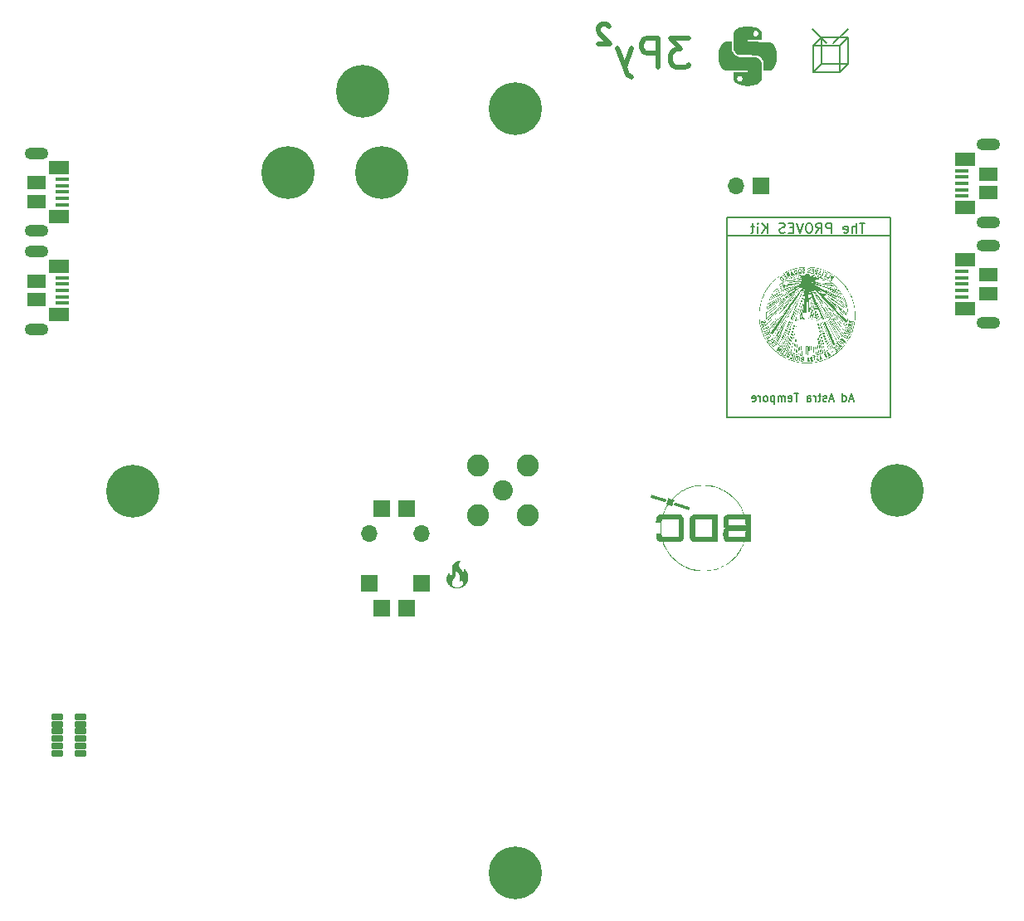
<source format=gbr>
%TF.GenerationSoftware,KiCad,Pcbnew,7.0.1*%
%TF.CreationDate,2024-01-14T19:17:53-07:00*%
%TF.ProjectId,antenna_top_cap,616e7465-6e6e-4615-9f74-6f705f636170,rev?*%
%TF.SameCoordinates,Original*%
%TF.FileFunction,Soldermask,Bot*%
%TF.FilePolarity,Negative*%
%FSLAX46Y46*%
G04 Gerber Fmt 4.6, Leading zero omitted, Abs format (unit mm)*
G04 Created by KiCad (PCBNEW 7.0.1) date 2024-01-14 19:17:53*
%MOMM*%
%LPD*%
G01*
G04 APERTURE LIST*
G04 Aperture macros list*
%AMRoundRect*
0 Rectangle with rounded corners*
0 $1 Rounding radius*
0 $2 $3 $4 $5 $6 $7 $8 $9 X,Y pos of 4 corners*
0 Add a 4 corners polygon primitive as box body*
4,1,4,$2,$3,$4,$5,$6,$7,$8,$9,$2,$3,0*
0 Add four circle primitives for the rounded corners*
1,1,$1+$1,$2,$3*
1,1,$1+$1,$4,$5*
1,1,$1+$1,$6,$7*
1,1,$1+$1,$8,$9*
0 Add four rect primitives between the rounded corners*
20,1,$1+$1,$2,$3,$4,$5,0*
20,1,$1+$1,$4,$5,$6,$7,0*
20,1,$1+$1,$6,$7,$8,$9,0*
20,1,$1+$1,$8,$9,$2,$3,0*%
G04 Aperture macros list end*
%ADD10C,0.200000*%
%ADD11C,0.150000*%
%ADD12C,0.500000*%
%ADD13O,1.700000X1.700000*%
%ADD14R,1.700000X1.700000*%
%ADD15C,5.400000*%
%ADD16C,2.050000*%
%ADD17C,2.250000*%
%ADD18R,1.380000X0.450000*%
%ADD19O,2.416000X1.208000*%
%ADD20R,2.100000X1.475000*%
%ADD21R,1.900000X1.375000*%
%ADD22RoundRect,0.050800X-0.500000X0.250000X-0.500000X-0.250000X0.500000X-0.250000X0.500000X0.250000X0*%
G04 APERTURE END LIST*
D10*
X198975800Y-66829400D02*
X199825800Y-65979400D01*
X198975800Y-69529400D02*
X198975800Y-66829400D01*
D11*
X204175800Y-84299400D02*
X187425800Y-84299400D01*
D10*
X199825800Y-65979400D02*
X199825800Y-68679400D01*
D11*
X204175800Y-104699400D02*
X204175800Y-84299400D01*
X187425800Y-84299400D02*
X187425800Y-104699400D01*
D10*
X199825800Y-68679400D02*
X198975800Y-69529400D01*
X198975800Y-66829400D02*
X196275800Y-66829400D01*
D11*
X187425800Y-104699400D02*
X204175800Y-104699400D01*
X187425800Y-86224400D02*
X204175800Y-86224400D01*
D10*
X199805800Y-65089400D02*
X198325800Y-66569400D01*
X199825800Y-65979400D02*
X197125800Y-65979400D01*
X196175800Y-65079400D02*
X197645800Y-66549400D01*
X196275800Y-69529400D02*
X198975800Y-69529400D01*
X197125800Y-68679400D02*
X199825800Y-68679400D01*
X196275800Y-66829400D02*
X196275800Y-69529400D01*
X196275800Y-69529400D02*
X197125800Y-68679400D01*
X196275800Y-66829400D02*
X197125800Y-65979400D01*
X197125800Y-65979400D02*
X197125800Y-68679400D01*
D11*
X200337705Y-102865923D02*
X199956752Y-102865923D01*
X200413895Y-103094495D02*
X200147228Y-102294495D01*
X200147228Y-102294495D02*
X199880562Y-103094495D01*
X199271038Y-103094495D02*
X199271038Y-102294495D01*
X199271038Y-103056400D02*
X199347229Y-103094495D01*
X199347229Y-103094495D02*
X199499610Y-103094495D01*
X199499610Y-103094495D02*
X199575800Y-103056400D01*
X199575800Y-103056400D02*
X199613895Y-103018304D01*
X199613895Y-103018304D02*
X199651991Y-102942114D01*
X199651991Y-102942114D02*
X199651991Y-102713542D01*
X199651991Y-102713542D02*
X199613895Y-102637352D01*
X199613895Y-102637352D02*
X199575800Y-102599257D01*
X199575800Y-102599257D02*
X199499610Y-102561161D01*
X199499610Y-102561161D02*
X199347229Y-102561161D01*
X199347229Y-102561161D02*
X199271038Y-102599257D01*
X198318657Y-102865923D02*
X197937704Y-102865923D01*
X198394847Y-103094495D02*
X198128180Y-102294495D01*
X198128180Y-102294495D02*
X197861514Y-103094495D01*
X197632943Y-103056400D02*
X197556752Y-103094495D01*
X197556752Y-103094495D02*
X197404371Y-103094495D01*
X197404371Y-103094495D02*
X197328181Y-103056400D01*
X197328181Y-103056400D02*
X197290085Y-102980209D01*
X197290085Y-102980209D02*
X197290085Y-102942114D01*
X197290085Y-102942114D02*
X197328181Y-102865923D01*
X197328181Y-102865923D02*
X197404371Y-102827828D01*
X197404371Y-102827828D02*
X197518657Y-102827828D01*
X197518657Y-102827828D02*
X197594847Y-102789733D01*
X197594847Y-102789733D02*
X197632943Y-102713542D01*
X197632943Y-102713542D02*
X197632943Y-102675447D01*
X197632943Y-102675447D02*
X197594847Y-102599257D01*
X197594847Y-102599257D02*
X197518657Y-102561161D01*
X197518657Y-102561161D02*
X197404371Y-102561161D01*
X197404371Y-102561161D02*
X197328181Y-102599257D01*
X197061514Y-102561161D02*
X196756752Y-102561161D01*
X196947228Y-102294495D02*
X196947228Y-102980209D01*
X196947228Y-102980209D02*
X196909133Y-103056400D01*
X196909133Y-103056400D02*
X196832943Y-103094495D01*
X196832943Y-103094495D02*
X196756752Y-103094495D01*
X196490085Y-103094495D02*
X196490085Y-102561161D01*
X196490085Y-102713542D02*
X196451990Y-102637352D01*
X196451990Y-102637352D02*
X196413895Y-102599257D01*
X196413895Y-102599257D02*
X196337704Y-102561161D01*
X196337704Y-102561161D02*
X196261514Y-102561161D01*
X195651990Y-103094495D02*
X195651990Y-102675447D01*
X195651990Y-102675447D02*
X195690085Y-102599257D01*
X195690085Y-102599257D02*
X195766276Y-102561161D01*
X195766276Y-102561161D02*
X195918657Y-102561161D01*
X195918657Y-102561161D02*
X195994847Y-102599257D01*
X195651990Y-103056400D02*
X195728181Y-103094495D01*
X195728181Y-103094495D02*
X195918657Y-103094495D01*
X195918657Y-103094495D02*
X195994847Y-103056400D01*
X195994847Y-103056400D02*
X196032943Y-102980209D01*
X196032943Y-102980209D02*
X196032943Y-102904019D01*
X196032943Y-102904019D02*
X195994847Y-102827828D01*
X195994847Y-102827828D02*
X195918657Y-102789733D01*
X195918657Y-102789733D02*
X195728181Y-102789733D01*
X195728181Y-102789733D02*
X195651990Y-102751638D01*
X194775799Y-102294495D02*
X194318656Y-102294495D01*
X194547228Y-103094495D02*
X194547228Y-102294495D01*
X193747227Y-103056400D02*
X193823418Y-103094495D01*
X193823418Y-103094495D02*
X193975799Y-103094495D01*
X193975799Y-103094495D02*
X194051989Y-103056400D01*
X194051989Y-103056400D02*
X194090085Y-102980209D01*
X194090085Y-102980209D02*
X194090085Y-102675447D01*
X194090085Y-102675447D02*
X194051989Y-102599257D01*
X194051989Y-102599257D02*
X193975799Y-102561161D01*
X193975799Y-102561161D02*
X193823418Y-102561161D01*
X193823418Y-102561161D02*
X193747227Y-102599257D01*
X193747227Y-102599257D02*
X193709132Y-102675447D01*
X193709132Y-102675447D02*
X193709132Y-102751638D01*
X193709132Y-102751638D02*
X194090085Y-102827828D01*
X193366275Y-103094495D02*
X193366275Y-102561161D01*
X193366275Y-102637352D02*
X193328180Y-102599257D01*
X193328180Y-102599257D02*
X193251990Y-102561161D01*
X193251990Y-102561161D02*
X193137704Y-102561161D01*
X193137704Y-102561161D02*
X193061513Y-102599257D01*
X193061513Y-102599257D02*
X193023418Y-102675447D01*
X193023418Y-102675447D02*
X193023418Y-103094495D01*
X193023418Y-102675447D02*
X192985323Y-102599257D01*
X192985323Y-102599257D02*
X192909132Y-102561161D01*
X192909132Y-102561161D02*
X192794847Y-102561161D01*
X192794847Y-102561161D02*
X192718656Y-102599257D01*
X192718656Y-102599257D02*
X192680561Y-102675447D01*
X192680561Y-102675447D02*
X192680561Y-103094495D01*
X192299608Y-102561161D02*
X192299608Y-103361161D01*
X192299608Y-102599257D02*
X192223418Y-102561161D01*
X192223418Y-102561161D02*
X192071037Y-102561161D01*
X192071037Y-102561161D02*
X191994846Y-102599257D01*
X191994846Y-102599257D02*
X191956751Y-102637352D01*
X191956751Y-102637352D02*
X191918656Y-102713542D01*
X191918656Y-102713542D02*
X191918656Y-102942114D01*
X191918656Y-102942114D02*
X191956751Y-103018304D01*
X191956751Y-103018304D02*
X191994846Y-103056400D01*
X191994846Y-103056400D02*
X192071037Y-103094495D01*
X192071037Y-103094495D02*
X192223418Y-103094495D01*
X192223418Y-103094495D02*
X192299608Y-103056400D01*
X191461513Y-103094495D02*
X191537703Y-103056400D01*
X191537703Y-103056400D02*
X191575798Y-103018304D01*
X191575798Y-103018304D02*
X191613894Y-102942114D01*
X191613894Y-102942114D02*
X191613894Y-102713542D01*
X191613894Y-102713542D02*
X191575798Y-102637352D01*
X191575798Y-102637352D02*
X191537703Y-102599257D01*
X191537703Y-102599257D02*
X191461513Y-102561161D01*
X191461513Y-102561161D02*
X191347227Y-102561161D01*
X191347227Y-102561161D02*
X191271036Y-102599257D01*
X191271036Y-102599257D02*
X191232941Y-102637352D01*
X191232941Y-102637352D02*
X191194846Y-102713542D01*
X191194846Y-102713542D02*
X191194846Y-102942114D01*
X191194846Y-102942114D02*
X191232941Y-103018304D01*
X191232941Y-103018304D02*
X191271036Y-103056400D01*
X191271036Y-103056400D02*
X191347227Y-103094495D01*
X191347227Y-103094495D02*
X191461513Y-103094495D01*
X190851988Y-103094495D02*
X190851988Y-102561161D01*
X190851988Y-102713542D02*
X190813893Y-102637352D01*
X190813893Y-102637352D02*
X190775798Y-102599257D01*
X190775798Y-102599257D02*
X190699607Y-102561161D01*
X190699607Y-102561161D02*
X190623417Y-102561161D01*
X190051988Y-103056400D02*
X190128179Y-103094495D01*
X190128179Y-103094495D02*
X190280560Y-103094495D01*
X190280560Y-103094495D02*
X190356750Y-103056400D01*
X190356750Y-103056400D02*
X190394846Y-102980209D01*
X190394846Y-102980209D02*
X190394846Y-102675447D01*
X190394846Y-102675447D02*
X190356750Y-102599257D01*
X190356750Y-102599257D02*
X190280560Y-102561161D01*
X190280560Y-102561161D02*
X190128179Y-102561161D01*
X190128179Y-102561161D02*
X190051988Y-102599257D01*
X190051988Y-102599257D02*
X190013893Y-102675447D01*
X190013893Y-102675447D02*
X190013893Y-102751638D01*
X190013893Y-102751638D02*
X190394846Y-102827828D01*
D12*
X183603040Y-66021791D02*
X181745897Y-66021791D01*
X181745897Y-66021791D02*
X182745897Y-67164648D01*
X182745897Y-67164648D02*
X182317326Y-67164648D01*
X182317326Y-67164648D02*
X182031612Y-67307505D01*
X182031612Y-67307505D02*
X181888754Y-67450362D01*
X181888754Y-67450362D02*
X181745897Y-67736076D01*
X181745897Y-67736076D02*
X181745897Y-68450362D01*
X181745897Y-68450362D02*
X181888754Y-68736076D01*
X181888754Y-68736076D02*
X182031612Y-68878934D01*
X182031612Y-68878934D02*
X182317326Y-69021791D01*
X182317326Y-69021791D02*
X183174469Y-69021791D01*
X183174469Y-69021791D02*
X183460183Y-68878934D01*
X183460183Y-68878934D02*
X183603040Y-68736076D01*
X180460183Y-69021791D02*
X180460183Y-66021791D01*
X180460183Y-66021791D02*
X179317326Y-66021791D01*
X179317326Y-66021791D02*
X179031611Y-66164648D01*
X179031611Y-66164648D02*
X178888754Y-66307505D01*
X178888754Y-66307505D02*
X178745897Y-66593219D01*
X178745897Y-66593219D02*
X178745897Y-67021791D01*
X178745897Y-67021791D02*
X178888754Y-67307505D01*
X178888754Y-67307505D02*
X179031611Y-67450362D01*
X179031611Y-67450362D02*
X179317326Y-67593219D01*
X179317326Y-67593219D02*
X180460183Y-67593219D01*
X177745897Y-67021791D02*
X177031611Y-69021791D01*
X176317326Y-67021791D02*
X177031611Y-69021791D01*
X177031611Y-69021791D02*
X177317326Y-69736076D01*
X177317326Y-69736076D02*
X177460183Y-69878934D01*
X177460183Y-69878934D02*
X177745897Y-70021791D01*
D11*
X201559133Y-84912019D02*
X200987705Y-84912019D01*
X201273419Y-85912019D02*
X201273419Y-84912019D01*
X200654371Y-85912019D02*
X200654371Y-84912019D01*
X200225800Y-85912019D02*
X200225800Y-85388209D01*
X200225800Y-85388209D02*
X200273419Y-85292971D01*
X200273419Y-85292971D02*
X200368657Y-85245352D01*
X200368657Y-85245352D02*
X200511514Y-85245352D01*
X200511514Y-85245352D02*
X200606752Y-85292971D01*
X200606752Y-85292971D02*
X200654371Y-85340590D01*
X199368657Y-85864400D02*
X199463895Y-85912019D01*
X199463895Y-85912019D02*
X199654371Y-85912019D01*
X199654371Y-85912019D02*
X199749609Y-85864400D01*
X199749609Y-85864400D02*
X199797228Y-85769161D01*
X199797228Y-85769161D02*
X199797228Y-85388209D01*
X199797228Y-85388209D02*
X199749609Y-85292971D01*
X199749609Y-85292971D02*
X199654371Y-85245352D01*
X199654371Y-85245352D02*
X199463895Y-85245352D01*
X199463895Y-85245352D02*
X199368657Y-85292971D01*
X199368657Y-85292971D02*
X199321038Y-85388209D01*
X199321038Y-85388209D02*
X199321038Y-85483447D01*
X199321038Y-85483447D02*
X199797228Y-85578685D01*
X198130561Y-85912019D02*
X198130561Y-84912019D01*
X198130561Y-84912019D02*
X197749609Y-84912019D01*
X197749609Y-84912019D02*
X197654371Y-84959638D01*
X197654371Y-84959638D02*
X197606752Y-85007257D01*
X197606752Y-85007257D02*
X197559133Y-85102495D01*
X197559133Y-85102495D02*
X197559133Y-85245352D01*
X197559133Y-85245352D02*
X197606752Y-85340590D01*
X197606752Y-85340590D02*
X197654371Y-85388209D01*
X197654371Y-85388209D02*
X197749609Y-85435828D01*
X197749609Y-85435828D02*
X198130561Y-85435828D01*
X196559133Y-85912019D02*
X196892466Y-85435828D01*
X197130561Y-85912019D02*
X197130561Y-84912019D01*
X197130561Y-84912019D02*
X196749609Y-84912019D01*
X196749609Y-84912019D02*
X196654371Y-84959638D01*
X196654371Y-84959638D02*
X196606752Y-85007257D01*
X196606752Y-85007257D02*
X196559133Y-85102495D01*
X196559133Y-85102495D02*
X196559133Y-85245352D01*
X196559133Y-85245352D02*
X196606752Y-85340590D01*
X196606752Y-85340590D02*
X196654371Y-85388209D01*
X196654371Y-85388209D02*
X196749609Y-85435828D01*
X196749609Y-85435828D02*
X197130561Y-85435828D01*
X195940085Y-84912019D02*
X195749609Y-84912019D01*
X195749609Y-84912019D02*
X195654371Y-84959638D01*
X195654371Y-84959638D02*
X195559133Y-85054876D01*
X195559133Y-85054876D02*
X195511514Y-85245352D01*
X195511514Y-85245352D02*
X195511514Y-85578685D01*
X195511514Y-85578685D02*
X195559133Y-85769161D01*
X195559133Y-85769161D02*
X195654371Y-85864400D01*
X195654371Y-85864400D02*
X195749609Y-85912019D01*
X195749609Y-85912019D02*
X195940085Y-85912019D01*
X195940085Y-85912019D02*
X196035323Y-85864400D01*
X196035323Y-85864400D02*
X196130561Y-85769161D01*
X196130561Y-85769161D02*
X196178180Y-85578685D01*
X196178180Y-85578685D02*
X196178180Y-85245352D01*
X196178180Y-85245352D02*
X196130561Y-85054876D01*
X196130561Y-85054876D02*
X196035323Y-84959638D01*
X196035323Y-84959638D02*
X195940085Y-84912019D01*
X195225799Y-84912019D02*
X194892466Y-85912019D01*
X194892466Y-85912019D02*
X194559133Y-84912019D01*
X194225799Y-85388209D02*
X193892466Y-85388209D01*
X193749609Y-85912019D02*
X194225799Y-85912019D01*
X194225799Y-85912019D02*
X194225799Y-84912019D01*
X194225799Y-84912019D02*
X193749609Y-84912019D01*
X193368656Y-85864400D02*
X193225799Y-85912019D01*
X193225799Y-85912019D02*
X192987704Y-85912019D01*
X192987704Y-85912019D02*
X192892466Y-85864400D01*
X192892466Y-85864400D02*
X192844847Y-85816780D01*
X192844847Y-85816780D02*
X192797228Y-85721542D01*
X192797228Y-85721542D02*
X192797228Y-85626304D01*
X192797228Y-85626304D02*
X192844847Y-85531066D01*
X192844847Y-85531066D02*
X192892466Y-85483447D01*
X192892466Y-85483447D02*
X192987704Y-85435828D01*
X192987704Y-85435828D02*
X193178180Y-85388209D01*
X193178180Y-85388209D02*
X193273418Y-85340590D01*
X193273418Y-85340590D02*
X193321037Y-85292971D01*
X193321037Y-85292971D02*
X193368656Y-85197733D01*
X193368656Y-85197733D02*
X193368656Y-85102495D01*
X193368656Y-85102495D02*
X193321037Y-85007257D01*
X193321037Y-85007257D02*
X193273418Y-84959638D01*
X193273418Y-84959638D02*
X193178180Y-84912019D01*
X193178180Y-84912019D02*
X192940085Y-84912019D01*
X192940085Y-84912019D02*
X192797228Y-84959638D01*
X191606751Y-85912019D02*
X191606751Y-84912019D01*
X191035323Y-85912019D02*
X191463894Y-85340590D01*
X191035323Y-84912019D02*
X191606751Y-85483447D01*
X190606751Y-85912019D02*
X190606751Y-85245352D01*
X190606751Y-84912019D02*
X190654370Y-84959638D01*
X190654370Y-84959638D02*
X190606751Y-85007257D01*
X190606751Y-85007257D02*
X190559132Y-84959638D01*
X190559132Y-84959638D02*
X190606751Y-84912019D01*
X190606751Y-84912019D02*
X190606751Y-85007257D01*
X190273418Y-85245352D02*
X189892466Y-85245352D01*
X190130561Y-84912019D02*
X190130561Y-85769161D01*
X190130561Y-85769161D02*
X190082942Y-85864400D01*
X190082942Y-85864400D02*
X189987704Y-85912019D01*
X189987704Y-85912019D02*
X189892466Y-85912019D01*
D12*
X175471612Y-64829648D02*
X175376374Y-64734410D01*
X175376374Y-64734410D02*
X175185898Y-64639172D01*
X175185898Y-64639172D02*
X174709707Y-64639172D01*
X174709707Y-64639172D02*
X174519231Y-64734410D01*
X174519231Y-64734410D02*
X174423993Y-64829648D01*
X174423993Y-64829648D02*
X174328755Y-65020124D01*
X174328755Y-65020124D02*
X174328755Y-65210600D01*
X174328755Y-65210600D02*
X174423993Y-65496314D01*
X174423993Y-65496314D02*
X175566850Y-66639172D01*
X175566850Y-66639172D02*
X174328755Y-66639172D01*
%TO.C,G\u002A\u002A\u002A*%
G36*
X160940469Y-121597887D02*
G01*
X160900815Y-121668240D01*
X160846238Y-121747357D01*
X160827615Y-121771199D01*
X160765613Y-121842555D01*
X160699938Y-121905930D01*
X160629368Y-121962331D01*
X160552682Y-122012765D01*
X160468657Y-122058236D01*
X160412156Y-122084317D01*
X160321829Y-122118993D01*
X160228677Y-122146152D01*
X160131270Y-122166188D01*
X160028181Y-122179493D01*
X160025254Y-122179757D01*
X159997079Y-122181421D01*
X159962706Y-122182260D01*
X159924379Y-122182327D01*
X159884342Y-122181676D01*
X159844840Y-122180359D01*
X159808118Y-122178430D01*
X159776420Y-122175942D01*
X159751990Y-122172948D01*
X159683622Y-122159832D01*
X159602112Y-122138013D01*
X159521810Y-122109263D01*
X159440085Y-122072737D01*
X159362096Y-122031094D01*
X159286296Y-121982300D01*
X159215547Y-121927304D01*
X159147889Y-121864710D01*
X159088027Y-121799409D01*
X159031717Y-121725146D01*
X158984026Y-121646890D01*
X158979103Y-121636530D01*
X159404746Y-121636530D01*
X159407279Y-121702535D01*
X159418025Y-121767106D01*
X159436827Y-121829160D01*
X159463526Y-121887614D01*
X159497964Y-121941385D01*
X159500389Y-121944575D01*
X159512691Y-121959512D01*
X159523859Y-121971269D01*
X159531731Y-121977531D01*
X159538040Y-121981884D01*
X159539263Y-121986003D01*
X159538832Y-121987707D01*
X159544054Y-121989150D01*
X159548069Y-121989648D01*
X159551990Y-121992751D01*
X159555781Y-121996849D01*
X159565085Y-122001780D01*
X159576034Y-122006209D01*
X159594443Y-122013208D01*
X159610652Y-122018873D01*
X159622456Y-122022451D01*
X159627648Y-122023185D01*
X159628288Y-122022932D01*
X159632410Y-122025922D01*
X159634228Y-122027393D01*
X159644218Y-122031717D01*
X159660952Y-122037146D01*
X159682626Y-122043233D01*
X159707438Y-122049532D01*
X159733583Y-122055596D01*
X159759259Y-122060979D01*
X159782662Y-122065235D01*
X159801990Y-122067916D01*
X159814694Y-122069349D01*
X159831202Y-122071511D01*
X159842466Y-122073348D01*
X159853121Y-122074786D01*
X159873584Y-122076083D01*
X159899747Y-122076786D01*
X159929475Y-122076912D01*
X159960633Y-122076475D01*
X159991088Y-122075490D01*
X160018705Y-122073972D01*
X160041349Y-122071937D01*
X160054690Y-122070214D01*
X160094836Y-122063560D01*
X160136385Y-122054833D01*
X160175698Y-122044846D01*
X160209133Y-122034414D01*
X160209572Y-122034258D01*
X160233616Y-122025402D01*
X160258182Y-122015811D01*
X160281378Y-122006283D01*
X160301308Y-121997618D01*
X160316078Y-121990613D01*
X160323794Y-121986069D01*
X160329101Y-121982577D01*
X160338989Y-121979625D01*
X160342779Y-121979107D01*
X160349609Y-121974862D01*
X160352679Y-121972286D01*
X160361795Y-121970099D01*
X160367059Y-121969303D01*
X160371038Y-121965657D01*
X160373336Y-121962161D01*
X160381530Y-121957885D01*
X160385684Y-121956428D01*
X160392026Y-121953201D01*
X160399389Y-121947642D01*
X160409651Y-121938256D01*
X160424689Y-121923551D01*
X160429982Y-121917831D01*
X160445798Y-121895768D01*
X160461924Y-121866764D01*
X160477563Y-121832659D01*
X160491919Y-121795294D01*
X160504194Y-121756510D01*
X160513591Y-121718149D01*
X160514436Y-121713897D01*
X160521260Y-121658135D01*
X160521620Y-121597887D01*
X160515869Y-121535129D01*
X160504359Y-121471838D01*
X160487443Y-121409993D01*
X160465473Y-121351569D01*
X160438801Y-121298545D01*
X160429534Y-121283341D01*
X160421909Y-121273437D01*
X160415139Y-121268761D01*
X160407477Y-121267587D01*
X160401755Y-121268046D01*
X160396540Y-121270713D01*
X160391735Y-121277287D01*
X160386155Y-121289464D01*
X160378618Y-121308940D01*
X160362613Y-121347212D01*
X160344432Y-121380655D01*
X160322523Y-121411136D01*
X160294788Y-121441989D01*
X160293482Y-121443324D01*
X160271808Y-121463848D01*
X160253731Y-121476979D01*
X160237787Y-121483312D01*
X160222516Y-121483443D01*
X160206455Y-121477967D01*
X160197265Y-121472785D01*
X160185239Y-121461461D01*
X160178301Y-121446472D01*
X160176415Y-121426919D01*
X160179545Y-121401904D01*
X160187657Y-121370525D01*
X160200715Y-121331884D01*
X160203803Y-121323361D01*
X160216915Y-121285275D01*
X160226535Y-121252815D01*
X160233142Y-121223493D01*
X160237215Y-121194820D01*
X160239233Y-121164307D01*
X160239675Y-121129465D01*
X160239306Y-121105162D01*
X160237583Y-121072094D01*
X160234164Y-121042573D01*
X160228709Y-121012975D01*
X160219232Y-120973007D01*
X160201691Y-120912489D01*
X160180572Y-120851581D01*
X160156690Y-120792264D01*
X160130861Y-120736517D01*
X160103899Y-120686323D01*
X160076621Y-120643660D01*
X160061115Y-120622577D01*
X160016195Y-120567698D01*
X159965433Y-120513109D01*
X159911056Y-120460992D01*
X159855290Y-120413529D01*
X159800362Y-120372903D01*
X159794505Y-120369002D01*
X159781436Y-120361407D01*
X159772633Y-120358846D01*
X159765838Y-120360508D01*
X159761352Y-120363264D01*
X159758301Y-120367213D01*
X159757769Y-120373524D01*
X159759952Y-120383842D01*
X159765044Y-120399808D01*
X159773239Y-120423068D01*
X159784867Y-120457307D01*
X159803611Y-120524514D01*
X159815751Y-120589636D01*
X159821730Y-120655418D01*
X159821992Y-120724602D01*
X159820280Y-120757898D01*
X159813167Y-120821107D01*
X159800789Y-120879058D01*
X159782636Y-120933861D01*
X159758195Y-120987625D01*
X159748099Y-121006852D01*
X159738188Y-121024522D01*
X159727807Y-121041394D01*
X159715849Y-121059105D01*
X159701207Y-121079293D01*
X159682772Y-121103596D01*
X159659436Y-121133651D01*
X159652809Y-121142135D01*
X159633095Y-121167383D01*
X159613298Y-121192749D01*
X159595403Y-121215691D01*
X159581391Y-121233670D01*
X159560144Y-121261611D01*
X159524739Y-121311425D01*
X159493397Y-121359852D01*
X159466866Y-121405640D01*
X159445898Y-121447538D01*
X159431240Y-121484294D01*
X159424953Y-121504548D01*
X159410585Y-121570173D01*
X159404746Y-121636530D01*
X158979103Y-121636530D01*
X158944874Y-121564491D01*
X158914179Y-121477797D01*
X158891860Y-121386656D01*
X158888067Y-121366601D01*
X158884906Y-121347860D01*
X158882551Y-121330193D01*
X158880878Y-121311835D01*
X158879764Y-121291017D01*
X158879085Y-121265974D01*
X158878719Y-121234939D01*
X158878540Y-121196145D01*
X158878493Y-121169557D01*
X158878602Y-121135819D01*
X158879017Y-121108875D01*
X158879836Y-121087076D01*
X158881157Y-121068771D01*
X158883079Y-121052312D01*
X158885699Y-121036048D01*
X158889115Y-121018331D01*
X158900076Y-120970619D01*
X158925643Y-120888854D01*
X158958998Y-120811985D01*
X159000564Y-120739101D01*
X159050761Y-120669292D01*
X159064725Y-120652642D01*
X159079886Y-120637894D01*
X159093114Y-120630099D01*
X159105890Y-120628461D01*
X159119695Y-120632183D01*
X159126254Y-120636074D01*
X159134375Y-120644723D01*
X159143601Y-120659105D01*
X159155084Y-120680801D01*
X159166526Y-120701817D01*
X159192172Y-120738703D01*
X159220690Y-120767560D01*
X159251469Y-120787712D01*
X159266435Y-120794381D01*
X159280436Y-120798426D01*
X159296626Y-120800311D01*
X159318657Y-120800744D01*
X159346261Y-120799183D01*
X159374866Y-120792571D01*
X159398805Y-120780015D01*
X159420160Y-120760693D01*
X159429815Y-120748799D01*
X159442545Y-120727343D01*
X159451761Y-120702434D01*
X159457501Y-120673287D01*
X159459802Y-120639115D01*
X159458701Y-120599135D01*
X159454234Y-120552558D01*
X159446438Y-120498602D01*
X159435350Y-120436478D01*
X159428669Y-120399950D01*
X159415953Y-120315223D01*
X159408533Y-120236660D01*
X159406449Y-120162990D01*
X159409740Y-120092940D01*
X159418446Y-120025240D01*
X159432607Y-119958617D01*
X159452260Y-119891800D01*
X159468705Y-119846257D01*
X159499340Y-119777770D01*
X159535436Y-119715408D01*
X159577961Y-119657579D01*
X159627880Y-119602692D01*
X159667561Y-119565528D01*
X159723015Y-119521869D01*
X159782053Y-119484909D01*
X159846431Y-119453581D01*
X159917910Y-119426819D01*
X159965328Y-119412811D01*
X160017514Y-119400186D01*
X160071337Y-119389575D01*
X160124208Y-119381433D01*
X160173537Y-119376215D01*
X160216736Y-119374374D01*
X160217955Y-119374375D01*
X160236586Y-119374783D01*
X160248635Y-119376410D01*
X160256882Y-119379941D01*
X160264111Y-119386065D01*
X160269478Y-119392171D01*
X160276069Y-119406212D01*
X160274999Y-119421663D01*
X160266052Y-119439604D01*
X160249010Y-119461115D01*
X160234492Y-119478053D01*
X160200332Y-119523986D01*
X160170593Y-119572826D01*
X160146640Y-119622183D01*
X160129838Y-119669668D01*
X160126032Y-119687911D01*
X160122715Y-119717114D01*
X160121012Y-119750838D01*
X160120919Y-119786380D01*
X160122428Y-119821032D01*
X160125536Y-119852091D01*
X160130237Y-119876850D01*
X160143476Y-119920272D01*
X160159779Y-119960546D01*
X160180029Y-119998812D01*
X160205269Y-120036816D01*
X160236542Y-120076306D01*
X160274892Y-120119027D01*
X160298473Y-120144383D01*
X160344046Y-120195393D01*
X160383532Y-120242727D01*
X160418019Y-120287717D01*
X160448596Y-120331697D01*
X160451127Y-120335550D01*
X160493402Y-120406513D01*
X160527683Y-120477591D01*
X160553696Y-120548047D01*
X160571164Y-120617144D01*
X160579815Y-120684144D01*
X160582974Y-120734153D01*
X160595900Y-120712565D01*
X160611406Y-120681218D01*
X160626002Y-120637782D01*
X160637321Y-120586653D01*
X160645272Y-120528526D01*
X160649763Y-120464100D01*
X160650700Y-120394071D01*
X160647992Y-120319137D01*
X160646662Y-120295979D01*
X160645210Y-120265997D01*
X160644699Y-120243382D01*
X160645267Y-120226821D01*
X160647053Y-120215005D01*
X160650195Y-120206623D01*
X160654832Y-120200364D01*
X160661101Y-120194918D01*
X160661508Y-120194622D01*
X160671745Y-120190671D01*
X160685323Y-120188949D01*
X160688177Y-120189001D01*
X160694704Y-120190118D01*
X160701751Y-120193398D01*
X160710524Y-120199791D01*
X160722230Y-120210246D01*
X160738076Y-120225713D01*
X160759269Y-120247141D01*
X160820730Y-120315082D01*
X160881641Y-120395636D01*
X160934423Y-120481136D01*
X160979063Y-120571552D01*
X161015549Y-120666855D01*
X161043866Y-120767013D01*
X161064003Y-120871996D01*
X161075946Y-120981775D01*
X161077626Y-121012939D01*
X161076785Y-121109327D01*
X161067227Y-121206719D01*
X161049298Y-121303958D01*
X161023344Y-121399887D01*
X160989715Y-121493348D01*
X160948756Y-121583185D01*
X160940469Y-121597887D01*
G37*
G36*
X191016311Y-65609694D02*
G01*
X191017444Y-65645066D01*
X191020426Y-65793965D01*
X191027741Y-66212151D01*
X190306191Y-66218042D01*
X189584640Y-66223934D01*
X189584640Y-66402493D01*
X191838946Y-66424813D01*
X191966573Y-66484631D01*
X192018782Y-66511244D01*
X192177766Y-66624087D01*
X192309624Y-66771176D01*
X192412753Y-66950425D01*
X192485550Y-67159748D01*
X192545074Y-67446325D01*
X192576572Y-67771319D01*
X192567591Y-68095680D01*
X192518369Y-68428662D01*
X192469311Y-68631849D01*
X192396321Y-68840711D01*
X192307242Y-69010618D01*
X192200780Y-69143499D01*
X192075644Y-69241284D01*
X191930540Y-69305900D01*
X191884147Y-69315766D01*
X191791770Y-69326100D01*
X191671305Y-69333099D01*
X191532048Y-69336061D01*
X191225150Y-69337554D01*
X191225150Y-68973966D01*
X191224248Y-68857200D01*
X191218203Y-68694738D01*
X191205272Y-68562671D01*
X191184060Y-68452278D01*
X191153173Y-68354836D01*
X191111215Y-68261622D01*
X191105840Y-68251416D01*
X191029062Y-68140943D01*
X190923045Y-68030862D01*
X190800281Y-67932689D01*
X190673265Y-67857940D01*
X190522075Y-67786324D01*
X189606960Y-67775164D01*
X189397587Y-67772566D01*
X189208349Y-67769969D01*
X189055023Y-67767339D01*
X188933060Y-67764395D01*
X188837912Y-67760857D01*
X188765033Y-67756442D01*
X188709873Y-67750870D01*
X188667885Y-67743859D01*
X188634522Y-67735129D01*
X188605234Y-67724397D01*
X188575476Y-67711384D01*
X188484572Y-67658189D01*
X188373769Y-67564366D01*
X188276112Y-67451687D01*
X188204810Y-67333615D01*
X188198283Y-67319234D01*
X188187156Y-67291608D01*
X188178183Y-67261143D01*
X188171133Y-67223193D01*
X188165774Y-67173115D01*
X188161874Y-67106263D01*
X188159203Y-67017994D01*
X188157529Y-66903663D01*
X188156619Y-66758625D01*
X188156243Y-66578237D01*
X188156169Y-66357853D01*
X188156169Y-65522776D01*
X190136750Y-65522776D01*
X190137667Y-65618469D01*
X190176689Y-65717500D01*
X190180129Y-65722900D01*
X190234025Y-65781639D01*
X190298648Y-65823519D01*
X190352626Y-65842415D01*
X190445765Y-65850652D01*
X190528069Y-65818686D01*
X190607594Y-65744454D01*
X190616113Y-65734102D01*
X190654007Y-65674495D01*
X190669408Y-65609694D01*
X190667352Y-65520858D01*
X190659546Y-65473640D01*
X190622230Y-65401063D01*
X190548550Y-65341188D01*
X190488108Y-65312599D01*
X190390914Y-65298081D01*
X190301020Y-65318074D01*
X190224587Y-65366344D01*
X190167777Y-65436657D01*
X190136750Y-65522776D01*
X188156169Y-65522776D01*
X188156169Y-65487378D01*
X188210800Y-65376361D01*
X188220345Y-65357747D01*
X188317922Y-65218137D01*
X188448511Y-65097265D01*
X188602515Y-65004249D01*
X188687182Y-64968994D01*
X188816685Y-64929735D01*
X188966295Y-64900624D01*
X189142016Y-64880825D01*
X189349850Y-64869499D01*
X189595800Y-64865811D01*
X189665625Y-64866109D01*
X189967391Y-64876560D01*
X190228381Y-64902179D01*
X190449711Y-64943296D01*
X190632492Y-65000238D01*
X190777840Y-65073336D01*
X190886866Y-65162918D01*
X190960685Y-65269314D01*
X190976114Y-65302487D01*
X190990805Y-65342907D01*
X191001413Y-65389727D01*
X191008808Y-65450595D01*
X191013861Y-65533159D01*
X191016311Y-65609694D01*
G37*
G36*
X191016781Y-70131065D02*
G01*
X191016246Y-70142550D01*
X191011342Y-70197818D01*
X191004697Y-70239518D01*
X190996046Y-70272454D01*
X190985121Y-70301427D01*
X190971656Y-70331241D01*
X190907710Y-70433044D01*
X190810150Y-70539365D01*
X190692741Y-70635040D01*
X190567401Y-70708934D01*
X190474050Y-70747818D01*
X190339504Y-70794135D01*
X190191324Y-70837695D01*
X190045855Y-70873743D01*
X189919438Y-70897523D01*
X189910904Y-70898733D01*
X189683112Y-70917524D01*
X189449312Y-70913036D01*
X189216543Y-70887031D01*
X188991847Y-70841271D01*
X188782264Y-70777517D01*
X188594836Y-70697532D01*
X188436603Y-70603078D01*
X188314606Y-70495917D01*
X188309318Y-70489997D01*
X188249770Y-70415235D01*
X188206077Y-70338957D01*
X188175997Y-70252589D01*
X188166980Y-70201966D01*
X188506990Y-70201966D01*
X188530025Y-70289538D01*
X188583541Y-70365586D01*
X188669298Y-70421411D01*
X188700673Y-70433320D01*
X188798731Y-70449768D01*
X188884430Y-70425598D01*
X188965797Y-70359123D01*
X188996668Y-70319824D01*
X189036029Y-70226863D01*
X189040100Y-70131065D01*
X189012492Y-70041232D01*
X188956814Y-69966166D01*
X188876676Y-69914672D01*
X188775689Y-69895551D01*
X188684453Y-69910453D01*
X188603167Y-69957114D01*
X188545321Y-70027054D01*
X188512675Y-70111571D01*
X188506990Y-70201966D01*
X188166980Y-70201966D01*
X188157287Y-70147552D01*
X188147705Y-70015271D01*
X188145009Y-69847169D01*
X188145009Y-69539051D01*
X188864825Y-69533162D01*
X189584640Y-69527273D01*
X189591504Y-69432414D01*
X189598367Y-69337554D01*
X188462822Y-69337554D01*
X188389955Y-69337553D01*
X188127151Y-69337419D01*
X187904209Y-69336742D01*
X187717314Y-69335081D01*
X187562648Y-69331994D01*
X187436396Y-69327038D01*
X187334740Y-69319772D01*
X187253865Y-69309753D01*
X187189953Y-69296539D01*
X187139189Y-69279688D01*
X187097756Y-69258758D01*
X187061837Y-69233306D01*
X187027616Y-69202890D01*
X186991276Y-69167069D01*
X186945466Y-69115763D01*
X186854067Y-68978677D01*
X186772213Y-68809860D01*
X186702363Y-68617808D01*
X186646974Y-68411020D01*
X186608504Y-68197994D01*
X186589412Y-67987225D01*
X186592154Y-67787213D01*
X186607952Y-67622597D01*
X186646199Y-67370954D01*
X186698794Y-67141591D01*
X186764236Y-66938875D01*
X186841027Y-66767172D01*
X186927665Y-66630847D01*
X187022651Y-66534268D01*
X187044991Y-66517681D01*
X187104753Y-66479574D01*
X187167395Y-66452091D01*
X187241258Y-66433544D01*
X187334683Y-66422245D01*
X187456012Y-66416504D01*
X187613586Y-66414632D01*
X187963798Y-66413653D01*
X187970704Y-66843310D01*
X187977611Y-67272967D01*
X188049226Y-67424158D01*
X188109588Y-67533182D01*
X188235037Y-67689708D01*
X188388704Y-67814099D01*
X188566087Y-67903019D01*
X188762687Y-67953131D01*
X188801584Y-67957004D01*
X188888779Y-67961951D01*
X189009458Y-67966366D01*
X189157184Y-67970093D01*
X189325518Y-67972978D01*
X189508021Y-67974865D01*
X189698255Y-67975601D01*
X190481465Y-67976043D01*
X190618300Y-68044420D01*
X190642277Y-68056952D01*
X190785348Y-68158154D01*
X190899961Y-68287369D01*
X190978887Y-68436734D01*
X190989189Y-68465868D01*
X190999033Y-68500502D01*
X191006843Y-68540718D01*
X191012853Y-68591397D01*
X191017292Y-68657421D01*
X191020394Y-68743674D01*
X191022389Y-68855037D01*
X191023510Y-68996393D01*
X191023987Y-69172624D01*
X191024053Y-69388611D01*
X191024018Y-69494600D01*
X191023807Y-69689747D01*
X191023192Y-69847313D01*
X191021904Y-69972100D01*
X191019678Y-70068912D01*
X191016781Y-70131065D01*
G37*
G36*
X195893420Y-91805114D02*
G01*
X195892229Y-91806304D01*
X195891039Y-91805114D01*
X195892229Y-91803923D01*
X195893420Y-91805114D01*
G37*
G36*
X195426753Y-91562257D02*
G01*
X195425562Y-91563447D01*
X195424372Y-91562257D01*
X195425562Y-91561066D01*
X195426753Y-91562257D01*
G37*
G36*
X194879134Y-90307495D02*
G01*
X194877943Y-90308685D01*
X194876753Y-90307495D01*
X194877943Y-90306304D01*
X194879134Y-90307495D01*
G37*
G36*
X194869610Y-90300352D02*
G01*
X194868420Y-90301542D01*
X194867229Y-90300352D01*
X194868420Y-90299161D01*
X194869610Y-90300352D01*
G37*
G36*
X194850562Y-90288447D02*
G01*
X194849372Y-90289638D01*
X194848181Y-90288447D01*
X194849372Y-90287257D01*
X194850562Y-90288447D01*
G37*
G36*
X195905136Y-91852534D02*
G01*
X195904968Y-91854949D01*
X195903886Y-91855659D01*
X195903414Y-91854817D01*
X195903698Y-91851096D01*
X195904555Y-91849994D01*
X195905136Y-91852534D01*
G37*
G36*
X195902755Y-91843011D02*
G01*
X195902587Y-91845426D01*
X195901505Y-91846136D01*
X195901033Y-91845293D01*
X195901317Y-91841572D01*
X195902174Y-91840470D01*
X195902755Y-91843011D01*
G37*
G36*
X195900374Y-91833487D02*
G01*
X195900206Y-91835902D01*
X195899124Y-91836612D01*
X195898652Y-91835769D01*
X195898936Y-91832048D01*
X195899793Y-91830946D01*
X195900374Y-91833487D01*
G37*
G36*
X195897993Y-91823963D02*
G01*
X195897825Y-91826378D01*
X195896743Y-91827088D01*
X195896271Y-91826246D01*
X195896555Y-91822525D01*
X195897412Y-91821422D01*
X195897993Y-91823963D01*
G37*
G36*
X195895613Y-91814439D02*
G01*
X195895444Y-91816854D01*
X195894362Y-91817564D01*
X195893890Y-91816722D01*
X195894174Y-91813001D01*
X195895031Y-91811899D01*
X195895613Y-91814439D01*
G37*
G36*
X195066265Y-91596185D02*
G01*
X195064581Y-91598121D01*
X195061176Y-91601321D01*
X195060086Y-91600721D01*
X195061628Y-91598840D01*
X195065443Y-91595364D01*
X195070801Y-91590828D01*
X195066265Y-91596185D01*
G37*
G36*
X196468969Y-90821321D02*
G01*
X196469379Y-90821439D01*
X196469731Y-90822163D01*
X196466039Y-90822507D01*
X196465475Y-90822510D01*
X196461747Y-90822191D01*
X196461827Y-90821409D01*
X196463783Y-90820972D01*
X196468969Y-90821321D01*
G37*
G36*
X194435198Y-92215233D02*
G01*
X194431037Y-92219631D01*
X194426941Y-92223758D01*
X194425079Y-92225352D01*
X194424508Y-92225174D01*
X194425136Y-92223755D01*
X194428288Y-92220408D01*
X194434491Y-92214526D01*
X194444610Y-92205114D01*
X194435198Y-92215233D01*
G37*
G36*
X195326749Y-94562987D02*
G01*
X195327562Y-94563390D01*
X195331622Y-94565759D01*
X195334752Y-94568631D01*
X195337006Y-94572535D01*
X195338434Y-94578002D01*
X195339089Y-94585558D01*
X195339023Y-94595733D01*
X195338287Y-94609056D01*
X195336934Y-94626056D01*
X195335014Y-94647261D01*
X195333528Y-94663281D01*
X195332118Y-94678592D01*
X195330917Y-94691727D01*
X195329985Y-94702044D01*
X195329381Y-94708903D01*
X195329161Y-94711661D01*
X195327833Y-94712233D01*
X195322628Y-94712860D01*
X195314400Y-94713289D01*
X195304134Y-94713447D01*
X195279134Y-94713447D01*
X195279163Y-94706899D01*
X195279324Y-94703729D01*
X195279880Y-94696190D01*
X195280776Y-94685228D01*
X195281950Y-94671559D01*
X195283344Y-94655898D01*
X195284895Y-94638960D01*
X195285779Y-94629534D01*
X195287568Y-94611444D01*
X195289184Y-94597263D01*
X195290761Y-94586411D01*
X195292433Y-94578305D01*
X195294335Y-94572366D01*
X195296601Y-94568012D01*
X195299366Y-94564663D01*
X195302764Y-94561737D01*
X195307593Y-94559491D01*
X195316380Y-94559446D01*
X195326749Y-94562987D01*
G37*
G36*
X196454161Y-94398639D02*
G01*
X196461702Y-94403044D01*
X196466690Y-94410359D01*
X196466817Y-94410729D01*
X196468066Y-94415306D01*
X196470189Y-94423881D01*
X196473058Y-94435903D01*
X196476544Y-94450824D01*
X196480520Y-94468095D01*
X196484856Y-94487167D01*
X196489424Y-94507491D01*
X196490466Y-94512157D01*
X196495818Y-94536423D01*
X196500090Y-94556356D01*
X196503329Y-94572204D01*
X196505581Y-94584216D01*
X196506894Y-94592640D01*
X196507314Y-94597724D01*
X196506889Y-94599716D01*
X196505505Y-94600149D01*
X196499945Y-94600835D01*
X196491483Y-94601316D01*
X196481324Y-94601506D01*
X196458514Y-94601542D01*
X196440241Y-94519995D01*
X196440103Y-94519382D01*
X196434736Y-94495388D01*
X196430339Y-94475577D01*
X196426839Y-94459498D01*
X196424158Y-94446698D01*
X196422223Y-94436726D01*
X196420957Y-94429129D01*
X196420285Y-94423458D01*
X196420131Y-94419259D01*
X196420421Y-94416081D01*
X196421077Y-94413472D01*
X196422026Y-94410981D01*
X196422570Y-94409778D01*
X196428273Y-94402713D01*
X196436242Y-94398490D01*
X196445273Y-94397127D01*
X196454161Y-94398639D01*
G37*
G36*
X197760121Y-90915803D02*
G01*
X197974779Y-90922907D01*
X198002552Y-90942442D01*
X198004953Y-90944131D01*
X198015839Y-90951804D01*
X198025935Y-90958939D01*
X198034203Y-90964803D01*
X198039610Y-90968664D01*
X198048896Y-90975352D01*
X198040801Y-90975378D01*
X198036037Y-90975325D01*
X198026523Y-90975119D01*
X198013085Y-90974770D01*
X197996136Y-90974292D01*
X197976090Y-90973700D01*
X197953360Y-90973006D01*
X197928360Y-90972226D01*
X197901504Y-90971372D01*
X197873204Y-90970458D01*
X197843875Y-90969499D01*
X197813930Y-90968508D01*
X197783783Y-90967499D01*
X197753846Y-90966486D01*
X197724534Y-90965483D01*
X197696260Y-90964503D01*
X197669438Y-90963561D01*
X197644480Y-90962670D01*
X197621801Y-90961844D01*
X197601814Y-90961097D01*
X197584933Y-90960443D01*
X197571571Y-90959896D01*
X197562141Y-90959469D01*
X197557057Y-90959177D01*
X197551436Y-90958720D01*
X197541767Y-90957781D01*
X197535225Y-90956683D01*
X197530687Y-90955094D01*
X197527029Y-90952681D01*
X197523129Y-90949110D01*
X197517836Y-90942780D01*
X197514832Y-90934585D01*
X197516497Y-90926908D01*
X197522778Y-90919919D01*
X197533626Y-90913790D01*
X197545462Y-90908698D01*
X197760121Y-90915803D01*
G37*
G36*
X194558940Y-94711299D02*
G01*
X194567589Y-94716282D01*
X194573827Y-94724510D01*
X194574460Y-94725888D01*
X194575265Y-94728213D01*
X194575636Y-94730959D01*
X194575463Y-94734648D01*
X194574640Y-94739799D01*
X194573059Y-94746932D01*
X194570611Y-94756567D01*
X194567190Y-94769224D01*
X194562686Y-94785423D01*
X194556993Y-94805683D01*
X194554677Y-94813906D01*
X194549537Y-94832126D01*
X194544726Y-94849139D01*
X194540435Y-94864271D01*
X194536857Y-94876846D01*
X194534183Y-94886187D01*
X194532604Y-94891620D01*
X194530742Y-94897209D01*
X194528108Y-94902163D01*
X194525536Y-94903052D01*
X194524922Y-94902823D01*
X194520231Y-94901141D01*
X194512708Y-94898491D01*
X194503663Y-94895337D01*
X194500906Y-94894371D01*
X194492534Y-94891315D01*
X194486307Y-94888860D01*
X194483410Y-94887467D01*
X194483374Y-94886720D01*
X194484223Y-94882098D01*
X194486163Y-94873785D01*
X194489034Y-94862366D01*
X194492680Y-94848427D01*
X194496942Y-94832552D01*
X194501662Y-94815328D01*
X194506682Y-94797339D01*
X194511844Y-94779172D01*
X194516990Y-94761410D01*
X194521963Y-94744640D01*
X194522075Y-94744268D01*
X194526841Y-94730613D01*
X194531832Y-94721005D01*
X194537509Y-94714750D01*
X194544335Y-94711157D01*
X194549167Y-94710143D01*
X194558940Y-94711299D01*
G37*
G36*
X193849762Y-94297691D02*
G01*
X193858253Y-94302040D01*
X193863621Y-94309503D01*
X193865540Y-94319550D01*
X193863687Y-94331653D01*
X193861932Y-94335952D01*
X193858106Y-94344133D01*
X193852384Y-94355848D01*
X193844941Y-94370761D01*
X193835947Y-94388537D01*
X193825576Y-94408840D01*
X193814000Y-94431335D01*
X193801391Y-94455688D01*
X193787924Y-94481561D01*
X193773769Y-94508621D01*
X193759100Y-94536531D01*
X193744089Y-94564957D01*
X193728909Y-94593562D01*
X193714787Y-94620105D01*
X193704698Y-94616953D01*
X193701431Y-94615924D01*
X193686741Y-94611009D01*
X193676547Y-94607014D01*
X193670712Y-94603882D01*
X193669102Y-94601552D01*
X193669504Y-94600633D01*
X193671850Y-94595892D01*
X193676128Y-94587483D01*
X193682156Y-94575757D01*
X193689751Y-94561066D01*
X193698730Y-94543762D01*
X193708912Y-94524196D01*
X193720114Y-94502721D01*
X193732153Y-94479687D01*
X193744848Y-94455447D01*
X193759126Y-94428242D01*
X193772904Y-94402092D01*
X193784823Y-94379639D01*
X193795056Y-94360603D01*
X193803772Y-94344706D01*
X193811144Y-94331668D01*
X193817343Y-94321211D01*
X193822541Y-94313053D01*
X193826909Y-94306917D01*
X193830619Y-94302523D01*
X193833843Y-94299592D01*
X193836753Y-94297844D01*
X193839518Y-94297000D01*
X193842312Y-94296780D01*
X193849762Y-94297691D01*
G37*
G36*
X198257503Y-97954991D02*
G01*
X198260693Y-97958138D01*
X198265618Y-97963993D01*
X198271661Y-97971726D01*
X198278207Y-97980501D01*
X198284642Y-97989485D01*
X198290350Y-97997847D01*
X198294717Y-98004752D01*
X198297125Y-98009367D01*
X198297166Y-98009552D01*
X198295909Y-98011785D01*
X198291764Y-98015706D01*
X198284506Y-98021489D01*
X198273907Y-98029306D01*
X198259741Y-98039331D01*
X198241783Y-98051736D01*
X198241211Y-98052128D01*
X198225692Y-98062766D01*
X198210611Y-98073115D01*
X198196668Y-98082694D01*
X198184559Y-98091023D01*
X198174985Y-98097623D01*
X198168641Y-98102013D01*
X198165899Y-98103902D01*
X198158556Y-98108776D01*
X198153033Y-98112172D01*
X198150359Y-98113447D01*
X198149225Y-98112427D01*
X198145821Y-98108219D01*
X198140816Y-98101540D01*
X198134815Y-98093246D01*
X198128419Y-98084192D01*
X198122232Y-98075236D01*
X198116856Y-98067231D01*
X198112894Y-98061034D01*
X198110950Y-98057502D01*
X198111401Y-98056870D01*
X198114986Y-98053820D01*
X198121701Y-98048647D01*
X198131026Y-98041718D01*
X198142439Y-98033400D01*
X198155419Y-98024060D01*
X198169444Y-98014067D01*
X198183995Y-98003788D01*
X198198548Y-97993591D01*
X198212584Y-97983842D01*
X198225581Y-97974909D01*
X198237018Y-97967160D01*
X198246373Y-97960963D01*
X198253126Y-97956684D01*
X198256755Y-97954692D01*
X198257503Y-97954991D01*
G37*
G36*
X197060031Y-94504905D02*
G01*
X197069252Y-94509940D01*
X197070096Y-94510687D01*
X197075066Y-94516659D01*
X197077878Y-94522674D01*
X197078180Y-94523702D01*
X197080032Y-94529006D01*
X197083380Y-94538112D01*
X197088057Y-94550583D01*
X197093896Y-94565981D01*
X197100732Y-94583871D01*
X197108399Y-94603815D01*
X197116730Y-94625376D01*
X197125560Y-94648118D01*
X197129981Y-94659484D01*
X197138466Y-94681339D01*
X197146315Y-94701608D01*
X197153370Y-94719884D01*
X197159477Y-94735759D01*
X197164478Y-94748826D01*
X197168217Y-94758679D01*
X197170538Y-94764910D01*
X197171284Y-94767112D01*
X197170668Y-94767355D01*
X197166573Y-94768878D01*
X197159529Y-94771461D01*
X197150562Y-94774727D01*
X197146395Y-94776217D01*
X197137452Y-94779251D01*
X197130492Y-94781389D01*
X197126753Y-94782242D01*
X197126227Y-94781987D01*
X197124221Y-94779128D01*
X197121078Y-94772944D01*
X197116718Y-94763242D01*
X197111057Y-94749831D01*
X197104016Y-94732519D01*
X197095511Y-94711115D01*
X197085462Y-94685427D01*
X197074634Y-94657552D01*
X197064463Y-94631265D01*
X197055826Y-94608780D01*
X197048612Y-94589772D01*
X197042710Y-94573913D01*
X197038006Y-94560879D01*
X197034391Y-94550342D01*
X197031752Y-94541976D01*
X197029977Y-94535456D01*
X197028955Y-94530455D01*
X197028574Y-94526648D01*
X197028723Y-94523707D01*
X197029290Y-94521306D01*
X197033518Y-94513344D01*
X197041042Y-94506926D01*
X197050254Y-94504006D01*
X197060031Y-94504905D01*
G37*
G36*
X193015203Y-91382039D02*
G01*
X193023142Y-91382967D01*
X193028524Y-91384549D01*
X193029396Y-91385052D01*
X193035752Y-91391445D01*
X193039456Y-91400269D01*
X193039716Y-91409740D01*
X193039630Y-91410205D01*
X193039046Y-91413333D01*
X193038306Y-91416080D01*
X193037090Y-91418539D01*
X193035073Y-91420805D01*
X193031935Y-91422971D01*
X193027352Y-91425133D01*
X193021003Y-91427384D01*
X193012564Y-91429818D01*
X193001713Y-91432530D01*
X192988128Y-91435613D01*
X192971486Y-91439161D01*
X192951465Y-91443270D01*
X192927742Y-91448032D01*
X192899995Y-91453543D01*
X192867902Y-91459895D01*
X192855046Y-91462441D01*
X192828062Y-91467787D01*
X192802246Y-91472905D01*
X192778037Y-91477710D01*
X192755873Y-91482113D01*
X192736190Y-91486027D01*
X192719427Y-91489365D01*
X192706023Y-91492042D01*
X192696414Y-91493968D01*
X192691039Y-91495057D01*
X192686166Y-91496055D01*
X192676214Y-91497963D01*
X192669987Y-91498812D01*
X192666818Y-91498602D01*
X192666040Y-91497330D01*
X192666987Y-91494995D01*
X192668078Y-91493518D01*
X192672245Y-91488793D01*
X192678798Y-91481817D01*
X192687101Y-91473262D01*
X192696518Y-91463800D01*
X192723742Y-91436772D01*
X192860366Y-91409462D01*
X192880543Y-91405455D01*
X192904983Y-91400671D01*
X192927992Y-91396244D01*
X192949106Y-91392258D01*
X192967864Y-91388799D01*
X192983804Y-91385951D01*
X192996464Y-91383800D01*
X193005382Y-91382430D01*
X193010097Y-91381926D01*
X193015203Y-91382039D01*
G37*
G36*
X194609573Y-94334307D02*
G01*
X194616765Y-94340643D01*
X194620916Y-94349685D01*
X194620969Y-94350389D01*
X194620602Y-94353484D01*
X194619507Y-94358786D01*
X194617625Y-94366489D01*
X194614900Y-94376790D01*
X194611277Y-94389882D01*
X194606698Y-94405962D01*
X194601107Y-94425224D01*
X194594448Y-94447864D01*
X194586664Y-94474077D01*
X194577698Y-94504058D01*
X194567495Y-94538003D01*
X194555998Y-94576107D01*
X194543150Y-94618564D01*
X194463831Y-94880375D01*
X194457792Y-94878889D01*
X194451213Y-94877071D01*
X194441914Y-94874023D01*
X194432764Y-94870602D01*
X194424862Y-94867253D01*
X194419310Y-94864419D01*
X194417209Y-94862543D01*
X194417248Y-94862325D01*
X194418237Y-94858682D01*
X194420493Y-94850845D01*
X194423930Y-94839106D01*
X194428459Y-94823759D01*
X194433994Y-94805097D01*
X194440447Y-94783414D01*
X194447731Y-94759004D01*
X194455757Y-94732159D01*
X194464440Y-94703173D01*
X194473691Y-94672340D01*
X194483423Y-94639953D01*
X194493548Y-94606304D01*
X194495832Y-94598720D01*
X194505914Y-94565237D01*
X194515609Y-94533031D01*
X194524828Y-94502400D01*
X194533482Y-94473643D01*
X194541480Y-94447059D01*
X194548733Y-94422945D01*
X194555151Y-94401599D01*
X194560645Y-94383322D01*
X194565124Y-94368410D01*
X194568498Y-94357163D01*
X194570679Y-94349878D01*
X194571576Y-94346854D01*
X194572036Y-94345652D01*
X194575842Y-94340319D01*
X194581546Y-94335340D01*
X194590594Y-94331409D01*
X194600473Y-94331092D01*
X194609573Y-94334307D01*
G37*
G36*
X196060681Y-97433007D02*
G01*
X196085086Y-97433685D01*
X196091332Y-97532495D01*
X196091891Y-97541330D01*
X196093085Y-97560218D01*
X196094530Y-97583099D01*
X196096198Y-97609490D01*
X196098056Y-97638907D01*
X196100075Y-97670868D01*
X196102224Y-97704890D01*
X196104472Y-97740489D01*
X196106790Y-97777183D01*
X196109146Y-97814489D01*
X196111510Y-97851923D01*
X196113851Y-97889002D01*
X196130123Y-98146700D01*
X196125232Y-98153288D01*
X196120148Y-98158787D01*
X196114619Y-98162913D01*
X196111293Y-98164287D01*
X196102216Y-98164933D01*
X196093386Y-98161926D01*
X196086097Y-98155873D01*
X196081643Y-98147385D01*
X196081607Y-98147245D01*
X196080957Y-98142808D01*
X196080073Y-98134154D01*
X196078993Y-98121786D01*
X196077757Y-98106204D01*
X196076402Y-98087911D01*
X196074966Y-98067408D01*
X196073490Y-98045197D01*
X196072010Y-98021780D01*
X196071248Y-98009436D01*
X196069816Y-97986361D01*
X196068143Y-97959507D01*
X196066265Y-97929471D01*
X196064221Y-97896850D01*
X196062047Y-97862242D01*
X196059781Y-97826242D01*
X196057462Y-97789448D01*
X196055125Y-97752457D01*
X196052810Y-97715865D01*
X196050552Y-97680270D01*
X196050056Y-97672440D01*
X196048016Y-97640143D01*
X196046071Y-97609101D01*
X196044241Y-97579663D01*
X196042547Y-97552178D01*
X196041010Y-97526997D01*
X196039652Y-97504470D01*
X196038493Y-97484946D01*
X196037555Y-97468775D01*
X196036859Y-97456307D01*
X196036426Y-97447891D01*
X196036277Y-97443877D01*
X196036277Y-97432328D01*
X196060681Y-97433007D01*
G37*
G36*
X195601406Y-94363606D02*
G01*
X195604534Y-94364816D01*
X195611172Y-94369237D01*
X195616039Y-94376542D01*
X195616733Y-94377979D01*
X195617708Y-94380392D01*
X195618507Y-94383275D01*
X195619143Y-94387057D01*
X195619628Y-94392167D01*
X195619977Y-94399035D01*
X195620203Y-94408090D01*
X195620319Y-94419760D01*
X195620340Y-94434475D01*
X195620278Y-94452665D01*
X195620147Y-94474757D01*
X195619960Y-94501183D01*
X195619952Y-94502324D01*
X195619767Y-94525337D01*
X195619566Y-94546945D01*
X195619354Y-94566668D01*
X195619137Y-94584027D01*
X195618923Y-94598542D01*
X195618717Y-94609734D01*
X195618526Y-94617123D01*
X195618356Y-94620230D01*
X195618110Y-94623673D01*
X195617874Y-94631091D01*
X195617668Y-94641635D01*
X195617508Y-94654481D01*
X195617411Y-94668804D01*
X195617229Y-94713447D01*
X195567229Y-94713447D01*
X195567413Y-94659280D01*
X195567439Y-94653608D01*
X195567556Y-94637535D01*
X195567744Y-94617901D01*
X195567993Y-94595543D01*
X195568294Y-94571297D01*
X195568636Y-94545998D01*
X195569009Y-94520484D01*
X195569402Y-94495590D01*
X195569446Y-94492963D01*
X195569906Y-94466099D01*
X195570355Y-94443546D01*
X195570843Y-94424893D01*
X195571419Y-94409726D01*
X195572132Y-94397633D01*
X195573033Y-94388202D01*
X195574170Y-94381018D01*
X195575593Y-94375671D01*
X195577351Y-94371747D01*
X195579495Y-94368833D01*
X195582073Y-94366517D01*
X195585135Y-94364386D01*
X195586097Y-94363767D01*
X195590432Y-94361668D01*
X195594813Y-94361648D01*
X195601406Y-94363606D01*
G37*
G36*
X192066187Y-94131524D02*
G01*
X192074059Y-94138590D01*
X192074726Y-94139477D01*
X192078604Y-94148659D01*
X192077889Y-94158956D01*
X192072586Y-94170260D01*
X192070423Y-94172785D01*
X192064837Y-94178499D01*
X192056176Y-94186986D01*
X192044685Y-94198018D01*
X192030606Y-94211366D01*
X192014184Y-94226802D01*
X191995662Y-94244096D01*
X191975283Y-94263019D01*
X191953291Y-94283345D01*
X191929928Y-94304843D01*
X191905439Y-94327284D01*
X191895420Y-94336447D01*
X191868898Y-94360704D01*
X191841655Y-94385619D01*
X191814163Y-94410764D01*
X191786892Y-94435707D01*
X191760312Y-94460019D01*
X191734894Y-94483268D01*
X191711108Y-94505025D01*
X191689425Y-94524859D01*
X191670315Y-94542340D01*
X191654248Y-94557038D01*
X191563658Y-94639914D01*
X191562148Y-94627276D01*
X191562117Y-94627012D01*
X191561163Y-94618034D01*
X191560113Y-94606769D01*
X191559188Y-94595590D01*
X191557737Y-94576542D01*
X191660653Y-94482495D01*
X191669877Y-94474065D01*
X191690934Y-94454818D01*
X191714613Y-94433171D01*
X191740318Y-94409668D01*
X191767452Y-94384856D01*
X191795418Y-94359281D01*
X191823619Y-94333487D01*
X191851460Y-94308021D01*
X191878343Y-94283428D01*
X191903672Y-94260254D01*
X191911510Y-94253087D01*
X191938214Y-94228740D01*
X191962390Y-94206818D01*
X191983918Y-94187426D01*
X192002682Y-94170666D01*
X192018563Y-94156644D01*
X192031443Y-94145464D01*
X192041204Y-94137230D01*
X192047730Y-94132046D01*
X192050900Y-94130017D01*
X192057304Y-94129100D01*
X192066187Y-94131524D01*
G37*
G36*
X195253952Y-94328073D02*
G01*
X195262033Y-94331262D01*
X195267959Y-94338172D01*
X195272200Y-94349243D01*
X195272810Y-94352793D01*
X195273105Y-94358196D01*
X195273021Y-94365619D01*
X195272529Y-94375359D01*
X195271603Y-94387719D01*
X195270215Y-94402997D01*
X195268337Y-94421495D01*
X195265944Y-94443513D01*
X195263006Y-94469350D01*
X195259497Y-94499307D01*
X195255389Y-94533685D01*
X195254163Y-94544027D01*
X195252306Y-94560046D01*
X195250171Y-94578745D01*
X195247886Y-94598996D01*
X195245580Y-94619670D01*
X195243379Y-94639638D01*
X195243004Y-94643062D01*
X195241079Y-94660385D01*
X195239292Y-94676109D01*
X195237716Y-94689607D01*
X195236426Y-94700251D01*
X195235496Y-94707415D01*
X195235000Y-94710471D01*
X195233924Y-94711516D01*
X195229508Y-94712625D01*
X195221301Y-94713251D01*
X195208825Y-94713447D01*
X195183604Y-94713447D01*
X195185008Y-94703328D01*
X195185315Y-94700886D01*
X195186169Y-94693711D01*
X195187476Y-94682505D01*
X195189191Y-94667674D01*
X195191265Y-94649625D01*
X195193654Y-94628765D01*
X195196310Y-94605501D01*
X195199187Y-94580239D01*
X195202237Y-94553387D01*
X195205414Y-94525352D01*
X195207719Y-94505142D01*
X195210882Y-94477890D01*
X195213937Y-94452104D01*
X195216832Y-94428194D01*
X195219515Y-94406567D01*
X195221936Y-94387633D01*
X195224042Y-94371798D01*
X195225782Y-94359472D01*
X195227104Y-94351062D01*
X195227957Y-94346978D01*
X195230972Y-94339242D01*
X195235487Y-94332313D01*
X195241307Y-94328744D01*
X195249326Y-94327733D01*
X195253952Y-94328073D01*
G37*
G36*
X196487839Y-97578245D02*
G01*
X196513658Y-97578923D01*
X196559226Y-97940828D01*
X196561201Y-97956517D01*
X196566296Y-97997015D01*
X196571210Y-98036115D01*
X196575912Y-98073562D01*
X196580368Y-98109098D01*
X196584548Y-98142470D01*
X196588420Y-98173420D01*
X196591951Y-98201692D01*
X196595110Y-98227032D01*
X196597864Y-98249182D01*
X196600182Y-98267887D01*
X196602032Y-98282892D01*
X196603382Y-98293940D01*
X196604200Y-98300775D01*
X196604453Y-98303141D01*
X196604158Y-98303265D01*
X196600590Y-98304282D01*
X196593860Y-98306035D01*
X196585075Y-98308234D01*
X196574803Y-98310705D01*
X196565939Y-98312523D01*
X196560235Y-98312997D01*
X196556905Y-98312062D01*
X196555160Y-98309655D01*
X196554211Y-98305709D01*
X196554185Y-98305550D01*
X196553665Y-98301727D01*
X196552592Y-98293482D01*
X196550999Y-98281081D01*
X196548921Y-98264792D01*
X196546392Y-98244881D01*
X196543444Y-98221615D01*
X196540112Y-98195262D01*
X196536430Y-98166089D01*
X196532431Y-98134362D01*
X196528149Y-98100349D01*
X196523618Y-98064318D01*
X196518871Y-98026534D01*
X196513942Y-97987266D01*
X196508866Y-97946780D01*
X196508221Y-97941633D01*
X196503158Y-97901259D01*
X196498247Y-97862122D01*
X196493521Y-97824488D01*
X196489014Y-97788628D01*
X196484760Y-97754809D01*
X196480792Y-97723300D01*
X196477145Y-97694368D01*
X196473853Y-97668284D01*
X196470949Y-97645314D01*
X196468466Y-97625727D01*
X196466440Y-97609791D01*
X196464904Y-97597776D01*
X196463891Y-97589949D01*
X196463436Y-97586579D01*
X196462021Y-97577567D01*
X196487839Y-97578245D01*
G37*
G36*
X195637441Y-97668804D02*
G01*
X195637273Y-97701374D01*
X195637069Y-97738761D01*
X195636852Y-97776615D01*
X195636626Y-97814355D01*
X195636393Y-97851400D01*
X195636159Y-97887169D01*
X195635926Y-97921082D01*
X195635700Y-97952556D01*
X195635482Y-97981012D01*
X195635278Y-98005867D01*
X195635092Y-98026542D01*
X195634909Y-98047097D01*
X195634679Y-98077957D01*
X195634468Y-98111573D01*
X195634284Y-98146796D01*
X195634130Y-98182477D01*
X195634013Y-98217469D01*
X195633938Y-98250623D01*
X195633910Y-98280790D01*
X195633896Y-98413608D01*
X195608805Y-98412932D01*
X195583714Y-98412257D01*
X195583847Y-98174058D01*
X195583862Y-98154234D01*
X195583904Y-98121563D01*
X195583965Y-98090362D01*
X195584044Y-98060959D01*
X195584139Y-98033685D01*
X195584248Y-98008868D01*
X195584369Y-97986838D01*
X195584502Y-97967924D01*
X195584643Y-97952455D01*
X195584792Y-97940760D01*
X195584947Y-97933169D01*
X195585106Y-97930010D01*
X195585196Y-97928812D01*
X195585355Y-97923138D01*
X195585512Y-97913216D01*
X195585664Y-97899376D01*
X195585809Y-97881950D01*
X195585946Y-97861266D01*
X195586072Y-97837656D01*
X195586185Y-97811449D01*
X195586285Y-97782975D01*
X195586369Y-97752565D01*
X195586434Y-97720549D01*
X195586480Y-97687257D01*
X195586503Y-97669064D01*
X195586562Y-97636314D01*
X195586641Y-97604967D01*
X195586739Y-97575360D01*
X195586854Y-97547828D01*
X195586983Y-97522707D01*
X195587125Y-97500333D01*
X195587278Y-97481042D01*
X195587439Y-97465170D01*
X195587606Y-97453052D01*
X195587779Y-97445025D01*
X195587953Y-97441423D01*
X195589179Y-97432495D01*
X195638622Y-97432495D01*
X195637441Y-97668804D01*
G37*
G36*
X195979518Y-94305305D02*
G01*
X195985392Y-94307799D01*
X195988972Y-94309806D01*
X195994670Y-94315285D01*
X195999551Y-94323993D01*
X195999763Y-94324470D01*
X196000827Y-94327238D01*
X196001852Y-94330722D01*
X196002878Y-94335258D01*
X196003944Y-94341181D01*
X196005090Y-94348826D01*
X196006356Y-94358529D01*
X196007782Y-94370626D01*
X196009408Y-94385452D01*
X196011273Y-94403343D01*
X196013418Y-94424633D01*
X196015883Y-94449658D01*
X196018707Y-94478754D01*
X196021930Y-94512257D01*
X196024530Y-94539332D01*
X196027203Y-94567101D01*
X196029736Y-94593359D01*
X196032090Y-94617702D01*
X196034226Y-94639727D01*
X196036105Y-94659029D01*
X196037687Y-94675207D01*
X196038934Y-94687854D01*
X196039806Y-94696569D01*
X196040264Y-94700947D01*
X196041694Y-94713447D01*
X196016412Y-94713447D01*
X196011198Y-94713441D01*
X196001698Y-94713320D01*
X195995712Y-94712903D01*
X195992360Y-94712011D01*
X195990761Y-94710467D01*
X195990036Y-94708090D01*
X195990028Y-94708049D01*
X195989626Y-94704729D01*
X195988820Y-94697098D01*
X195987650Y-94685565D01*
X195986154Y-94670543D01*
X195984372Y-94652441D01*
X195982345Y-94631672D01*
X195980111Y-94608645D01*
X195977711Y-94583772D01*
X195975183Y-94557464D01*
X195972567Y-94530131D01*
X195969904Y-94502185D01*
X195967232Y-94474037D01*
X195964591Y-94446097D01*
X195962020Y-94418776D01*
X195959560Y-94392486D01*
X195957249Y-94367638D01*
X195956898Y-94363786D01*
X195955925Y-94351725D01*
X195955558Y-94342940D01*
X195955828Y-94336279D01*
X195956767Y-94330592D01*
X195958404Y-94324728D01*
X195959901Y-94320432D01*
X195964025Y-94312742D01*
X195969539Y-94307915D01*
X195971077Y-94307020D01*
X195975526Y-94305040D01*
X195979518Y-94305305D01*
G37*
G36*
X194839331Y-97578179D02*
G01*
X194842523Y-97579068D01*
X194843420Y-97580596D01*
X194843281Y-97582061D01*
X194842613Y-97587940D01*
X194841430Y-97597952D01*
X194839775Y-97611745D01*
X194837690Y-97628968D01*
X194835218Y-97649272D01*
X194832403Y-97672305D01*
X194829285Y-97697717D01*
X194825909Y-97725157D01*
X194822317Y-97754274D01*
X194818552Y-97784717D01*
X194814616Y-97816493D01*
X194810710Y-97847961D01*
X194807301Y-97875282D01*
X194804344Y-97898762D01*
X194801791Y-97918706D01*
X194799598Y-97935420D01*
X194797718Y-97949210D01*
X194796105Y-97960383D01*
X194794712Y-97969243D01*
X194793494Y-97976097D01*
X194792405Y-97981251D01*
X194791398Y-97985010D01*
X194790427Y-97987681D01*
X194789447Y-97989570D01*
X194788410Y-97990982D01*
X194787271Y-97992223D01*
X194786372Y-97993123D01*
X194780756Y-97997555D01*
X194775830Y-97999844D01*
X194772252Y-98000262D01*
X194762042Y-97998683D01*
X194753624Y-97993390D01*
X194747911Y-97985148D01*
X194745814Y-97974719D01*
X194746044Y-97971348D01*
X194746814Y-97963603D01*
X194748074Y-97952075D01*
X194749771Y-97937190D01*
X194751852Y-97919373D01*
X194754264Y-97899051D01*
X194756955Y-97876648D01*
X194759871Y-97852591D01*
X194762960Y-97827304D01*
X194766169Y-97801213D01*
X194769445Y-97774744D01*
X194772736Y-97748323D01*
X194775987Y-97722374D01*
X194779147Y-97697323D01*
X194782163Y-97673597D01*
X194784982Y-97651619D01*
X194787551Y-97631817D01*
X194789817Y-97614615D01*
X194791727Y-97600439D01*
X194793229Y-97589714D01*
X194794269Y-97582866D01*
X194794795Y-97580321D01*
X194796112Y-97579901D01*
X194801400Y-97579215D01*
X194809661Y-97578584D01*
X194819803Y-97578105D01*
X194823047Y-97578000D01*
X194833090Y-97577849D01*
X194839331Y-97578179D01*
G37*
G36*
X196687071Y-93973843D02*
G01*
X196688056Y-93974278D01*
X196694101Y-93977970D01*
X196697877Y-93981926D01*
X196698698Y-93984015D01*
X196700847Y-93990044D01*
X196704296Y-93999989D01*
X196709059Y-94013889D01*
X196715148Y-94031781D01*
X196722577Y-94053702D01*
X196731357Y-94079691D01*
X196741501Y-94109784D01*
X196753022Y-94144019D01*
X196765933Y-94182435D01*
X196780246Y-94225068D01*
X196795974Y-94271956D01*
X196813129Y-94323137D01*
X196831725Y-94378648D01*
X196851773Y-94438527D01*
X196873287Y-94502812D01*
X196896278Y-94571539D01*
X196920761Y-94644748D01*
X196983372Y-94832001D01*
X196962801Y-94839233D01*
X196958320Y-94840770D01*
X196949391Y-94843601D01*
X196942508Y-94845467D01*
X196938880Y-94846027D01*
X196937683Y-94844514D01*
X196934939Y-94838586D01*
X196930849Y-94828249D01*
X196925443Y-94813582D01*
X196918749Y-94794665D01*
X196910797Y-94771577D01*
X196901617Y-94744399D01*
X196900093Y-94739852D01*
X196894673Y-94723683D01*
X196887906Y-94703499D01*
X196879917Y-94679673D01*
X196870832Y-94652577D01*
X196860775Y-94622584D01*
X196849871Y-94590067D01*
X196838245Y-94555398D01*
X196826022Y-94518949D01*
X196813327Y-94481093D01*
X196800284Y-94442203D01*
X196787020Y-94402651D01*
X196773658Y-94362810D01*
X196760323Y-94323051D01*
X196750111Y-94292570D01*
X196737794Y-94255714D01*
X196725970Y-94220231D01*
X196714725Y-94186384D01*
X196704143Y-94154434D01*
X196694312Y-94124642D01*
X196685316Y-94097270D01*
X196677242Y-94072580D01*
X196670174Y-94050832D01*
X196664200Y-94032290D01*
X196659404Y-94017213D01*
X196655872Y-94005865D01*
X196653690Y-93998505D01*
X196652943Y-93995396D01*
X196654694Y-93986889D01*
X196660055Y-93979211D01*
X196667962Y-93974021D01*
X196677329Y-93972003D01*
X196687071Y-93973843D01*
G37*
G36*
X197451351Y-94127763D02*
G01*
X197460822Y-94129781D01*
X197468333Y-94135382D01*
X197474722Y-94145152D01*
X197475483Y-94146592D01*
X197478555Y-94152248D01*
X197483682Y-94161604D01*
X197490701Y-94174364D01*
X197499448Y-94190231D01*
X197509759Y-94208909D01*
X197521470Y-94230100D01*
X197534417Y-94253509D01*
X197548437Y-94278838D01*
X197563365Y-94305791D01*
X197579037Y-94334072D01*
X197595290Y-94363383D01*
X197605066Y-94381014D01*
X197620849Y-94409510D01*
X197635885Y-94436695D01*
X197650019Y-94462282D01*
X197663092Y-94485988D01*
X197674948Y-94507527D01*
X197685431Y-94526615D01*
X197694384Y-94542965D01*
X197701651Y-94556293D01*
X197707073Y-94566314D01*
X197710496Y-94572743D01*
X197711762Y-94575295D01*
X197711536Y-94576801D01*
X197708654Y-94579339D01*
X197702240Y-94582478D01*
X197691758Y-94586518D01*
X197686825Y-94588280D01*
X197678037Y-94591298D01*
X197671415Y-94593413D01*
X197668107Y-94594249D01*
X197668098Y-94594248D01*
X197666634Y-94592124D01*
X197663056Y-94586178D01*
X197657553Y-94576744D01*
X197650312Y-94564159D01*
X197641521Y-94548757D01*
X197631366Y-94530873D01*
X197620036Y-94510842D01*
X197607718Y-94489000D01*
X197594598Y-94465680D01*
X197580865Y-94441219D01*
X197566706Y-94415951D01*
X197552309Y-94390212D01*
X197537860Y-94364336D01*
X197523548Y-94338659D01*
X197509559Y-94313515D01*
X197496081Y-94289240D01*
X197483302Y-94266169D01*
X197471408Y-94244636D01*
X197460588Y-94224977D01*
X197451029Y-94207527D01*
X197442918Y-94192621D01*
X197436442Y-94180594D01*
X197431790Y-94171780D01*
X197429472Y-94167133D01*
X197425558Y-94157102D01*
X197424739Y-94149247D01*
X197427036Y-94142509D01*
X197432467Y-94135828D01*
X197436736Y-94131947D01*
X197442727Y-94128619D01*
X197449795Y-94127733D01*
X197451351Y-94127763D01*
G37*
G36*
X195724570Y-97511661D02*
G01*
X195724609Y-97523778D01*
X195724702Y-97542443D01*
X195724827Y-97559512D01*
X195724977Y-97574352D01*
X195725145Y-97586328D01*
X195725325Y-97594809D01*
X195725510Y-97599161D01*
X195725527Y-97599415D01*
X195725654Y-97603692D01*
X195725805Y-97612327D01*
X195725977Y-97624975D01*
X195726165Y-97641288D01*
X195726368Y-97660919D01*
X195726581Y-97683520D01*
X195726802Y-97708744D01*
X195727027Y-97736244D01*
X195727253Y-97765672D01*
X195727476Y-97796681D01*
X195727693Y-97828923D01*
X195727724Y-97833748D01*
X195727979Y-97871810D01*
X195728259Y-97912431D01*
X195728559Y-97954797D01*
X195728874Y-97998094D01*
X195729196Y-98041511D01*
X195729520Y-98084232D01*
X195729840Y-98125445D01*
X195730149Y-98164336D01*
X195730442Y-98200092D01*
X195730712Y-98231900D01*
X195732289Y-98413447D01*
X195681515Y-98413447D01*
X195681333Y-98297376D01*
X195681329Y-98295372D01*
X195681278Y-98272321D01*
X195681204Y-98250704D01*
X195681111Y-98230996D01*
X195681003Y-98213672D01*
X195680883Y-98199209D01*
X195680754Y-98188080D01*
X195680619Y-98180763D01*
X195680483Y-98177733D01*
X195680421Y-98176584D01*
X195680297Y-98171049D01*
X195680150Y-98161273D01*
X195679983Y-98147581D01*
X195679798Y-98130297D01*
X195679599Y-98109747D01*
X195679389Y-98086256D01*
X195679170Y-98060149D01*
X195678946Y-98031752D01*
X195678719Y-98001388D01*
X195678493Y-97969385D01*
X195678271Y-97936066D01*
X195678056Y-97903809D01*
X195677788Y-97865777D01*
X195677503Y-97827059D01*
X195677205Y-97788259D01*
X195676898Y-97749983D01*
X195676589Y-97712836D01*
X195676281Y-97677424D01*
X195675981Y-97644353D01*
X195675693Y-97614226D01*
X195675422Y-97587651D01*
X195675174Y-97565233D01*
X195673621Y-97432495D01*
X195724372Y-97432495D01*
X195724570Y-97511661D01*
G37*
G36*
X198425647Y-91564146D02*
G01*
X198438079Y-91566683D01*
X198454134Y-91570657D01*
X198456040Y-91571150D01*
X198493533Y-91580859D01*
X198529987Y-91590312D01*
X198565126Y-91599435D01*
X198598675Y-91608157D01*
X198630361Y-91616406D01*
X198659907Y-91624111D01*
X198687041Y-91631199D01*
X198711486Y-91637600D01*
X198732968Y-91643240D01*
X198751213Y-91648048D01*
X198765946Y-91651953D01*
X198776893Y-91654882D01*
X198783778Y-91656764D01*
X198786327Y-91657526D01*
X198788049Y-91659235D01*
X198792234Y-91663994D01*
X198798186Y-91671026D01*
X198805302Y-91679590D01*
X198812980Y-91688946D01*
X198820615Y-91698355D01*
X198827603Y-91707075D01*
X198833342Y-91714368D01*
X198837228Y-91719492D01*
X198838658Y-91721708D01*
X198837950Y-91722365D01*
X198834491Y-91721978D01*
X198832610Y-91721441D01*
X198826193Y-91719710D01*
X198815882Y-91716978D01*
X198802112Y-91713359D01*
X198785319Y-91708965D01*
X198765936Y-91703909D01*
X198744398Y-91698302D01*
X198721141Y-91692258D01*
X198696598Y-91685889D01*
X198671205Y-91679308D01*
X198645396Y-91672627D01*
X198619606Y-91665958D01*
X198594270Y-91659415D01*
X198569823Y-91653109D01*
X198546699Y-91647153D01*
X198525333Y-91641660D01*
X198506159Y-91636743D01*
X198489613Y-91632513D01*
X198476129Y-91629083D01*
X198466142Y-91626566D01*
X198460086Y-91625074D01*
X198459472Y-91624928D01*
X198447526Y-91622030D01*
X198436719Y-91619330D01*
X198428215Y-91617125D01*
X198423181Y-91615710D01*
X198421541Y-91615206D01*
X198413833Y-91613025D01*
X198405491Y-91610860D01*
X198401738Y-91609742D01*
X198392287Y-91604743D01*
X198385598Y-91597896D01*
X198381943Y-91590044D01*
X198381597Y-91582032D01*
X198384833Y-91574706D01*
X198391922Y-91568910D01*
X198393967Y-91567871D01*
X198400998Y-91564910D01*
X198408016Y-91563286D01*
X198415929Y-91563023D01*
X198425647Y-91564146D01*
G37*
G36*
X192014507Y-94764123D02*
G01*
X192021318Y-94767891D01*
X192025472Y-94774713D01*
X192026355Y-94784094D01*
X192023355Y-94795541D01*
X192020803Y-94800819D01*
X192014806Y-94810966D01*
X192007363Y-94821956D01*
X191999584Y-94832186D01*
X191992578Y-94840048D01*
X191990899Y-94841776D01*
X191985953Y-94846982D01*
X191978156Y-94855250D01*
X191967735Y-94866337D01*
X191954918Y-94879999D01*
X191939934Y-94895992D01*
X191923010Y-94914073D01*
X191904375Y-94933999D01*
X191884256Y-94955525D01*
X191862882Y-94978409D01*
X191840480Y-95002406D01*
X191817280Y-95027273D01*
X191799001Y-95046855D01*
X191776689Y-95070717D01*
X191755461Y-95093373D01*
X191735534Y-95114594D01*
X191717124Y-95134154D01*
X191700445Y-95151823D01*
X191685714Y-95167374D01*
X191673147Y-95180579D01*
X191662960Y-95191208D01*
X191655368Y-95199035D01*
X191650587Y-95203831D01*
X191648832Y-95205368D01*
X191648085Y-95203333D01*
X191646546Y-95197597D01*
X191644532Y-95189326D01*
X191642300Y-95179661D01*
X191640106Y-95169746D01*
X191638209Y-95160723D01*
X191636867Y-95153735D01*
X191636336Y-95149925D01*
X191636361Y-95149833D01*
X191638342Y-95147231D01*
X191643306Y-95141478D01*
X191650999Y-95132850D01*
X191661164Y-95121619D01*
X191673544Y-95108061D01*
X191687883Y-95092449D01*
X191703925Y-95075057D01*
X191721414Y-95056159D01*
X191740093Y-95036029D01*
X191759706Y-95014941D01*
X191779997Y-94993170D01*
X191800709Y-94970988D01*
X191821587Y-94948671D01*
X191842373Y-94926491D01*
X191862812Y-94904724D01*
X191882648Y-94883643D01*
X191901623Y-94863522D01*
X191919482Y-94844635D01*
X191935969Y-94827256D01*
X191950826Y-94811659D01*
X191963799Y-94798118D01*
X191974630Y-94786907D01*
X191983064Y-94778300D01*
X191988843Y-94772571D01*
X191991713Y-94769995D01*
X191995364Y-94767729D01*
X192005651Y-94763904D01*
X192014507Y-94764123D01*
G37*
G36*
X191656097Y-95802195D02*
G01*
X191658798Y-95805709D01*
X191659161Y-95806654D01*
X191666282Y-95825342D01*
X191672357Y-95841598D01*
X191677242Y-95855023D01*
X191680794Y-95865218D01*
X191682873Y-95871786D01*
X191683334Y-95874326D01*
X191682422Y-95874740D01*
X191677577Y-95876677D01*
X191668926Y-95880039D01*
X191656877Y-95884669D01*
X191641837Y-95890414D01*
X191624212Y-95897117D01*
X191604410Y-95904624D01*
X191582838Y-95912779D01*
X191559902Y-95921426D01*
X191544779Y-95927121D01*
X191498770Y-95944452D01*
X191456701Y-95960306D01*
X191418176Y-95974833D01*
X191382799Y-95988183D01*
X191350174Y-96000506D01*
X191319904Y-96011950D01*
X191291594Y-96022666D01*
X191264848Y-96032802D01*
X191258844Y-96035066D01*
X191244904Y-96040220D01*
X191232642Y-96044613D01*
X191222748Y-96048006D01*
X191215914Y-96050159D01*
X191212829Y-96050832D01*
X191211805Y-96049914D01*
X191209172Y-96045342D01*
X191205653Y-96037760D01*
X191201595Y-96028092D01*
X191197346Y-96017259D01*
X191193254Y-96006184D01*
X191189664Y-95995790D01*
X191186924Y-95986999D01*
X191185382Y-95980732D01*
X191185384Y-95977914D01*
X191185601Y-95977774D01*
X191189160Y-95976176D01*
X191196482Y-95973200D01*
X191206983Y-95969074D01*
X191220083Y-95964024D01*
X191235200Y-95958275D01*
X191251753Y-95952056D01*
X191262563Y-95948015D01*
X191275746Y-95943080D01*
X191289976Y-95937745D01*
X191305537Y-95931905D01*
X191322712Y-95925451D01*
X191341786Y-95918277D01*
X191363042Y-95910277D01*
X191386764Y-95901342D01*
X191413238Y-95891367D01*
X191442745Y-95880243D01*
X191475572Y-95867865D01*
X191512001Y-95854126D01*
X191552317Y-95838917D01*
X191596804Y-95822133D01*
X191607915Y-95817964D01*
X191622218Y-95812668D01*
X191634652Y-95808147D01*
X191644571Y-95804632D01*
X191651331Y-95802353D01*
X191654287Y-95801542D01*
X191656097Y-95802195D01*
G37*
G36*
X199300803Y-94441908D02*
G01*
X199308136Y-94445753D01*
X199317281Y-94452773D01*
X199317436Y-94452904D01*
X199321050Y-94456219D01*
X199327817Y-94462654D01*
X199337524Y-94472000D01*
X199349956Y-94484045D01*
X199364899Y-94498580D01*
X199382138Y-94515394D01*
X199401459Y-94534279D01*
X199422648Y-94555022D01*
X199445491Y-94577416D01*
X199469773Y-94601248D01*
X199495280Y-94626310D01*
X199521798Y-94652391D01*
X199549112Y-94679281D01*
X199577008Y-94706770D01*
X199605271Y-94734648D01*
X199633688Y-94762705D01*
X199662044Y-94790731D01*
X199722335Y-94850352D01*
X199720908Y-94862257D01*
X199720899Y-94862329D01*
X199719805Y-94870856D01*
X199718316Y-94881729D01*
X199716752Y-94892614D01*
X199716403Y-94894908D01*
X199714963Y-94903131D01*
X199713654Y-94908894D01*
X199712722Y-94911066D01*
X199712457Y-94910908D01*
X199709543Y-94908345D01*
X199703815Y-94902966D01*
X199695702Y-94895186D01*
X199685633Y-94885418D01*
X199674038Y-94874076D01*
X199661348Y-94861574D01*
X199657491Y-94857764D01*
X199647145Y-94847562D01*
X199633887Y-94834502D01*
X199618044Y-94818908D01*
X199599944Y-94801101D01*
X199579916Y-94781405D01*
X199558287Y-94760140D01*
X199535385Y-94737630D01*
X199511538Y-94714196D01*
X199487075Y-94690161D01*
X199462323Y-94665848D01*
X199437611Y-94641578D01*
X199413265Y-94617673D01*
X199389615Y-94594457D01*
X199366988Y-94572251D01*
X199345713Y-94551377D01*
X199326117Y-94532159D01*
X199308528Y-94514917D01*
X199303425Y-94509946D01*
X199294439Y-94501336D01*
X199286779Y-94494179D01*
X199281128Y-94489111D01*
X199278170Y-94486765D01*
X199276532Y-94485567D01*
X199272097Y-94479895D01*
X199268631Y-94472437D01*
X199267238Y-94465351D01*
X199267415Y-94462855D01*
X199270706Y-94453969D01*
X199277267Y-94446573D01*
X199285936Y-94442110D01*
X199286411Y-94441984D01*
X199293991Y-94440798D01*
X199300803Y-94441908D01*
G37*
G36*
X197851442Y-97050366D02*
G01*
X197858795Y-97054663D01*
X197864944Y-97062613D01*
X197870485Y-97074770D01*
X197870806Y-97075626D01*
X197873320Y-97082514D01*
X197877162Y-97093209D01*
X197882214Y-97107379D01*
X197888360Y-97124693D01*
X197895485Y-97144818D01*
X197903471Y-97167423D01*
X197912202Y-97192175D01*
X197921561Y-97218743D01*
X197931433Y-97246795D01*
X197941701Y-97275998D01*
X197952249Y-97306022D01*
X197962959Y-97336533D01*
X197973716Y-97367200D01*
X197984404Y-97397691D01*
X197994905Y-97427675D01*
X198005104Y-97456818D01*
X198014884Y-97484790D01*
X198024129Y-97511258D01*
X198032722Y-97535891D01*
X198040547Y-97558355D01*
X198047487Y-97578321D01*
X198053427Y-97595455D01*
X198058249Y-97609425D01*
X198061838Y-97619900D01*
X198064076Y-97626548D01*
X198064848Y-97629037D01*
X198063732Y-97630737D01*
X198059410Y-97634793D01*
X198052591Y-97640313D01*
X198044087Y-97646609D01*
X198023326Y-97661377D01*
X198018165Y-97646341D01*
X198015831Y-97639604D01*
X198012092Y-97628895D01*
X198007085Y-97614602D01*
X198000932Y-97597075D01*
X197993758Y-97576665D01*
X197985688Y-97553725D01*
X197976844Y-97528604D01*
X197967351Y-97501654D01*
X197957333Y-97473226D01*
X197946914Y-97443671D01*
X197936217Y-97413341D01*
X197925367Y-97382586D01*
X197914487Y-97351758D01*
X197903702Y-97321208D01*
X197893134Y-97291287D01*
X197882910Y-97262346D01*
X197873151Y-97234736D01*
X197863982Y-97208809D01*
X197855528Y-97184916D01*
X197847911Y-97163407D01*
X197841257Y-97144634D01*
X197835688Y-97128948D01*
X197831329Y-97116700D01*
X197828303Y-97108241D01*
X197826735Y-97103923D01*
X197825955Y-97101830D01*
X197821471Y-97089074D01*
X197818827Y-97079586D01*
X197817891Y-97072437D01*
X197818527Y-97066702D01*
X197820601Y-97061451D01*
X197825796Y-97054221D01*
X197832848Y-97050312D01*
X197842942Y-97049161D01*
X197851442Y-97050366D01*
G37*
G36*
X194681054Y-97444911D02*
G01*
X194681131Y-97445685D01*
X194681180Y-97446780D01*
X194681554Y-97449112D01*
X194683224Y-97455805D01*
X194685993Y-97465507D01*
X194689600Y-97477314D01*
X194693783Y-97490322D01*
X194706163Y-97527912D01*
X194652120Y-97899846D01*
X194648543Y-97924465D01*
X194642621Y-97965252D01*
X194636910Y-98004613D01*
X194631447Y-98042296D01*
X194626267Y-98078048D01*
X194621408Y-98111616D01*
X194616907Y-98142747D01*
X194612799Y-98171188D01*
X194609121Y-98196686D01*
X194605909Y-98218990D01*
X194603201Y-98237845D01*
X194601032Y-98252999D01*
X194599439Y-98264199D01*
X194598460Y-98271193D01*
X194598129Y-98273727D01*
X194597452Y-98274605D01*
X194594015Y-98274483D01*
X194590353Y-98273460D01*
X194583314Y-98271524D01*
X194574854Y-98269215D01*
X194573172Y-98268755D01*
X194565835Y-98266556D01*
X194562013Y-98264659D01*
X194560758Y-98262355D01*
X194561123Y-98258935D01*
X194561597Y-98255942D01*
X194562719Y-98248485D01*
X194564452Y-98236814D01*
X194566759Y-98221177D01*
X194569604Y-98201823D01*
X194572952Y-98179003D01*
X194576764Y-98152964D01*
X194581006Y-98123955D01*
X194585640Y-98092227D01*
X194590630Y-98058028D01*
X194595940Y-98021607D01*
X194601533Y-97983213D01*
X194607373Y-97943095D01*
X194613423Y-97901503D01*
X194619647Y-97858685D01*
X194620136Y-97855320D01*
X194627685Y-97803372D01*
X194634581Y-97755926D01*
X194640854Y-97712782D01*
X194646532Y-97673740D01*
X194651647Y-97638603D01*
X194656228Y-97607170D01*
X194660304Y-97579244D01*
X194663905Y-97554624D01*
X194667062Y-97533111D01*
X194669803Y-97514508D01*
X194672159Y-97498614D01*
X194674159Y-97485230D01*
X194675833Y-97474158D01*
X194677210Y-97465199D01*
X194678321Y-97458152D01*
X194679195Y-97452821D01*
X194679862Y-97449004D01*
X194680352Y-97446504D01*
X194680694Y-97445121D01*
X194680918Y-97444656D01*
X194681054Y-97444911D01*
G37*
G36*
X199266863Y-93250482D02*
G01*
X199270002Y-93250897D01*
X199273847Y-93252136D01*
X199278857Y-93254467D01*
X199285491Y-93258160D01*
X199294210Y-93263480D01*
X199305472Y-93270696D01*
X199319738Y-93280077D01*
X199337467Y-93291889D01*
X199351012Y-93300947D01*
X199399128Y-93333130D01*
X199443553Y-93362850D01*
X199484264Y-93390092D01*
X199521238Y-93414840D01*
X199554453Y-93437080D01*
X199583886Y-93456797D01*
X199609516Y-93473975D01*
X199631320Y-93488601D01*
X199649275Y-93500657D01*
X199663359Y-93510131D01*
X199673550Y-93517006D01*
X199679825Y-93521267D01*
X199682161Y-93522900D01*
X199682788Y-93524650D01*
X199684171Y-93530249D01*
X199686031Y-93538684D01*
X199688166Y-93548929D01*
X199690370Y-93559959D01*
X199692440Y-93570749D01*
X199694171Y-93580272D01*
X199695359Y-93587504D01*
X199695801Y-93591419D01*
X199695784Y-93591548D01*
X199695589Y-93591636D01*
X199694991Y-93591428D01*
X199693768Y-93590778D01*
X199691698Y-93589538D01*
X199688558Y-93587560D01*
X199684128Y-93584699D01*
X199678185Y-93580805D01*
X199670507Y-93575733D01*
X199660871Y-93569334D01*
X199649057Y-93561462D01*
X199634841Y-93551970D01*
X199618002Y-93540709D01*
X199598318Y-93527533D01*
X199575566Y-93512295D01*
X199549525Y-93494847D01*
X199519973Y-93475042D01*
X199486688Y-93452733D01*
X199466922Y-93439489D01*
X199439418Y-93421075D01*
X199413089Y-93403465D01*
X199388213Y-93386844D01*
X199365069Y-93371396D01*
X199343933Y-93357307D01*
X199325085Y-93344762D01*
X199308801Y-93333946D01*
X199295359Y-93325044D01*
X199285037Y-93318241D01*
X199278114Y-93313721D01*
X199274867Y-93311671D01*
X199270221Y-93308680D01*
X199262164Y-93302626D01*
X199254475Y-93296029D01*
X199249912Y-93291620D01*
X199245734Y-93286547D01*
X199243855Y-93281802D01*
X199243420Y-93275818D01*
X199244736Y-93267243D01*
X199249510Y-93258517D01*
X199257000Y-93252627D01*
X199266390Y-93250475D01*
X199266863Y-93250482D01*
G37*
G36*
X193193101Y-96990970D02*
G01*
X193200517Y-96995326D01*
X193205073Y-97001844D01*
X193205547Y-97003174D01*
X193206065Y-97004773D01*
X193206420Y-97006493D01*
X193206533Y-97008550D01*
X193206322Y-97011157D01*
X193205707Y-97014531D01*
X193204607Y-97018885D01*
X193202942Y-97024435D01*
X193200630Y-97031395D01*
X193197590Y-97039980D01*
X193193744Y-97050405D01*
X193189008Y-97062885D01*
X193183303Y-97077635D01*
X193176548Y-97094870D01*
X193168663Y-97114804D01*
X193159566Y-97137652D01*
X193149177Y-97163629D01*
X193137415Y-97192950D01*
X193124199Y-97225830D01*
X193109449Y-97262484D01*
X193093084Y-97303126D01*
X193075023Y-97347971D01*
X193073623Y-97351449D01*
X193064977Y-97372920D01*
X193056885Y-97393021D01*
X193049523Y-97411316D01*
X193043064Y-97427369D01*
X193037684Y-97440747D01*
X193033558Y-97451013D01*
X193030862Y-97457733D01*
X193029770Y-97460471D01*
X193029249Y-97461615D01*
X193027583Y-97463447D01*
X193026115Y-97462691D01*
X193021732Y-97459424D01*
X193015483Y-97454313D01*
X193008294Y-97448168D01*
X193001092Y-97441796D01*
X192994801Y-97436008D01*
X192990348Y-97431612D01*
X192988658Y-97429419D01*
X192989452Y-97426848D01*
X192991810Y-97420425D01*
X192995501Y-97410774D01*
X193000289Y-97398498D01*
X193005943Y-97384202D01*
X193012228Y-97368489D01*
X193016447Y-97357998D01*
X193022982Y-97341744D01*
X193030848Y-97322181D01*
X193039798Y-97299919D01*
X193049589Y-97275565D01*
X193059976Y-97249728D01*
X193070715Y-97223016D01*
X193081561Y-97196037D01*
X193092269Y-97169399D01*
X193094217Y-97164555D01*
X193104136Y-97139935D01*
X193113610Y-97116492D01*
X193122474Y-97094631D01*
X193130562Y-97074758D01*
X193137709Y-97057278D01*
X193143748Y-97042596D01*
X193148515Y-97031119D01*
X193151843Y-97023252D01*
X193153566Y-97019399D01*
X193154298Y-97017979D01*
X193161954Y-97005413D01*
X193169926Y-96996119D01*
X193177620Y-96990802D01*
X193184485Y-96989444D01*
X193193101Y-96990970D01*
G37*
G36*
X192605545Y-92122253D02*
G01*
X192612838Y-92126586D01*
X192618939Y-92132385D01*
X192619944Y-92133877D01*
X192621867Y-92141571D01*
X192620233Y-92150737D01*
X192615202Y-92160200D01*
X192612172Y-92163940D01*
X192607861Y-92167800D01*
X192601903Y-92171546D01*
X192593355Y-92175758D01*
X192581273Y-92181014D01*
X192573111Y-92184460D01*
X192560762Y-92189686D01*
X192545621Y-92196103D01*
X192527544Y-92203774D01*
X192506387Y-92212760D01*
X192482004Y-92223123D01*
X192454252Y-92234923D01*
X192422987Y-92248223D01*
X192388063Y-92263083D01*
X192349336Y-92279565D01*
X192306662Y-92297730D01*
X192259897Y-92317640D01*
X192208896Y-92339357D01*
X192181182Y-92351153D01*
X192153499Y-92362925D01*
X192127367Y-92374026D01*
X192103100Y-92384324D01*
X192081013Y-92393685D01*
X192061421Y-92401977D01*
X192044636Y-92409065D01*
X192030975Y-92414818D01*
X192020751Y-92419103D01*
X192014279Y-92421785D01*
X192011872Y-92422733D01*
X192011136Y-92422751D01*
X192010486Y-92422097D01*
X192010845Y-92420083D01*
X192012458Y-92416141D01*
X192015571Y-92409703D01*
X192020429Y-92400198D01*
X192027278Y-92387058D01*
X192029334Y-92383156D01*
X192036691Y-92369751D01*
X192042503Y-92360254D01*
X192047021Y-92354281D01*
X192050493Y-92351449D01*
X192050762Y-92351329D01*
X192054546Y-92349700D01*
X192062329Y-92346375D01*
X192073798Y-92341486D01*
X192088638Y-92335167D01*
X192106535Y-92327552D01*
X192127176Y-92318774D01*
X192150247Y-92308966D01*
X192175434Y-92298261D01*
X192202424Y-92286793D01*
X192230903Y-92274694D01*
X192260557Y-92262099D01*
X192291071Y-92249140D01*
X192322134Y-92235950D01*
X192353429Y-92222664D01*
X192384645Y-92209414D01*
X192415467Y-92196333D01*
X192445581Y-92183555D01*
X192474674Y-92171213D01*
X192502431Y-92159441D01*
X192528540Y-92148371D01*
X192552686Y-92138137D01*
X192565907Y-92132643D01*
X192578025Y-92127815D01*
X192588134Y-92123998D01*
X192595447Y-92121491D01*
X192599180Y-92120590D01*
X192605545Y-92122253D01*
G37*
G36*
X194375901Y-98376449D02*
G01*
X194378089Y-98376908D01*
X194385663Y-98378856D01*
X194395302Y-98381660D01*
X194406057Y-98385007D01*
X194416981Y-98388581D01*
X194427127Y-98392068D01*
X194435547Y-98395154D01*
X194441293Y-98397524D01*
X194443420Y-98398863D01*
X194443416Y-98398916D01*
X194443083Y-98400315D01*
X194442170Y-98403555D01*
X194440622Y-98408816D01*
X194438384Y-98416278D01*
X194435399Y-98426121D01*
X194431613Y-98438527D01*
X194426969Y-98453675D01*
X194421413Y-98471747D01*
X194414888Y-98492922D01*
X194407340Y-98517381D01*
X194398711Y-98545305D01*
X194388948Y-98576873D01*
X194377994Y-98612268D01*
X194365794Y-98651668D01*
X194352293Y-98695255D01*
X194337434Y-98743209D01*
X194332186Y-98760147D01*
X194325064Y-98783145D01*
X194318438Y-98804554D01*
X194312439Y-98823949D01*
X194307197Y-98840910D01*
X194302844Y-98855012D01*
X194299509Y-98865835D01*
X194297323Y-98872954D01*
X194296418Y-98875947D01*
X194295572Y-98878171D01*
X194293829Y-98880114D01*
X194292406Y-98879920D01*
X194286944Y-98878568D01*
X194278679Y-98876179D01*
X194268529Y-98873055D01*
X194257416Y-98869498D01*
X194246260Y-98865809D01*
X194235981Y-98862292D01*
X194227500Y-98859246D01*
X194221736Y-98856974D01*
X194219610Y-98855778D01*
X194220180Y-98853607D01*
X194222056Y-98847203D01*
X194225132Y-98836944D01*
X194229298Y-98823193D01*
X194234442Y-98806312D01*
X194240455Y-98786665D01*
X194247225Y-98764615D01*
X194254641Y-98740523D01*
X194262593Y-98714753D01*
X194270969Y-98687668D01*
X194275269Y-98673781D01*
X194284376Y-98644357D01*
X194293487Y-98614916D01*
X194302425Y-98586030D01*
X194311012Y-98558268D01*
X194319074Y-98532202D01*
X194326433Y-98508402D01*
X194332912Y-98487438D01*
X194338335Y-98469882D01*
X194342527Y-98456304D01*
X194343328Y-98453706D01*
X194348606Y-98436606D01*
X194353506Y-98420740D01*
X194357824Y-98406769D01*
X194361354Y-98395359D01*
X194363893Y-98387173D01*
X194365233Y-98382873D01*
X194365297Y-98382670D01*
X194367383Y-98377509D01*
X194370291Y-98375813D01*
X194375901Y-98376449D01*
G37*
G36*
X199099020Y-94845997D02*
G01*
X199109577Y-94852138D01*
X199112547Y-94854899D01*
X199118602Y-94861148D01*
X199126964Y-94870147D01*
X199137203Y-94881422D01*
X199148888Y-94894499D01*
X199161590Y-94908904D01*
X199174878Y-94924161D01*
X199187182Y-94938373D01*
X199204605Y-94958491D01*
X199223552Y-94980360D01*
X199243812Y-95003737D01*
X199265173Y-95028379D01*
X199287425Y-95054043D01*
X199310356Y-95080486D01*
X199333756Y-95107464D01*
X199357413Y-95134734D01*
X199381116Y-95162054D01*
X199404655Y-95189180D01*
X199427818Y-95215869D01*
X199450394Y-95241877D01*
X199472173Y-95266963D01*
X199492942Y-95290882D01*
X199512492Y-95313391D01*
X199530611Y-95334247D01*
X199547087Y-95353208D01*
X199561711Y-95370029D01*
X199574270Y-95384468D01*
X199584554Y-95396282D01*
X199592352Y-95405227D01*
X199597453Y-95411061D01*
X199599645Y-95413539D01*
X199605251Y-95419584D01*
X199597994Y-95445682D01*
X199595389Y-95455012D01*
X199592706Y-95464525D01*
X199590681Y-95471597D01*
X199589619Y-95475155D01*
X199588793Y-95476616D01*
X199586558Y-95476345D01*
X199586146Y-95475874D01*
X199583045Y-95472307D01*
X199577069Y-95465427D01*
X199568387Y-95455430D01*
X199557169Y-95442510D01*
X199543585Y-95426864D01*
X199527804Y-95408686D01*
X199509996Y-95388173D01*
X199490331Y-95365519D01*
X199468978Y-95340920D01*
X199446107Y-95314571D01*
X199421887Y-95286668D01*
X199396489Y-95257407D01*
X199370082Y-95226982D01*
X199342835Y-95195590D01*
X199332987Y-95184245D01*
X199305685Y-95152809D01*
X199279116Y-95122239D01*
X199253461Y-95092745D01*
X199228906Y-95064538D01*
X199205633Y-95037827D01*
X199183827Y-95012822D01*
X199163671Y-94989735D01*
X199145348Y-94968774D01*
X199129042Y-94950151D01*
X199114936Y-94934076D01*
X199103215Y-94920758D01*
X199094062Y-94910408D01*
X199087660Y-94903237D01*
X199084193Y-94899454D01*
X199075380Y-94889718D01*
X199068913Y-94880779D01*
X199065757Y-94873198D01*
X199065616Y-94866227D01*
X199068195Y-94859119D01*
X199071471Y-94853925D01*
X199079357Y-94846994D01*
X199088744Y-94844317D01*
X199099020Y-94845997D01*
G37*
G36*
X195904959Y-97432543D02*
G01*
X195913770Y-97432726D01*
X195919773Y-97433013D01*
X195921991Y-97433370D01*
X195921996Y-97433532D01*
X195922129Y-97437086D01*
X195922432Y-97445114D01*
X195922898Y-97457389D01*
X195923517Y-97473681D01*
X195924281Y-97493762D01*
X195925181Y-97517405D01*
X195926208Y-97544380D01*
X195927355Y-97574459D01*
X195928611Y-97607414D01*
X195929969Y-97643017D01*
X195931419Y-97681039D01*
X195932953Y-97721251D01*
X195934562Y-97763426D01*
X195936238Y-97807335D01*
X195937972Y-97852750D01*
X195939755Y-97899442D01*
X195940067Y-97907626D01*
X195941855Y-97954437D01*
X195943597Y-98000095D01*
X195945287Y-98044361D01*
X195946913Y-98086993D01*
X195948468Y-98127752D01*
X195949942Y-98166397D01*
X195951325Y-98202687D01*
X195952610Y-98236383D01*
X195953785Y-98267243D01*
X195954843Y-98295028D01*
X195955774Y-98319497D01*
X195956570Y-98340409D01*
X195957220Y-98357524D01*
X195957715Y-98370602D01*
X195958048Y-98379403D01*
X195958207Y-98383685D01*
X195958896Y-98402733D01*
X195945800Y-98404130D01*
X195941405Y-98404563D01*
X195930816Y-98405406D01*
X195921542Y-98405916D01*
X195910378Y-98406304D01*
X195909154Y-98396185D01*
X195908959Y-98393137D01*
X195908589Y-98385499D01*
X195908061Y-98373565D01*
X195907384Y-98357574D01*
X195906568Y-98337764D01*
X195905622Y-98314374D01*
X195904556Y-98287643D01*
X195903378Y-98257809D01*
X195902099Y-98225110D01*
X195900728Y-98189786D01*
X195899273Y-98152075D01*
X195897745Y-98112215D01*
X195896152Y-98070446D01*
X195894505Y-98027006D01*
X195892812Y-97982133D01*
X195891083Y-97936066D01*
X195889564Y-97895560D01*
X195887856Y-97850106D01*
X195886190Y-97805905D01*
X195884576Y-97763208D01*
X195883023Y-97722266D01*
X195881542Y-97683328D01*
X195880142Y-97646644D01*
X195878832Y-97612467D01*
X195877622Y-97581045D01*
X195876522Y-97552629D01*
X195875541Y-97527469D01*
X195874689Y-97505816D01*
X195873976Y-97487921D01*
X195873411Y-97474033D01*
X195873003Y-97464402D01*
X195872763Y-97459280D01*
X195871292Y-97432495D01*
X195896642Y-97432495D01*
X195904959Y-97432543D01*
G37*
G36*
X195081516Y-97439042D02*
G01*
X195081483Y-97439690D01*
X195081107Y-97444513D01*
X195080335Y-97453685D01*
X195079193Y-97466920D01*
X195077707Y-97483937D01*
X195075901Y-97504452D01*
X195073801Y-97528184D01*
X195071433Y-97554848D01*
X195068822Y-97584163D01*
X195065993Y-97615844D01*
X195062973Y-97649611D01*
X195059787Y-97685179D01*
X195056460Y-97722266D01*
X195053018Y-97760589D01*
X195049486Y-97799865D01*
X195045889Y-97839812D01*
X195042254Y-97880146D01*
X195038606Y-97920585D01*
X195034970Y-97960846D01*
X195031372Y-98000646D01*
X195027837Y-98039702D01*
X195024391Y-98077732D01*
X195021060Y-98114452D01*
X195017868Y-98149580D01*
X195014842Y-98182833D01*
X195012006Y-98213928D01*
X195009387Y-98242583D01*
X195007010Y-98268514D01*
X195004900Y-98291439D01*
X195003083Y-98311074D01*
X195001585Y-98327138D01*
X195000430Y-98339347D01*
X194999645Y-98347418D01*
X194999255Y-98351068D01*
X194997853Y-98361309D01*
X194987898Y-98359801D01*
X194983040Y-98359007D01*
X194973415Y-98357272D01*
X194963658Y-98355366D01*
X194949372Y-98352439D01*
X194949952Y-98341871D01*
X194950187Y-98338876D01*
X194950836Y-98331287D01*
X194951874Y-98319414D01*
X194953279Y-98303496D01*
X194955031Y-98283769D01*
X194957107Y-98260474D01*
X194959486Y-98233848D01*
X194962147Y-98204129D01*
X194965069Y-98171557D01*
X194968230Y-98136369D01*
X194971609Y-98098803D01*
X194975184Y-98059099D01*
X194978935Y-98017495D01*
X194982839Y-97974228D01*
X194986876Y-97929538D01*
X194991023Y-97883663D01*
X194994984Y-97839872D01*
X194999009Y-97795351D01*
X195002897Y-97752320D01*
X195006628Y-97711012D01*
X195010181Y-97671660D01*
X195013535Y-97634495D01*
X195016668Y-97599750D01*
X195019561Y-97567656D01*
X195022192Y-97538448D01*
X195024540Y-97512355D01*
X195026584Y-97489612D01*
X195028303Y-97470450D01*
X195029677Y-97455101D01*
X195030684Y-97443798D01*
X195031304Y-97436773D01*
X195031515Y-97434258D01*
X195032835Y-97433694D01*
X195038031Y-97433074D01*
X195046252Y-97432651D01*
X195056515Y-97432495D01*
X195081515Y-97432495D01*
X195081516Y-97439042D01*
G37*
G36*
X193827862Y-94931653D02*
G01*
X193833878Y-94933656D01*
X193841791Y-94936412D01*
X193850321Y-94939462D01*
X193858188Y-94942346D01*
X193864110Y-94944604D01*
X193866809Y-94945778D01*
X193865994Y-94947875D01*
X193863346Y-94954063D01*
X193858978Y-94964080D01*
X193853005Y-94977664D01*
X193845544Y-94994555D01*
X193836711Y-95014491D01*
X193826621Y-95037212D01*
X193815390Y-95062457D01*
X193803135Y-95089963D01*
X193789971Y-95119471D01*
X193776014Y-95150719D01*
X193761381Y-95183446D01*
X193746187Y-95217392D01*
X193733499Y-95245723D01*
X193718290Y-95279683D01*
X193703550Y-95312597D01*
X193689413Y-95344166D01*
X193676013Y-95374088D01*
X193663485Y-95402064D01*
X193651963Y-95427794D01*
X193641582Y-95450978D01*
X193632475Y-95471316D01*
X193624777Y-95488508D01*
X193618622Y-95502255D01*
X193614146Y-95512255D01*
X193611481Y-95518209D01*
X193610473Y-95520440D01*
X193605055Y-95531744D01*
X193599816Y-95541661D01*
X193595310Y-95549190D01*
X193592089Y-95553328D01*
X193587440Y-95556484D01*
X193578064Y-95558910D01*
X193568436Y-95557301D01*
X193559903Y-95551726D01*
X193557869Y-95549571D01*
X193555026Y-95545616D01*
X193553425Y-95541191D01*
X193553184Y-95535748D01*
X193554419Y-95528742D01*
X193557246Y-95519626D01*
X193561783Y-95507855D01*
X193568145Y-95492882D01*
X193576448Y-95474161D01*
X193579886Y-95466489D01*
X193585617Y-95453696D01*
X193592991Y-95437232D01*
X193601844Y-95417463D01*
X193612011Y-95394757D01*
X193623330Y-95369478D01*
X193635635Y-95341994D01*
X193648763Y-95312670D01*
X193662549Y-95281874D01*
X193676831Y-95249972D01*
X193691443Y-95217329D01*
X193706221Y-95184312D01*
X193707619Y-95181191D01*
X193721874Y-95149350D01*
X193735624Y-95118646D01*
X193748739Y-95089369D01*
X193761088Y-95061813D01*
X193772540Y-95036268D01*
X193782964Y-95013027D01*
X193792230Y-94992381D01*
X193800205Y-94974623D01*
X193806759Y-94960044D01*
X193811761Y-94948937D01*
X193815081Y-94941592D01*
X193816587Y-94938302D01*
X193818445Y-94934776D01*
X193821691Y-94931215D01*
X193825493Y-94930952D01*
X193827862Y-94931653D01*
G37*
G36*
X197234095Y-97097660D02*
G01*
X197234845Y-97098034D01*
X197241489Y-97102706D01*
X197246336Y-97108217D01*
X197246477Y-97108483D01*
X197247080Y-97109979D01*
X197247947Y-97112576D01*
X197249115Y-97116418D01*
X197250620Y-97121654D01*
X197252502Y-97128429D01*
X197254796Y-97136890D01*
X197257541Y-97147184D01*
X197260775Y-97159457D01*
X197264534Y-97173855D01*
X197268857Y-97190527D01*
X197273781Y-97209616D01*
X197279343Y-97231272D01*
X197285581Y-97255639D01*
X197292532Y-97282865D01*
X197300235Y-97313097D01*
X197308726Y-97346480D01*
X197318044Y-97383161D01*
X197328225Y-97423287D01*
X197339307Y-97467005D01*
X197351328Y-97514461D01*
X197364325Y-97565801D01*
X197378337Y-97621173D01*
X197393399Y-97680722D01*
X197409551Y-97744595D01*
X197426828Y-97812940D01*
X197471539Y-97989813D01*
X197450932Y-98000319D01*
X197445551Y-98003017D01*
X197437096Y-98007059D01*
X197430699Y-98009865D01*
X197427440Y-98010946D01*
X197426839Y-98010800D01*
X197424382Y-98007806D01*
X197422231Y-98002138D01*
X197421901Y-98000847D01*
X197420441Y-97995095D01*
X197417911Y-97985099D01*
X197414368Y-97971094D01*
X197409874Y-97953318D01*
X197404487Y-97932007D01*
X197398269Y-97907397D01*
X197391278Y-97879726D01*
X197383574Y-97849230D01*
X197375217Y-97816146D01*
X197366267Y-97780711D01*
X197356783Y-97743160D01*
X197346826Y-97703731D01*
X197336456Y-97662661D01*
X197325731Y-97620186D01*
X197314712Y-97576542D01*
X197308898Y-97553515D01*
X197297951Y-97510187D01*
X197287295Y-97468038D01*
X197276992Y-97427314D01*
X197267105Y-97388260D01*
X197257695Y-97351122D01*
X197248826Y-97316146D01*
X197240559Y-97283577D01*
X197232956Y-97253660D01*
X197226082Y-97226642D01*
X197219997Y-97202768D01*
X197214764Y-97182284D01*
X197210445Y-97165435D01*
X197207104Y-97152466D01*
X197204802Y-97143624D01*
X197203601Y-97139153D01*
X197203084Y-97137342D01*
X197200522Y-97128069D01*
X197199206Y-97121905D01*
X197199073Y-97117583D01*
X197200059Y-97113834D01*
X197202099Y-97109391D01*
X197206352Y-97103074D01*
X197214460Y-97097190D01*
X197224058Y-97095257D01*
X197234095Y-97097660D01*
G37*
G36*
X195439376Y-97433008D02*
G01*
X195463658Y-97433685D01*
X195463069Y-97449161D01*
X195463050Y-97449708D01*
X195462882Y-97454781D01*
X195462577Y-97464317D01*
X195462142Y-97478079D01*
X195461584Y-97495830D01*
X195460911Y-97517333D01*
X195460130Y-97542350D01*
X195459248Y-97570645D01*
X195458273Y-97601981D01*
X195457213Y-97636120D01*
X195456073Y-97672826D01*
X195454863Y-97711861D01*
X195453589Y-97752989D01*
X195452259Y-97795973D01*
X195450880Y-97840574D01*
X195449459Y-97886558D01*
X195448004Y-97933685D01*
X195447561Y-97948001D01*
X195446119Y-97994560D01*
X195444712Y-98039787D01*
X195443348Y-98083453D01*
X195442033Y-98125330D01*
X195440776Y-98165189D01*
X195439583Y-98202802D01*
X195438462Y-98237939D01*
X195437421Y-98270374D01*
X195436466Y-98299877D01*
X195435605Y-98326219D01*
X195434845Y-98349173D01*
X195434194Y-98368510D01*
X195433659Y-98384000D01*
X195433248Y-98395417D01*
X195432967Y-98402531D01*
X195432825Y-98405114D01*
X195432423Y-98405501D01*
X195428553Y-98406315D01*
X195421637Y-98406718D01*
X195412930Y-98406745D01*
X195403685Y-98406431D01*
X195395160Y-98405811D01*
X195388608Y-98404919D01*
X195385286Y-98403792D01*
X195384921Y-98401581D01*
X195384686Y-98394842D01*
X195384641Y-98383889D01*
X195384782Y-98369010D01*
X195385105Y-98350495D01*
X195385606Y-98328633D01*
X195386279Y-98303715D01*
X195387122Y-98276028D01*
X195388423Y-98235309D01*
X195390166Y-98180637D01*
X195391894Y-98126288D01*
X195393599Y-98072541D01*
X195395272Y-98019672D01*
X195396905Y-97967959D01*
X195398489Y-97917678D01*
X195400015Y-97869108D01*
X195401475Y-97822525D01*
X195402859Y-97778207D01*
X195404160Y-97736430D01*
X195405368Y-97697472D01*
X195406476Y-97661610D01*
X195407473Y-97629122D01*
X195408352Y-97600284D01*
X195409104Y-97575375D01*
X195409720Y-97554670D01*
X195410191Y-97538447D01*
X195410248Y-97536462D01*
X195410863Y-97515937D01*
X195411485Y-97496705D01*
X195412092Y-97479342D01*
X195412663Y-97464427D01*
X195413174Y-97452538D01*
X195413606Y-97444253D01*
X195413934Y-97440151D01*
X195415095Y-97432331D01*
X195439376Y-97433008D01*
G37*
G36*
X195805270Y-97443724D02*
G01*
X195805302Y-97446957D01*
X195805425Y-97454809D01*
X195805635Y-97466801D01*
X195805925Y-97482604D01*
X195806289Y-97501890D01*
X195806721Y-97524329D01*
X195807214Y-97549594D01*
X195807762Y-97577353D01*
X195808358Y-97607280D01*
X195808996Y-97639045D01*
X195809671Y-97672318D01*
X195810374Y-97706772D01*
X195810481Y-97711986D01*
X195811320Y-97753660D01*
X195812041Y-97790821D01*
X195812645Y-97823691D01*
X195813135Y-97852493D01*
X195813512Y-97877447D01*
X195813779Y-97898776D01*
X195813938Y-97916702D01*
X195813991Y-97931445D01*
X195813939Y-97943229D01*
X195813785Y-97952274D01*
X195813530Y-97958803D01*
X195813177Y-97963037D01*
X195812728Y-97965198D01*
X195809115Y-97970842D01*
X195803458Y-97975977D01*
X195801619Y-97977040D01*
X195791633Y-97980090D01*
X195782014Y-97978408D01*
X195772943Y-97972019D01*
X195764848Y-97963923D01*
X195764550Y-97933923D01*
X195764539Y-97932755D01*
X195764387Y-97921355D01*
X195764200Y-97911805D01*
X195763998Y-97905076D01*
X195763807Y-97902138D01*
X195763799Y-97902094D01*
X195763663Y-97899074D01*
X195763455Y-97891795D01*
X195763186Y-97880727D01*
X195762866Y-97866335D01*
X195762505Y-97849087D01*
X195762113Y-97829449D01*
X195761700Y-97807890D01*
X195761277Y-97784876D01*
X195761241Y-97782923D01*
X195760822Y-97760038D01*
X195760420Y-97738667D01*
X195760044Y-97719274D01*
X195759705Y-97702322D01*
X195759410Y-97688276D01*
X195759171Y-97677599D01*
X195758997Y-97670755D01*
X195758896Y-97668209D01*
X195758893Y-97668195D01*
X195758792Y-97665462D01*
X195758623Y-97658454D01*
X195758395Y-97647636D01*
X195758117Y-97633476D01*
X195757797Y-97616439D01*
X195757446Y-97596992D01*
X195757071Y-97575601D01*
X195756682Y-97552733D01*
X195756670Y-97551989D01*
X195756280Y-97529109D01*
X195755904Y-97507681D01*
X195755552Y-97488176D01*
X195755231Y-97471069D01*
X195754951Y-97456831D01*
X195754722Y-97445936D01*
X195754552Y-97438857D01*
X195754450Y-97436066D01*
X195755221Y-97435362D01*
X195759922Y-97434332D01*
X195768312Y-97433521D01*
X195779729Y-97433009D01*
X195805324Y-97432334D01*
X195805270Y-97443724D01*
G37*
G36*
X196758358Y-96600680D02*
G01*
X196758501Y-96601353D01*
X196759441Y-96606132D01*
X196761213Y-96615282D01*
X196763775Y-96628594D01*
X196767089Y-96645856D01*
X196771114Y-96666859D01*
X196775810Y-96691392D01*
X196781137Y-96719246D01*
X196787055Y-96750210D01*
X196793524Y-96784074D01*
X196800503Y-96820627D01*
X196807954Y-96859661D01*
X196815836Y-96900964D01*
X196824108Y-96944326D01*
X196832732Y-96989538D01*
X196841666Y-97036388D01*
X196850870Y-97084668D01*
X196860306Y-97134166D01*
X196869932Y-97184673D01*
X196879709Y-97235978D01*
X196889597Y-97287872D01*
X196899555Y-97340143D01*
X196909544Y-97392583D01*
X196919523Y-97444980D01*
X196929453Y-97497125D01*
X196939293Y-97548808D01*
X196949004Y-97599817D01*
X196958545Y-97649944D01*
X196967877Y-97698978D01*
X196976959Y-97746709D01*
X196985751Y-97792926D01*
X196994214Y-97837420D01*
X197002307Y-97879980D01*
X197009990Y-97920397D01*
X197017223Y-97958459D01*
X197023967Y-97993958D01*
X197030180Y-98026682D01*
X197035824Y-98056421D01*
X197040858Y-98082966D01*
X197045242Y-98106107D01*
X197048936Y-98125632D01*
X197051900Y-98141332D01*
X197054094Y-98152997D01*
X197055478Y-98160417D01*
X197056012Y-98163380D01*
X197055918Y-98164082D01*
X197052909Y-98166938D01*
X197045627Y-98170724D01*
X197033896Y-98175539D01*
X197027123Y-98178042D01*
X197018633Y-98180887D01*
X197012560Y-98182556D01*
X197009905Y-98182749D01*
X197009730Y-98182065D01*
X197008734Y-98177286D01*
X197006901Y-98168099D01*
X197004266Y-98154680D01*
X197000861Y-98137209D01*
X196996722Y-98115863D01*
X196991883Y-98090820D01*
X196986377Y-98062257D01*
X196980239Y-98030352D01*
X196973503Y-97995283D01*
X196966202Y-97957228D01*
X196958372Y-97916364D01*
X196950045Y-97872870D01*
X196941257Y-97826923D01*
X196932040Y-97778701D01*
X196922431Y-97728381D01*
X196912461Y-97676141D01*
X196902166Y-97622160D01*
X196891580Y-97566615D01*
X196880736Y-97509683D01*
X196869669Y-97451542D01*
X196730805Y-96721780D01*
X196743660Y-96657822D01*
X196747228Y-96640261D01*
X196750484Y-96624782D01*
X196753060Y-96613323D01*
X196755045Y-96605535D01*
X196756530Y-96601065D01*
X196757604Y-96599563D01*
X196758358Y-96600680D01*
G37*
G36*
X195203748Y-97442522D02*
G01*
X195203514Y-97445180D01*
X195202906Y-97452578D01*
X195201977Y-97464157D01*
X195200747Y-97479640D01*
X195199239Y-97498747D01*
X195197473Y-97521198D01*
X195195473Y-97546715D01*
X195193259Y-97575019D01*
X195190853Y-97605831D01*
X195188276Y-97638871D01*
X195185551Y-97673860D01*
X195182698Y-97710521D01*
X195179740Y-97748572D01*
X195176698Y-97787736D01*
X195173594Y-97827734D01*
X195170449Y-97868286D01*
X195167284Y-97909113D01*
X195164123Y-97949937D01*
X195160985Y-97990477D01*
X195157893Y-98030456D01*
X195154869Y-98069594D01*
X195151933Y-98107612D01*
X195149108Y-98144231D01*
X195146415Y-98179172D01*
X195143877Y-98212156D01*
X195141513Y-98242904D01*
X195139347Y-98271137D01*
X195137399Y-98296576D01*
X195135692Y-98318941D01*
X195134246Y-98337954D01*
X195133085Y-98353336D01*
X195132228Y-98364807D01*
X195131698Y-98372089D01*
X195131516Y-98374903D01*
X195131427Y-98377016D01*
X195130339Y-98379153D01*
X195127008Y-98379655D01*
X195120205Y-98378964D01*
X195115424Y-98378349D01*
X195105362Y-98376950D01*
X195098933Y-98375759D01*
X195095336Y-98374541D01*
X195093769Y-98373059D01*
X195093427Y-98371077D01*
X195093442Y-98370668D01*
X195093723Y-98366319D01*
X195094331Y-98357817D01*
X195095233Y-98345626D01*
X195096394Y-98330211D01*
X195097777Y-98312035D01*
X195099348Y-98291564D01*
X195101072Y-98269260D01*
X195102914Y-98245590D01*
X195104210Y-98228987D01*
X195105917Y-98207128D01*
X195107929Y-98181355D01*
X195110213Y-98152096D01*
X195112736Y-98119781D01*
X195115464Y-98084839D01*
X195118364Y-98047699D01*
X195121402Y-98008789D01*
X195124545Y-97968541D01*
X195127758Y-97927382D01*
X195131010Y-97885741D01*
X195134265Y-97844048D01*
X195137491Y-97802733D01*
X195138748Y-97786625D01*
X195141774Y-97747859D01*
X195144708Y-97710232D01*
X195147528Y-97674044D01*
X195150211Y-97639596D01*
X195152733Y-97607189D01*
X195155071Y-97577124D01*
X195157201Y-97549701D01*
X195159100Y-97525222D01*
X195160745Y-97503986D01*
X195162112Y-97486294D01*
X195163178Y-97472448D01*
X195163920Y-97462748D01*
X195164314Y-97457495D01*
X195166039Y-97433685D01*
X195185399Y-97432998D01*
X195204760Y-97432311D01*
X195203748Y-97442522D01*
G37*
G36*
X192722379Y-96315031D02*
G01*
X192729317Y-96320407D01*
X192729652Y-96320745D01*
X192734774Y-96327867D01*
X192736277Y-96335814D01*
X192736081Y-96339857D01*
X192735304Y-96344943D01*
X192733799Y-96350872D01*
X192731422Y-96357947D01*
X192728029Y-96366470D01*
X192723476Y-96376741D01*
X192717620Y-96389064D01*
X192710317Y-96403739D01*
X192701422Y-96421069D01*
X192690792Y-96441355D01*
X192678283Y-96464900D01*
X192663750Y-96492004D01*
X192647051Y-96522971D01*
X192646882Y-96523284D01*
X192643225Y-96530074D01*
X192637546Y-96540644D01*
X192630055Y-96554599D01*
X192620964Y-96571546D01*
X192610484Y-96591091D01*
X192598825Y-96612843D01*
X192586198Y-96636407D01*
X192572814Y-96661391D01*
X192558883Y-96687400D01*
X192544618Y-96714042D01*
X192541055Y-96720692D01*
X192527336Y-96746223D01*
X192514270Y-96770416D01*
X192502034Y-96792954D01*
X192490803Y-96813518D01*
X192480752Y-96831789D01*
X192472058Y-96847449D01*
X192464897Y-96860179D01*
X192459444Y-96869660D01*
X192455875Y-96875573D01*
X192454366Y-96877601D01*
X192453398Y-96877063D01*
X192449814Y-96873626D01*
X192444611Y-96867844D01*
X192438578Y-96860689D01*
X192432508Y-96853135D01*
X192427193Y-96846155D01*
X192423423Y-96840721D01*
X192421991Y-96837806D01*
X192422338Y-96836984D01*
X192424623Y-96832414D01*
X192428903Y-96824138D01*
X192435011Y-96812469D01*
X192442782Y-96797720D01*
X192452050Y-96780205D01*
X192462648Y-96760238D01*
X192474411Y-96738131D01*
X192487173Y-96714199D01*
X192500768Y-96688754D01*
X192515029Y-96662110D01*
X192526092Y-96641460D01*
X192548746Y-96599174D01*
X192569308Y-96560802D01*
X192587886Y-96526151D01*
X192604588Y-96495026D01*
X192619523Y-96467234D01*
X192632798Y-96442581D01*
X192644522Y-96420873D01*
X192654804Y-96401916D01*
X192663751Y-96385516D01*
X192671472Y-96371479D01*
X192678075Y-96359612D01*
X192683668Y-96349720D01*
X192688361Y-96341610D01*
X192692260Y-96335088D01*
X192695475Y-96329959D01*
X192698113Y-96326031D01*
X192700284Y-96323109D01*
X192702094Y-96320999D01*
X192703654Y-96319507D01*
X192705070Y-96318440D01*
X192706451Y-96317603D01*
X192707905Y-96316803D01*
X192708104Y-96316694D01*
X192715767Y-96313871D01*
X192722379Y-96315031D01*
G37*
G36*
X194893029Y-98507395D02*
G01*
X194901007Y-98508557D01*
X194911152Y-98510205D01*
X194922494Y-98512166D01*
X194934065Y-98514265D01*
X194944893Y-98516330D01*
X194954011Y-98518186D01*
X194960449Y-98519661D01*
X194963237Y-98520580D01*
X194963380Y-98521510D01*
X194963011Y-98526523D01*
X194961904Y-98535332D01*
X194960142Y-98547364D01*
X194957812Y-98562047D01*
X194954999Y-98578808D01*
X194951790Y-98597074D01*
X194947212Y-98622604D01*
X194941278Y-98655747D01*
X194934892Y-98691462D01*
X194928258Y-98728610D01*
X194921578Y-98766051D01*
X194915057Y-98802646D01*
X194908898Y-98837257D01*
X194908668Y-98838545D01*
X194906992Y-98847904D01*
X194904692Y-98860672D01*
X194901965Y-98875775D01*
X194899003Y-98892137D01*
X194896001Y-98908685D01*
X194895528Y-98911292D01*
X194892485Y-98928125D01*
X194889493Y-98944792D01*
X194886752Y-98960162D01*
X194884465Y-98973106D01*
X194882832Y-98982495D01*
X194881937Y-98987699D01*
X194880134Y-98998030D01*
X194878606Y-99006587D01*
X194877613Y-99011910D01*
X194876846Y-99014983D01*
X194874623Y-99017674D01*
X194869961Y-99017448D01*
X194869618Y-99017381D01*
X194864435Y-99016428D01*
X194855811Y-99014900D01*
X194844862Y-99012992D01*
X194832705Y-99010901D01*
X194830449Y-99010512D01*
X194819028Y-99008423D01*
X194809483Y-99006485D01*
X194802753Y-99004900D01*
X194799783Y-99003869D01*
X194799538Y-99003146D01*
X194799540Y-99000513D01*
X194799999Y-98995745D01*
X194800960Y-98988558D01*
X194802472Y-98978670D01*
X194804580Y-98965798D01*
X194807330Y-98949659D01*
X194810771Y-98929971D01*
X194814948Y-98906450D01*
X194819907Y-98878814D01*
X194825697Y-98846780D01*
X194826146Y-98844303D01*
X194828375Y-98831981D01*
X194830360Y-98820994D01*
X194831898Y-98812460D01*
X194832787Y-98807495D01*
X194833737Y-98802137D01*
X194838070Y-98777771D01*
X194842619Y-98752273D01*
X194847308Y-98726060D01*
X194852064Y-98699547D01*
X194856810Y-98673149D01*
X194861472Y-98647283D01*
X194865973Y-98622363D01*
X194870240Y-98598806D01*
X194874196Y-98577027D01*
X194877766Y-98557442D01*
X194880875Y-98540466D01*
X194883448Y-98526516D01*
X194885409Y-98516006D01*
X194886684Y-98509352D01*
X194887197Y-98506971D01*
X194888187Y-98506892D01*
X194893029Y-98507395D01*
G37*
G36*
X195551936Y-97433009D02*
G01*
X195577119Y-97433685D01*
X195576879Y-97486066D01*
X195576871Y-97487552D01*
X195576787Y-97498412D01*
X195576638Y-97513528D01*
X195576427Y-97532473D01*
X195576162Y-97554819D01*
X195575846Y-97580139D01*
X195575487Y-97608007D01*
X195575088Y-97637994D01*
X195574657Y-97669673D01*
X195574198Y-97702617D01*
X195573717Y-97736398D01*
X195573219Y-97770590D01*
X195572800Y-97799184D01*
X195572267Y-97836214D01*
X195571734Y-97873780D01*
X195571209Y-97911293D01*
X195570701Y-97948166D01*
X195570217Y-97983808D01*
X195569766Y-98017632D01*
X195569355Y-98049048D01*
X195568993Y-98077470D01*
X195568687Y-98102307D01*
X195568445Y-98122971D01*
X195568075Y-98154723D01*
X195567718Y-98182188D01*
X195567358Y-98205592D01*
X195566976Y-98225284D01*
X195566554Y-98241616D01*
X195566074Y-98254938D01*
X195565517Y-98265600D01*
X195564865Y-98273954D01*
X195564100Y-98280350D01*
X195563203Y-98285138D01*
X195562156Y-98288670D01*
X195560940Y-98291295D01*
X195559538Y-98293365D01*
X195554696Y-98298273D01*
X195549638Y-98301590D01*
X195549578Y-98301614D01*
X195543440Y-98303462D01*
X195537819Y-98303146D01*
X195530406Y-98300539D01*
X195529571Y-98300216D01*
X195527661Y-98299624D01*
X195525922Y-98299137D01*
X195524349Y-98298545D01*
X195522936Y-98297636D01*
X195521678Y-98296198D01*
X195520571Y-98294019D01*
X195519610Y-98290889D01*
X195518790Y-98286594D01*
X195518106Y-98280924D01*
X195517553Y-98273667D01*
X195517126Y-98264611D01*
X195516821Y-98253545D01*
X195516632Y-98240257D01*
X195516554Y-98224536D01*
X195516583Y-98206169D01*
X195516714Y-98184945D01*
X195516942Y-98160653D01*
X195517262Y-98133081D01*
X195517669Y-98102017D01*
X195518158Y-98067249D01*
X195518724Y-98028567D01*
X195519363Y-97985758D01*
X195520069Y-97938610D01*
X195520838Y-97886913D01*
X195521392Y-97849248D01*
X195522017Y-97806521D01*
X195522619Y-97765020D01*
X195523195Y-97725016D01*
X195523741Y-97686781D01*
X195524253Y-97650587D01*
X195524728Y-97616707D01*
X195525161Y-97585411D01*
X195525549Y-97556974D01*
X195525889Y-97531665D01*
X195526175Y-97509757D01*
X195526406Y-97491523D01*
X195526576Y-97477234D01*
X195526682Y-97467163D01*
X195526721Y-97461581D01*
X195526753Y-97432334D01*
X195551936Y-97433009D01*
G37*
G36*
X194199678Y-97144500D02*
G01*
X194200556Y-97144804D01*
X194209778Y-97150334D01*
X194215356Y-97158910D01*
X194217229Y-97170440D01*
X194217199Y-97171096D01*
X194216423Y-97176585D01*
X194214681Y-97186103D01*
X194212074Y-97199163D01*
X194208707Y-97215275D01*
X194204682Y-97233951D01*
X194200104Y-97254702D01*
X194195076Y-97277040D01*
X194189700Y-97300476D01*
X194184885Y-97321277D01*
X194173583Y-97370109D01*
X194162270Y-97418996D01*
X194150997Y-97467715D01*
X194139816Y-97516041D01*
X194128780Y-97563752D01*
X194117939Y-97610624D01*
X194107345Y-97656433D01*
X194097050Y-97700955D01*
X194087105Y-97743969D01*
X194077563Y-97785248D01*
X194068474Y-97824571D01*
X194059891Y-97861714D01*
X194051866Y-97896453D01*
X194044449Y-97928564D01*
X194037692Y-97957824D01*
X194031648Y-97984010D01*
X194026367Y-98006898D01*
X194021902Y-98026264D01*
X194018305Y-98041885D01*
X194015626Y-98053538D01*
X194013917Y-98060998D01*
X194013231Y-98064042D01*
X194011797Y-98068549D01*
X194010067Y-98070590D01*
X194009684Y-98070524D01*
X194005865Y-98069161D01*
X193999240Y-98066435D01*
X193991004Y-98062877D01*
X193982351Y-98059019D01*
X193974476Y-98055389D01*
X193968572Y-98052519D01*
X193965833Y-98050940D01*
X193965804Y-98050576D01*
X193966413Y-98046568D01*
X193967981Y-98038512D01*
X193970412Y-98026848D01*
X193973612Y-98012012D01*
X193977484Y-97994444D01*
X193981934Y-97974581D01*
X193986867Y-97952862D01*
X193992187Y-97929725D01*
X193995961Y-97913407D01*
X194000931Y-97891903D01*
X194006785Y-97866576D01*
X194013424Y-97837845D01*
X194020751Y-97806132D01*
X194028669Y-97771858D01*
X194037081Y-97735444D01*
X194045889Y-97697311D01*
X194054996Y-97657879D01*
X194064306Y-97617570D01*
X194073720Y-97576805D01*
X194083141Y-97536005D01*
X194092473Y-97495590D01*
X194096591Y-97477764D01*
X194105273Y-97440228D01*
X194113675Y-97403966D01*
X194121733Y-97369258D01*
X194129380Y-97336385D01*
X194136551Y-97305628D01*
X194143179Y-97277267D01*
X194149200Y-97251583D01*
X194154547Y-97228856D01*
X194159155Y-97209367D01*
X194162958Y-97193396D01*
X194165890Y-97181224D01*
X194167886Y-97173132D01*
X194168880Y-97169399D01*
X194171363Y-97162429D01*
X194176820Y-97151716D01*
X194183131Y-97145341D01*
X194190637Y-97143027D01*
X194199678Y-97144500D01*
G37*
G36*
X194892146Y-97575397D02*
G01*
X194900201Y-97575677D01*
X194904924Y-97576336D01*
X194907149Y-97577515D01*
X194907705Y-97579352D01*
X194907521Y-97581372D01*
X194906835Y-97587848D01*
X194905681Y-97598419D01*
X194904097Y-97612738D01*
X194902123Y-97630456D01*
X194899798Y-97651228D01*
X194897161Y-97674706D01*
X194894252Y-97700543D01*
X194891110Y-97728392D01*
X194887774Y-97757907D01*
X194884283Y-97788739D01*
X194880677Y-97820543D01*
X194876996Y-97852970D01*
X194873277Y-97885675D01*
X194869562Y-97918309D01*
X194865888Y-97950526D01*
X194862295Y-97981979D01*
X194858823Y-98012321D01*
X194855511Y-98041205D01*
X194852398Y-98068283D01*
X194849524Y-98093209D01*
X194848442Y-98102621D01*
X194846480Y-98119828D01*
X194844181Y-98140120D01*
X194841655Y-98162515D01*
X194839014Y-98186030D01*
X194836368Y-98209684D01*
X194833828Y-98232495D01*
X194833575Y-98234768D01*
X194831331Y-98254816D01*
X194829227Y-98273365D01*
X194827326Y-98289876D01*
X194825693Y-98303810D01*
X194824389Y-98314627D01*
X194823479Y-98321789D01*
X194823025Y-98324757D01*
X194822491Y-98325836D01*
X194819090Y-98327639D01*
X194818843Y-98327626D01*
X194814589Y-98327014D01*
X194807509Y-98325699D01*
X194798854Y-98323946D01*
X194789876Y-98322024D01*
X194781823Y-98320198D01*
X194775945Y-98318737D01*
X194773495Y-98317906D01*
X194773593Y-98316102D01*
X194774181Y-98309919D01*
X194775239Y-98299701D01*
X194776725Y-98285824D01*
X194778598Y-98268665D01*
X194780818Y-98248599D01*
X194783342Y-98226001D01*
X194786129Y-98201248D01*
X194789138Y-98174716D01*
X194792327Y-98146780D01*
X194794007Y-98132111D01*
X194797872Y-98098316D01*
X194802121Y-98061121D01*
X194806650Y-98021429D01*
X194811358Y-97980140D01*
X194816142Y-97938156D01*
X194820898Y-97896379D01*
X194825524Y-97855710D01*
X194829917Y-97817051D01*
X194833975Y-97781304D01*
X194835777Y-97765458D01*
X194839151Y-97735994D01*
X194842385Y-97708007D01*
X194845438Y-97681860D01*
X194848264Y-97657914D01*
X194850821Y-97636530D01*
X194853065Y-97618071D01*
X194854952Y-97602898D01*
X194856441Y-97591372D01*
X194857486Y-97583855D01*
X194858046Y-97580709D01*
X194858225Y-97580221D01*
X194859465Y-97577948D01*
X194861706Y-97576519D01*
X194865889Y-97575740D01*
X194872952Y-97575416D01*
X194883837Y-97575352D01*
X194892146Y-97575397D01*
G37*
G36*
X197862764Y-91640033D02*
G01*
X197868751Y-91641917D01*
X197878687Y-91645255D01*
X197892266Y-91649938D01*
X197909179Y-91655857D01*
X197929120Y-91662904D01*
X197951783Y-91670969D01*
X197976860Y-91679943D01*
X198004045Y-91689717D01*
X198033030Y-91700183D01*
X198063508Y-91711231D01*
X198095173Y-91722752D01*
X198140338Y-91739215D01*
X198338075Y-91811278D01*
X198531780Y-91881846D01*
X198721308Y-91950868D01*
X198906515Y-92018290D01*
X198933035Y-92027953D01*
X198961306Y-92038279D01*
X198988023Y-92048062D01*
X199012863Y-92057184D01*
X199035500Y-92065523D01*
X199055609Y-92072960D01*
X199072866Y-92079374D01*
X199086946Y-92084646D01*
X199097524Y-92088655D01*
X199104274Y-92091281D01*
X199106873Y-92092403D01*
X199107530Y-92093157D01*
X199110495Y-92097313D01*
X199115181Y-92104279D01*
X199121051Y-92113224D01*
X199127570Y-92123314D01*
X199134202Y-92133718D01*
X199140412Y-92143604D01*
X199145664Y-92152141D01*
X199149423Y-92158495D01*
X199149575Y-92158768D01*
X199149938Y-92160810D01*
X199146786Y-92160063D01*
X199146470Y-92159944D01*
X199142558Y-92158504D01*
X199134467Y-92155544D01*
X199122428Y-92151149D01*
X199106673Y-92145401D01*
X199087431Y-92138386D01*
X199064936Y-92130188D01*
X199039416Y-92120891D01*
X199011104Y-92110578D01*
X198980231Y-92099335D01*
X198947026Y-92087244D01*
X198911723Y-92074392D01*
X198874551Y-92060860D01*
X198835741Y-92046735D01*
X198795525Y-92032099D01*
X198754134Y-92017037D01*
X198723504Y-92005892D01*
X198670087Y-91986453D01*
X198616637Y-91967000D01*
X198563381Y-91947616D01*
X198510544Y-91928383D01*
X198458351Y-91909382D01*
X198407027Y-91890696D01*
X198356798Y-91872407D01*
X198307889Y-91854597D01*
X198260525Y-91837348D01*
X198214933Y-91820742D01*
X198171336Y-91804861D01*
X198129961Y-91789787D01*
X198091032Y-91775603D01*
X198054776Y-91762390D01*
X198021417Y-91750231D01*
X197991181Y-91739207D01*
X197964293Y-91729401D01*
X197940979Y-91720895D01*
X197921464Y-91713770D01*
X197905973Y-91708110D01*
X197894731Y-91703995D01*
X197890310Y-91702358D01*
X197878095Y-91697664D01*
X197867239Y-91693258D01*
X197858786Y-91689572D01*
X197853780Y-91687038D01*
X197850015Y-91684294D01*
X197843097Y-91676908D01*
X197838172Y-91668524D01*
X197836330Y-91660785D01*
X197838343Y-91653366D01*
X197843958Y-91646438D01*
X197851949Y-91641513D01*
X197861088Y-91639638D01*
X197862764Y-91640033D01*
G37*
G36*
X197666235Y-94867456D02*
G01*
X197669532Y-94873842D01*
X197674919Y-94884406D01*
X197682375Y-94899108D01*
X197691880Y-94917907D01*
X197703412Y-94940762D01*
X197716951Y-94967630D01*
X197732477Y-94998473D01*
X197749969Y-95033247D01*
X197769406Y-95071912D01*
X197790767Y-95114427D01*
X197814032Y-95160751D01*
X197839181Y-95210842D01*
X197866191Y-95264659D01*
X197895044Y-95322162D01*
X197925718Y-95383309D01*
X197958193Y-95448059D01*
X197992448Y-95516371D01*
X198028462Y-95588203D01*
X198066214Y-95663515D01*
X198105684Y-95742266D01*
X198146852Y-95824413D01*
X198189697Y-95909917D01*
X198234197Y-95998736D01*
X198280333Y-96090828D01*
X198297939Y-96125973D01*
X198324797Y-96179579D01*
X198351475Y-96232817D01*
X198377863Y-96285473D01*
X198403855Y-96337329D01*
X198429341Y-96388170D01*
X198454213Y-96437779D01*
X198478363Y-96485940D01*
X198501681Y-96532437D01*
X198524061Y-96577053D01*
X198545392Y-96619574D01*
X198565567Y-96659782D01*
X198584478Y-96697461D01*
X198602015Y-96732395D01*
X198618071Y-96764369D01*
X198632537Y-96793165D01*
X198645305Y-96818568D01*
X198656266Y-96840362D01*
X198665311Y-96858330D01*
X198672333Y-96872256D01*
X198743489Y-97013208D01*
X198725268Y-97033633D01*
X198718446Y-97041193D01*
X198712407Y-97047705D01*
X198708232Y-97051999D01*
X198706563Y-97053395D01*
X198706437Y-97053159D01*
X198704658Y-97049657D01*
X198700838Y-97042085D01*
X198695050Y-97030585D01*
X198687365Y-97015299D01*
X198677854Y-96996369D01*
X198666588Y-96973939D01*
X198653640Y-96948151D01*
X198639080Y-96919147D01*
X198622980Y-96887069D01*
X198605412Y-96852060D01*
X198586446Y-96814263D01*
X198566155Y-96773819D01*
X198544610Y-96730872D01*
X198521882Y-96685563D01*
X198498042Y-96638036D01*
X198473163Y-96588433D01*
X198447315Y-96536895D01*
X198420570Y-96483566D01*
X198393000Y-96428589D01*
X198364675Y-96372104D01*
X198335668Y-96314256D01*
X198306050Y-96255186D01*
X198275892Y-96195036D01*
X198245265Y-96133950D01*
X198214242Y-96072070D01*
X198182893Y-96009538D01*
X198151290Y-95946496D01*
X198119504Y-95883087D01*
X198087608Y-95819454D01*
X198055671Y-95755739D01*
X198023767Y-95692084D01*
X197991965Y-95628632D01*
X197960339Y-95565526D01*
X197617138Y-94880699D01*
X197640346Y-94872140D01*
X197647598Y-94869577D01*
X197656189Y-94866879D01*
X197662342Y-94865361D01*
X197665059Y-94865300D01*
X197666235Y-94867456D01*
G37*
G36*
X196304019Y-97442614D02*
G01*
X196304187Y-97443961D01*
X196304907Y-97450474D01*
X196305978Y-97460791D01*
X196307335Y-97474233D01*
X196308909Y-97490124D01*
X196310631Y-97507787D01*
X196312435Y-97526542D01*
X196313456Y-97537217D01*
X196315285Y-97556324D01*
X196317457Y-97578970D01*
X196319902Y-97604439D01*
X196322552Y-97632018D01*
X196325338Y-97660993D01*
X196328192Y-97690652D01*
X196331044Y-97720279D01*
X196333827Y-97749161D01*
X196334013Y-97751091D01*
X196340351Y-97816851D01*
X196346244Y-97878010D01*
X196351706Y-97934703D01*
X196356749Y-97987064D01*
X196361386Y-98035229D01*
X196365631Y-98079332D01*
X196369495Y-98119508D01*
X196372992Y-98155892D01*
X196376135Y-98188619D01*
X196378937Y-98217824D01*
X196381411Y-98243641D01*
X196383570Y-98266206D01*
X196385426Y-98285653D01*
X196386993Y-98302117D01*
X196388283Y-98315733D01*
X196389309Y-98326637D01*
X196390085Y-98334961D01*
X196390624Y-98340843D01*
X196390937Y-98344416D01*
X196391039Y-98345815D01*
X196390746Y-98346325D01*
X196387158Y-98348115D01*
X196380345Y-98350165D01*
X196371396Y-98352126D01*
X196362839Y-98353674D01*
X196352429Y-98355319D01*
X196345713Y-98355944D01*
X196342110Y-98355591D01*
X196341039Y-98354301D01*
X196340979Y-98353508D01*
X196340535Y-98348578D01*
X196339689Y-98339504D01*
X196338479Y-98326678D01*
X196336941Y-98310495D01*
X196335114Y-98291349D01*
X196333035Y-98269631D01*
X196330741Y-98245737D01*
X196328271Y-98220059D01*
X196325660Y-98192992D01*
X196322871Y-98164087D01*
X196319480Y-98128928D01*
X196315815Y-98090926D01*
X196311974Y-98051073D01*
X196308050Y-98010359D01*
X196304140Y-97969772D01*
X196300339Y-97930305D01*
X196296742Y-97892946D01*
X196293444Y-97858685D01*
X196292905Y-97853078D01*
X196289723Y-97820024D01*
X196286373Y-97785250D01*
X196282934Y-97749563D01*
X196279483Y-97713771D01*
X196276098Y-97678681D01*
X196272856Y-97645102D01*
X196269837Y-97613840D01*
X196267117Y-97585703D01*
X196264775Y-97561498D01*
X196264036Y-97553857D01*
X196261789Y-97530546D01*
X196259701Y-97508767D01*
X196257816Y-97488976D01*
X196256177Y-97471633D01*
X196254827Y-97457196D01*
X196253809Y-97446123D01*
X196253167Y-97438872D01*
X196252943Y-97435903D01*
X196253051Y-97435260D01*
X196254684Y-97433899D01*
X196258861Y-97433051D01*
X196266320Y-97432617D01*
X196277797Y-97432495D01*
X196302652Y-97432495D01*
X196304019Y-97442614D01*
G37*
G36*
X194132793Y-90952542D02*
G01*
X194135728Y-90953629D01*
X194142353Y-90957856D01*
X194148693Y-90963691D01*
X194153450Y-90969838D01*
X194155324Y-90975002D01*
X194154576Y-90980542D01*
X194149995Y-90989688D01*
X194141958Y-90996948D01*
X194140535Y-90997746D01*
X194137753Y-90998891D01*
X194133944Y-90999917D01*
X194128642Y-91000872D01*
X194121381Y-91001808D01*
X194111695Y-91002773D01*
X194099119Y-91003818D01*
X194083187Y-91004993D01*
X194063433Y-91006348D01*
X194039391Y-91007932D01*
X194035886Y-91008160D01*
X194021268Y-91009120D01*
X194002344Y-91010370D01*
X193979455Y-91011887D01*
X193952942Y-91013649D01*
X193923146Y-91015632D01*
X193890411Y-91017814D01*
X193855076Y-91020172D01*
X193817485Y-91022684D01*
X193777977Y-91025326D01*
X193736895Y-91028075D01*
X193694581Y-91030909D01*
X193651375Y-91033805D01*
X193607620Y-91036741D01*
X193563658Y-91039692D01*
X193535698Y-91041569D01*
X193494037Y-91044359D01*
X193453709Y-91047052D01*
X193414978Y-91049631D01*
X193378105Y-91052079D01*
X193343355Y-91054379D01*
X193310989Y-91056513D01*
X193281272Y-91058465D01*
X193254464Y-91060216D01*
X193230831Y-91061750D01*
X193210634Y-91063049D01*
X193194137Y-91064096D01*
X193181601Y-91064875D01*
X193173292Y-91065367D01*
X193169470Y-91065555D01*
X193164933Y-91065490D01*
X193156970Y-91064520D01*
X193151928Y-91062679D01*
X193151196Y-91062061D01*
X193150521Y-91060555D01*
X193151448Y-91058451D01*
X193154430Y-91055310D01*
X193159918Y-91050696D01*
X193168364Y-91044171D01*
X193180221Y-91035298D01*
X193190656Y-91027649D01*
X193201686Y-91019957D01*
X193209911Y-91014823D01*
X193215807Y-91011957D01*
X193219852Y-91011066D01*
X193221067Y-91011018D01*
X193226902Y-91010685D01*
X193237326Y-91010041D01*
X193252234Y-91009094D01*
X193271522Y-91007851D01*
X193295084Y-91006317D01*
X193322816Y-91004502D01*
X193354613Y-91002410D01*
X193390371Y-91000050D01*
X193429984Y-90997428D01*
X193473349Y-90994551D01*
X193520360Y-90991425D01*
X193570912Y-90988059D01*
X193624902Y-90984459D01*
X193682224Y-90980632D01*
X193742773Y-90976585D01*
X193806446Y-90972324D01*
X193873136Y-90967857D01*
X193942740Y-90963191D01*
X194015152Y-90958332D01*
X194035470Y-90957004D01*
X194057087Y-90955671D01*
X194076971Y-90954528D01*
X194094619Y-90953601D01*
X194109527Y-90952914D01*
X194121194Y-90952492D01*
X194129117Y-90952360D01*
X194132793Y-90952542D01*
G37*
G36*
X193077173Y-96112902D02*
G01*
X193084136Y-96118482D01*
X193088585Y-96127461D01*
X193088686Y-96127847D01*
X193089480Y-96132963D01*
X193089195Y-96138762D01*
X193087633Y-96145830D01*
X193084598Y-96154750D01*
X193079894Y-96166108D01*
X193073323Y-96180488D01*
X193064689Y-96198475D01*
X193063334Y-96201256D01*
X193058913Y-96210308D01*
X193052593Y-96223236D01*
X193044508Y-96239764D01*
X193034793Y-96259617D01*
X193023582Y-96282521D01*
X193011010Y-96308201D01*
X192997212Y-96336382D01*
X192982322Y-96366789D01*
X192966474Y-96399148D01*
X192949805Y-96433183D01*
X192932447Y-96468620D01*
X192914535Y-96505184D01*
X192896205Y-96542601D01*
X192877591Y-96580595D01*
X192858827Y-96618891D01*
X192840048Y-96657216D01*
X192821389Y-96695293D01*
X192802984Y-96732849D01*
X192784967Y-96769608D01*
X192767474Y-96805296D01*
X192750639Y-96839638D01*
X192739541Y-96862281D01*
X192726807Y-96888270D01*
X192714208Y-96913996D01*
X192702023Y-96938884D01*
X192690534Y-96962361D01*
X192680021Y-96983856D01*
X192670764Y-97002794D01*
X192663043Y-97018603D01*
X192657139Y-97030709D01*
X192651041Y-97043201D01*
X192644424Y-97056683D01*
X192638752Y-97068161D01*
X192634308Y-97077067D01*
X192631376Y-97082828D01*
X192630238Y-97084876D01*
X192628821Y-97083522D01*
X192624803Y-97079285D01*
X192618847Y-97072853D01*
X192611612Y-97064931D01*
X192593504Y-97044986D01*
X192636590Y-96957193D01*
X192637358Y-96955628D01*
X192647181Y-96935608D01*
X192658889Y-96911739D01*
X192672288Y-96884416D01*
X192687186Y-96854033D01*
X192703390Y-96820983D01*
X192720706Y-96785660D01*
X192738943Y-96748457D01*
X192757906Y-96709769D01*
X192777403Y-96669989D01*
X192797241Y-96629511D01*
X192817226Y-96588729D01*
X192837167Y-96548037D01*
X192856870Y-96507828D01*
X192876141Y-96468496D01*
X192894789Y-96430434D01*
X192912619Y-96394037D01*
X192929440Y-96359699D01*
X192945058Y-96327812D01*
X192959279Y-96298772D01*
X192971912Y-96272971D01*
X192973966Y-96268776D01*
X192987834Y-96240479D01*
X192999814Y-96216107D01*
X193010073Y-96195341D01*
X193018780Y-96177868D01*
X193026104Y-96163369D01*
X193032211Y-96151529D01*
X193037270Y-96142031D01*
X193041449Y-96134558D01*
X193044917Y-96128795D01*
X193047841Y-96124425D01*
X193050389Y-96121132D01*
X193052730Y-96118599D01*
X193055031Y-96116509D01*
X193059863Y-96113297D01*
X193068736Y-96111061D01*
X193077173Y-96112902D01*
G37*
G36*
X196280642Y-93941138D02*
G01*
X196282482Y-93941944D01*
X196284525Y-93942777D01*
X196286332Y-93943692D01*
X196287984Y-93944993D01*
X196289561Y-93946986D01*
X196291142Y-93949977D01*
X196292809Y-93954271D01*
X196294640Y-93960173D01*
X196296717Y-93967989D01*
X196299119Y-93978024D01*
X196301926Y-93990584D01*
X196305219Y-94005974D01*
X196309078Y-94024499D01*
X196313583Y-94046466D01*
X196318813Y-94072179D01*
X196324850Y-94101944D01*
X196331772Y-94136066D01*
X196339733Y-94175265D01*
X196350152Y-94226576D01*
X196359688Y-94273550D01*
X196368379Y-94316379D01*
X196376263Y-94355255D01*
X196383375Y-94390371D01*
X196389755Y-94421919D01*
X196395440Y-94450092D01*
X196400467Y-94475082D01*
X196404873Y-94497082D01*
X196408697Y-94516284D01*
X196411976Y-94532880D01*
X196414747Y-94547064D01*
X196417048Y-94559027D01*
X196418917Y-94568962D01*
X196420390Y-94577062D01*
X196421506Y-94583519D01*
X196422301Y-94588525D01*
X196422815Y-94592272D01*
X196423083Y-94594955D01*
X196423144Y-94596764D01*
X196423035Y-94597892D01*
X196422793Y-94598532D01*
X196422457Y-94598876D01*
X196422064Y-94599116D01*
X196420940Y-94599659D01*
X196415495Y-94601293D01*
X196408302Y-94602697D01*
X196404760Y-94603279D01*
X196400460Y-94604597D01*
X196397293Y-94607225D01*
X196394230Y-94612174D01*
X196390243Y-94620456D01*
X196389527Y-94621986D01*
X196385969Y-94629348D01*
X196383329Y-94634419D01*
X196382135Y-94636178D01*
X196382128Y-94636169D01*
X196381489Y-94633581D01*
X196379980Y-94626657D01*
X196377665Y-94615717D01*
X196374609Y-94601078D01*
X196370877Y-94583060D01*
X196366533Y-94561983D01*
X196361642Y-94538165D01*
X196356269Y-94511925D01*
X196350478Y-94483582D01*
X196344333Y-94453455D01*
X196337900Y-94421864D01*
X196331243Y-94389128D01*
X196324427Y-94355564D01*
X196317517Y-94321494D01*
X196310576Y-94287234D01*
X196303670Y-94253105D01*
X196296863Y-94219426D01*
X196290221Y-94186516D01*
X196283806Y-94154693D01*
X196277685Y-94124277D01*
X196271922Y-94095586D01*
X196266582Y-94068941D01*
X196261728Y-94044659D01*
X196257426Y-94023060D01*
X196253741Y-94004463D01*
X196250736Y-93989187D01*
X196248477Y-93977551D01*
X196247029Y-93969875D01*
X196246455Y-93966476D01*
X196246003Y-93960906D01*
X196246398Y-93955336D01*
X196248693Y-93950947D01*
X196253605Y-93945642D01*
X196256923Y-93942558D01*
X196264045Y-93938246D01*
X196271445Y-93937858D01*
X196280642Y-93941138D01*
G37*
G36*
X196681365Y-96975352D02*
G01*
X196681701Y-96977534D01*
X196682787Y-96984246D01*
X196684591Y-96995285D01*
X196687082Y-97010456D01*
X196690227Y-97029565D01*
X196693994Y-97052416D01*
X196698352Y-97078816D01*
X196703267Y-97108570D01*
X196708707Y-97141482D01*
X196714641Y-97177359D01*
X196721036Y-97216006D01*
X196727860Y-97257229D01*
X196735081Y-97300831D01*
X196742667Y-97346620D01*
X196750585Y-97394400D01*
X196758803Y-97443977D01*
X196767289Y-97495156D01*
X196776011Y-97547743D01*
X196784937Y-97601542D01*
X196793103Y-97650771D01*
X196801829Y-97703414D01*
X196810314Y-97754647D01*
X196818528Y-97804278D01*
X196826438Y-97852114D01*
X196834013Y-97897960D01*
X196841221Y-97941624D01*
X196848029Y-97982912D01*
X196854407Y-98021631D01*
X196860321Y-98057586D01*
X196865742Y-98090586D01*
X196870635Y-98120435D01*
X196874971Y-98146941D01*
X196878716Y-98169911D01*
X196881840Y-98189150D01*
X196884310Y-98204466D01*
X196886095Y-98215664D01*
X196887162Y-98222552D01*
X196887480Y-98224936D01*
X196886442Y-98225400D01*
X196881685Y-98227060D01*
X196874020Y-98229547D01*
X196864470Y-98232524D01*
X196858464Y-98234354D01*
X196849800Y-98236952D01*
X196843571Y-98238767D01*
X196840834Y-98239487D01*
X196840831Y-98239487D01*
X196840217Y-98237171D01*
X196838895Y-98230524D01*
X196836929Y-98219913D01*
X196834382Y-98205700D01*
X196831318Y-98188252D01*
X196827801Y-98167932D01*
X196823893Y-98145106D01*
X196819659Y-98120137D01*
X196815161Y-98093391D01*
X196810465Y-98065233D01*
X196803387Y-98022625D01*
X196789021Y-97936115D01*
X196775345Y-97853722D01*
X196762365Y-97775477D01*
X196750085Y-97701410D01*
X196738510Y-97631553D01*
X196727645Y-97565935D01*
X196717496Y-97504587D01*
X196708067Y-97447540D01*
X196699364Y-97394823D01*
X196691391Y-97346468D01*
X196684154Y-97302505D01*
X196677657Y-97262964D01*
X196671906Y-97227876D01*
X196666905Y-97197272D01*
X196662660Y-97171181D01*
X196659175Y-97149635D01*
X196656456Y-97132663D01*
X196654508Y-97120296D01*
X196653335Y-97112565D01*
X196652943Y-97109501D01*
X196653186Y-97107208D01*
X196654260Y-97100553D01*
X196656050Y-97090570D01*
X196658401Y-97078035D01*
X196661160Y-97063722D01*
X196664172Y-97048409D01*
X196667282Y-97032869D01*
X196670338Y-97017879D01*
X196673183Y-97004214D01*
X196675665Y-96992649D01*
X196677629Y-96983961D01*
X196678920Y-96978923D01*
X196679183Y-96978096D01*
X196680635Y-96974797D01*
X196681365Y-96975352D01*
G37*
G36*
X196134507Y-93762813D02*
G01*
X196143053Y-93769021D01*
X196144818Y-93770898D01*
X196147057Y-93773731D01*
X196148911Y-93777132D01*
X196150574Y-93781790D01*
X196152237Y-93788393D01*
X196154091Y-93797629D01*
X196156330Y-93810189D01*
X196159144Y-93826759D01*
X196159827Y-93830823D01*
X196162157Y-93844737D01*
X196165090Y-93862309D01*
X196168580Y-93883261D01*
X196172579Y-93907314D01*
X196177044Y-93934190D01*
X196181926Y-93963610D01*
X196187181Y-93995295D01*
X196192763Y-94028968D01*
X196198624Y-94064349D01*
X196204720Y-94101161D01*
X196211005Y-94139123D01*
X196217431Y-94177959D01*
X196223954Y-94217389D01*
X196230526Y-94257135D01*
X196237103Y-94296918D01*
X196243638Y-94336460D01*
X196250085Y-94375483D01*
X196256398Y-94413707D01*
X196262531Y-94450854D01*
X196268437Y-94486646D01*
X196274072Y-94520803D01*
X196279388Y-94553049D01*
X196284341Y-94583103D01*
X196288883Y-94610688D01*
X196292969Y-94635525D01*
X196296552Y-94657335D01*
X196299587Y-94675840D01*
X196302028Y-94690762D01*
X196303829Y-94701821D01*
X196304943Y-94708740D01*
X196305324Y-94711239D01*
X196304028Y-94711941D01*
X196298855Y-94712720D01*
X196290643Y-94713251D01*
X196280370Y-94713447D01*
X196275877Y-94713443D01*
X196266216Y-94713327D01*
X196260101Y-94712917D01*
X196256638Y-94712028D01*
X196254931Y-94710480D01*
X196254085Y-94708090D01*
X196254047Y-94707910D01*
X196253388Y-94704212D01*
X196251994Y-94696088D01*
X196249904Y-94683767D01*
X196247156Y-94667478D01*
X196243788Y-94647449D01*
X196239838Y-94623909D01*
X196235345Y-94597089D01*
X196230347Y-94567215D01*
X196224882Y-94534519D01*
X196218989Y-94499228D01*
X196212706Y-94461572D01*
X196206070Y-94421779D01*
X196199122Y-94380079D01*
X196191898Y-94336700D01*
X196184437Y-94291873D01*
X196176778Y-94245824D01*
X196172868Y-94222313D01*
X196164110Y-94169613D01*
X196156092Y-94121330D01*
X196148785Y-94077269D01*
X196142157Y-94037232D01*
X196136179Y-94001025D01*
X196130819Y-93968450D01*
X196126047Y-93939310D01*
X196121832Y-93913410D01*
X196118144Y-93890553D01*
X196114951Y-93870543D01*
X196112222Y-93853182D01*
X196109929Y-93838276D01*
X196108038Y-93825627D01*
X196106521Y-93815040D01*
X196105346Y-93806316D01*
X196104482Y-93799261D01*
X196103899Y-93793678D01*
X196103566Y-93789371D01*
X196103453Y-93786142D01*
X196103528Y-93783796D01*
X196103761Y-93782136D01*
X196104122Y-93780966D01*
X196109883Y-93770775D01*
X196117385Y-93763855D01*
X196125772Y-93761146D01*
X196134507Y-93762813D01*
G37*
G36*
X194649295Y-97086558D02*
G01*
X194650585Y-97091121D01*
X194652479Y-97099103D01*
X194654801Y-97109751D01*
X194657376Y-97122313D01*
X194657980Y-97125344D01*
X194661312Y-97142035D01*
X194664894Y-97159940D01*
X194668333Y-97177096D01*
X194671238Y-97191543D01*
X194677619Y-97223210D01*
X194660555Y-97332019D01*
X194658808Y-97343156D01*
X194655395Y-97364913D01*
X194651389Y-97390443D01*
X194646881Y-97419169D01*
X194641961Y-97450509D01*
X194636722Y-97483887D01*
X194631253Y-97518722D01*
X194625646Y-97554437D01*
X194619991Y-97590452D01*
X194614379Y-97626188D01*
X194608901Y-97661066D01*
X194608114Y-97666076D01*
X194602159Y-97704002D01*
X194595789Y-97744575D01*
X194589132Y-97786977D01*
X194582318Y-97830393D01*
X194575474Y-97874005D01*
X194568728Y-97916996D01*
X194562209Y-97958551D01*
X194556044Y-97997851D01*
X194550362Y-98034081D01*
X194545291Y-98066423D01*
X194544766Y-98069768D01*
X194538685Y-98108315D01*
X194533268Y-98142187D01*
X194528511Y-98171423D01*
X194524406Y-98196059D01*
X194520947Y-98216132D01*
X194518128Y-98231680D01*
X194515942Y-98242739D01*
X194514383Y-98249348D01*
X194513445Y-98251542D01*
X194513031Y-98251507D01*
X194508924Y-98250630D01*
X194501957Y-98248843D01*
X194493374Y-98246499D01*
X194484421Y-98243951D01*
X194476342Y-98241550D01*
X194470380Y-98239650D01*
X194467781Y-98238602D01*
X194467806Y-98237789D01*
X194468392Y-98232938D01*
X194469614Y-98224146D01*
X194471397Y-98211901D01*
X194473670Y-98196691D01*
X194476360Y-98179004D01*
X194479394Y-98159329D01*
X194482700Y-98138154D01*
X194485498Y-98120342D01*
X194489872Y-98092489D01*
X194494888Y-98060544D01*
X194500490Y-98024857D01*
X194506625Y-97985779D01*
X194513237Y-97943660D01*
X194520271Y-97898853D01*
X194527671Y-97851708D01*
X194535383Y-97802576D01*
X194543352Y-97751807D01*
X194551522Y-97699754D01*
X194559838Y-97646766D01*
X194568246Y-97593196D01*
X194576689Y-97539393D01*
X194585114Y-97485709D01*
X194593465Y-97432495D01*
X194596840Y-97410988D01*
X194603935Y-97365786D01*
X194610343Y-97324968D01*
X194616102Y-97288310D01*
X194621246Y-97255589D01*
X194625811Y-97226583D01*
X194629833Y-97201068D01*
X194633347Y-97178823D01*
X194636388Y-97159625D01*
X194638993Y-97143249D01*
X194641197Y-97129475D01*
X194643035Y-97118079D01*
X194644544Y-97108838D01*
X194645758Y-97101530D01*
X194646713Y-97095931D01*
X194647446Y-97091820D01*
X194647991Y-97088972D01*
X194648384Y-97087167D01*
X194648660Y-97086180D01*
X194648856Y-97085788D01*
X194649295Y-97086558D01*
G37*
G36*
X197545877Y-90670143D02*
G01*
X197552639Y-90672688D01*
X197561616Y-90676612D01*
X197571869Y-90681448D01*
X197582455Y-90686725D01*
X197592437Y-90691977D01*
X197600872Y-90696734D01*
X197606821Y-90700528D01*
X197609344Y-90702892D01*
X197607287Y-90703629D01*
X197600972Y-90704763D01*
X197590887Y-90706223D01*
X197577518Y-90707946D01*
X197561353Y-90709871D01*
X197542879Y-90711933D01*
X197522585Y-90714070D01*
X197509858Y-90715372D01*
X197489590Y-90717445D01*
X197465678Y-90719889D01*
X197438740Y-90722641D01*
X197409395Y-90725638D01*
X197378260Y-90728818D01*
X197345953Y-90732117D01*
X197313092Y-90735471D01*
X197280296Y-90738818D01*
X197248181Y-90742095D01*
X197228494Y-90744105D01*
X197194528Y-90747578D01*
X197159608Y-90751156D01*
X197124443Y-90754764D01*
X197089745Y-90758329D01*
X197056227Y-90761779D01*
X197024600Y-90765041D01*
X196995576Y-90768040D01*
X196969866Y-90770704D01*
X196948181Y-90772959D01*
X196935357Y-90774294D01*
X196909081Y-90777021D01*
X196879458Y-90780085D01*
X196847382Y-90783394D01*
X196813748Y-90786856D01*
X196779450Y-90790379D01*
X196745383Y-90793872D01*
X196712439Y-90797242D01*
X196681515Y-90800397D01*
X196674902Y-90801071D01*
X196648037Y-90803813D01*
X196622286Y-90806450D01*
X196598102Y-90808934D01*
X196575939Y-90811218D01*
X196556249Y-90813256D01*
X196539485Y-90815000D01*
X196526099Y-90816405D01*
X196516546Y-90817422D01*
X196511277Y-90818006D01*
X196504870Y-90818695D01*
X196496148Y-90819438D01*
X196488546Y-90819892D01*
X196482969Y-90820021D01*
X196480324Y-90819789D01*
X196481515Y-90819161D01*
X196481618Y-90819141D01*
X196484986Y-90818627D01*
X196492770Y-90817497D01*
X196504708Y-90815788D01*
X196520538Y-90813537D01*
X196539996Y-90810781D01*
X196562822Y-90807557D01*
X196588750Y-90803901D01*
X196617520Y-90799852D01*
X196648867Y-90795446D01*
X196682531Y-90790720D01*
X196718247Y-90785711D01*
X196755753Y-90780456D01*
X196794787Y-90774991D01*
X196835086Y-90769355D01*
X196836163Y-90769205D01*
X196911523Y-90758667D01*
X196982239Y-90748773D01*
X197048380Y-90739513D01*
X197110018Y-90730878D01*
X197167223Y-90722857D01*
X197220065Y-90715439D01*
X197268616Y-90708617D01*
X197312946Y-90702378D01*
X197353127Y-90696714D01*
X197389227Y-90691614D01*
X197421319Y-90687068D01*
X197449474Y-90683066D01*
X197473760Y-90679599D01*
X197494251Y-90676656D01*
X197511015Y-90674227D01*
X197524125Y-90672303D01*
X197533650Y-90670873D01*
X197539661Y-90669927D01*
X197542229Y-90669456D01*
X197542270Y-90669446D01*
X197545877Y-90670143D01*
G37*
G36*
X195044657Y-91619264D02*
G01*
X195039872Y-91624941D01*
X195032363Y-91633756D01*
X195022290Y-91645524D01*
X195009812Y-91660060D01*
X194995090Y-91677178D01*
X194978283Y-91696693D01*
X194959549Y-91718421D01*
X194939049Y-91742176D01*
X194916943Y-91767773D01*
X194893389Y-91795026D01*
X194868547Y-91823751D01*
X194842577Y-91853763D01*
X194815639Y-91884876D01*
X194785619Y-91919538D01*
X194751819Y-91958565D01*
X194716340Y-91999532D01*
X194679619Y-92041936D01*
X194642090Y-92085273D01*
X194604190Y-92129038D01*
X194566355Y-92172729D01*
X194529022Y-92215843D01*
X194492626Y-92257874D01*
X194457603Y-92298321D01*
X194424390Y-92336679D01*
X194393423Y-92372444D01*
X194365137Y-92405114D01*
X194353555Y-92418488D01*
X194328421Y-92447498D01*
X194304152Y-92475488D01*
X194280936Y-92502243D01*
X194258960Y-92527547D01*
X194238412Y-92551186D01*
X194219479Y-92572945D01*
X194202349Y-92592607D01*
X194187209Y-92609959D01*
X194174246Y-92624784D01*
X194163648Y-92636868D01*
X194155602Y-92645995D01*
X194150296Y-92651950D01*
X194147917Y-92654519D01*
X194144803Y-92657004D01*
X194135433Y-92660785D01*
X194125478Y-92660518D01*
X194116360Y-92656131D01*
X194115917Y-92655778D01*
X194111784Y-92651872D01*
X194110086Y-92649118D01*
X194110515Y-92648329D01*
X194113557Y-92644425D01*
X194119134Y-92637818D01*
X194126791Y-92629033D01*
X194136075Y-92618595D01*
X194146530Y-92607029D01*
X194149313Y-92603973D01*
X194158953Y-92593380D01*
X194171523Y-92579560D01*
X194186823Y-92562732D01*
X194204656Y-92543115D01*
X194224824Y-92520927D01*
X194247127Y-92496386D01*
X194271367Y-92469710D01*
X194297347Y-92441119D01*
X194324867Y-92410830D01*
X194353729Y-92379062D01*
X194383735Y-92346033D01*
X194414687Y-92311961D01*
X194446386Y-92277066D01*
X194478634Y-92241565D01*
X194511232Y-92205677D01*
X194543983Y-92169620D01*
X194576687Y-92133612D01*
X194609146Y-92097873D01*
X194641162Y-92062620D01*
X194672537Y-92028071D01*
X194703072Y-91994446D01*
X194732569Y-91961963D01*
X194760829Y-91930839D01*
X194787654Y-91901294D01*
X194812846Y-91873546D01*
X194836206Y-91847813D01*
X194857536Y-91824313D01*
X194876638Y-91803265D01*
X194893313Y-91784888D01*
X194907363Y-91769400D01*
X194915071Y-91760902D01*
X194935138Y-91738794D01*
X194954362Y-91717638D01*
X194972480Y-91697720D01*
X194989231Y-91679326D01*
X195004354Y-91662744D01*
X195017588Y-91648258D01*
X195028671Y-91636156D01*
X195037341Y-91626725D01*
X195043338Y-91620250D01*
X195046399Y-91617019D01*
X195046560Y-91616911D01*
X195044657Y-91619264D01*
G37*
G36*
X198089848Y-91831967D02*
G01*
X198090989Y-91832422D01*
X198096946Y-91834840D01*
X198106676Y-91838816D01*
X198119716Y-91844163D01*
X198135605Y-91850689D01*
X198153881Y-91858205D01*
X198174084Y-91866522D01*
X198195750Y-91875449D01*
X198218420Y-91884798D01*
X198228124Y-91888801D01*
X198268974Y-91905645D01*
X198313609Y-91924037D01*
X198361532Y-91943772D01*
X198412245Y-91964647D01*
X198465251Y-91986457D01*
X198520055Y-92008999D01*
X198576158Y-92032067D01*
X198633065Y-92055458D01*
X198690279Y-92078968D01*
X198747303Y-92102392D01*
X198803639Y-92125526D01*
X198858792Y-92148166D01*
X198912264Y-92170107D01*
X198963559Y-92191146D01*
X199012180Y-92211079D01*
X199023100Y-92215561D01*
X199042527Y-92223565D01*
X199060428Y-92230981D01*
X199076323Y-92237607D01*
X199089730Y-92243242D01*
X199100170Y-92247683D01*
X199107162Y-92250730D01*
X199110224Y-92252181D01*
X199112013Y-92253516D01*
X199116893Y-92260409D01*
X199119317Y-92269406D01*
X199119020Y-92278822D01*
X199115733Y-92286970D01*
X199110886Y-92291787D01*
X199104424Y-92295794D01*
X199104277Y-92295858D01*
X199097594Y-92297798D01*
X199091888Y-92297950D01*
X199091392Y-92297790D01*
X199087101Y-92296151D01*
X199078790Y-92292854D01*
X199066743Y-92288014D01*
X199051245Y-92281748D01*
X199032580Y-92274170D01*
X199011032Y-92265397D01*
X198986885Y-92255546D01*
X198960424Y-92244731D01*
X198931933Y-92233068D01*
X198901697Y-92220674D01*
X198870000Y-92207664D01*
X198837126Y-92194154D01*
X198817931Y-92186261D01*
X198780588Y-92170906D01*
X198742207Y-92155123D01*
X198703332Y-92139138D01*
X198664506Y-92123174D01*
X198626275Y-92107454D01*
X198589183Y-92092203D01*
X198553773Y-92077644D01*
X198520591Y-92064001D01*
X198490180Y-92051498D01*
X198463084Y-92040359D01*
X198439848Y-92030806D01*
X198397340Y-92013331D01*
X198353894Y-91995468D01*
X198314466Y-91979254D01*
X198278852Y-91964606D01*
X198246849Y-91951438D01*
X198218252Y-91939668D01*
X198192857Y-91929210D01*
X198170460Y-91919980D01*
X198150858Y-91911894D01*
X198133846Y-91904868D01*
X198119221Y-91898817D01*
X198106778Y-91893658D01*
X198096314Y-91889306D01*
X198087625Y-91885676D01*
X198080506Y-91882685D01*
X198074754Y-91880248D01*
X198070164Y-91878281D01*
X198066533Y-91876700D01*
X198063658Y-91875421D01*
X198054343Y-91870746D01*
X198044213Y-91863611D01*
X198038324Y-91856005D01*
X198036362Y-91847611D01*
X198036785Y-91843189D01*
X198039336Y-91838951D01*
X198045205Y-91834738D01*
X198047341Y-91833539D01*
X198060729Y-91829037D01*
X198075344Y-91828485D01*
X198089848Y-91831967D01*
G37*
G36*
X194463470Y-93787384D02*
G01*
X194471513Y-93790025D01*
X194478555Y-93795178D01*
X194482715Y-93801572D01*
X194482552Y-93803157D01*
X194480778Y-93809216D01*
X194477157Y-93819626D01*
X194471696Y-93834367D01*
X194464404Y-93853419D01*
X194455288Y-93876763D01*
X194444355Y-93904378D01*
X194431614Y-93936245D01*
X194417072Y-93972344D01*
X194409657Y-93990691D01*
X194396373Y-94023563D01*
X194381850Y-94059499D01*
X194366427Y-94097661D01*
X194350443Y-94137214D01*
X194334235Y-94177320D01*
X194318141Y-94217142D01*
X194302499Y-94255844D01*
X194287648Y-94292590D01*
X194273926Y-94326542D01*
X194261418Y-94357494D01*
X194247941Y-94390851D01*
X194234168Y-94424943D01*
X194220360Y-94459127D01*
X194206777Y-94492760D01*
X194193679Y-94525197D01*
X194181325Y-94555795D01*
X194169977Y-94583910D01*
X194159893Y-94608897D01*
X194151334Y-94630114D01*
X194147998Y-94638382D01*
X194139155Y-94660268D01*
X194130862Y-94680744D01*
X194123295Y-94699382D01*
X194116629Y-94715750D01*
X194111039Y-94729420D01*
X194106701Y-94739962D01*
X194103789Y-94746946D01*
X194102480Y-94749941D01*
X194100605Y-94752306D01*
X194097404Y-94753307D01*
X194096580Y-94753019D01*
X194091787Y-94751360D01*
X194084175Y-94748736D01*
X194074967Y-94745567D01*
X194071100Y-94744192D01*
X194063024Y-94740984D01*
X194057421Y-94738267D01*
X194055324Y-94736516D01*
X194055593Y-94735429D01*
X194056623Y-94732451D01*
X194058504Y-94727419D01*
X194061324Y-94720119D01*
X194065167Y-94710338D01*
X194070119Y-94697860D01*
X194076266Y-94682472D01*
X194083693Y-94663959D01*
X194092487Y-94642107D01*
X194102732Y-94616701D01*
X194114515Y-94587527D01*
X194127920Y-94554371D01*
X194143035Y-94517019D01*
X194148861Y-94502619D01*
X194156689Y-94483257D01*
X194165652Y-94461080D01*
X194175633Y-94436375D01*
X194186515Y-94409433D01*
X194198181Y-94380543D01*
X194210515Y-94349993D01*
X194223399Y-94318073D01*
X194236719Y-94285073D01*
X194250355Y-94251282D01*
X194264193Y-94216989D01*
X194278115Y-94182482D01*
X194292004Y-94148053D01*
X194305744Y-94113989D01*
X194319219Y-94080580D01*
X194332311Y-94048116D01*
X194344904Y-94016885D01*
X194356881Y-93987177D01*
X194368125Y-93959281D01*
X194378521Y-93933487D01*
X194387950Y-93910083D01*
X194396297Y-93889360D01*
X194403445Y-93871605D01*
X194409276Y-93857110D01*
X194413675Y-93846162D01*
X194416525Y-93839051D01*
X194417708Y-93836066D01*
X194417877Y-93835633D01*
X194420602Y-93829723D01*
X194424832Y-93821534D01*
X194429727Y-93812699D01*
X194434129Y-93805628D01*
X194442796Y-93795252D01*
X194451823Y-93789223D01*
X194461551Y-93787266D01*
X194463470Y-93787384D01*
G37*
G36*
X196619991Y-97278878D02*
G01*
X196621326Y-97283978D01*
X196623118Y-97292453D01*
X196625206Y-97303527D01*
X196627428Y-97316423D01*
X196629352Y-97328102D01*
X196633839Y-97355394D01*
X196638953Y-97386597D01*
X196644715Y-97421823D01*
X196651141Y-97461186D01*
X196658250Y-97504797D01*
X196666062Y-97552771D01*
X196674593Y-97605219D01*
X196683864Y-97662257D01*
X196684849Y-97668321D01*
X196689641Y-97697792D01*
X196694465Y-97727430D01*
X196699220Y-97756625D01*
X196703809Y-97784770D01*
X196708132Y-97811256D01*
X196712089Y-97835476D01*
X196715581Y-97856819D01*
X196718509Y-97874679D01*
X196720773Y-97888447D01*
X196723738Y-97906457D01*
X196727529Y-97929564D01*
X196731637Y-97954665D01*
X196735830Y-97980340D01*
X196739876Y-98005170D01*
X196743542Y-98027733D01*
X196746654Y-98046889D01*
X196750794Y-98072322D01*
X196755175Y-98099177D01*
X196759546Y-98125925D01*
X196763657Y-98151033D01*
X196767258Y-98172971D01*
X196768113Y-98178176D01*
X196771013Y-98195926D01*
X196773655Y-98212244D01*
X196775936Y-98226476D01*
X196777751Y-98237969D01*
X196778996Y-98246071D01*
X196779567Y-98250128D01*
X196779698Y-98251440D01*
X196779585Y-98254264D01*
X196778140Y-98256394D01*
X196774554Y-98258331D01*
X196768012Y-98260578D01*
X196757705Y-98263636D01*
X196751394Y-98265468D01*
X196742728Y-98267959D01*
X196736548Y-98269703D01*
X196733896Y-98270406D01*
X196733516Y-98269337D01*
X196732395Y-98264181D01*
X196730685Y-98255246D01*
X196728483Y-98243077D01*
X196725888Y-98228219D01*
X196722998Y-98211215D01*
X196719910Y-98192612D01*
X196719693Y-98191292D01*
X196715944Y-98168444D01*
X196711874Y-98143645D01*
X196707701Y-98118226D01*
X196703645Y-98093515D01*
X196699923Y-98070844D01*
X196696754Y-98051542D01*
X196695640Y-98044753D01*
X196692692Y-98026743D01*
X196689191Y-98005313D01*
X196685281Y-97981346D01*
X196681105Y-97955722D01*
X196676807Y-97929324D01*
X196672531Y-97903034D01*
X196668421Y-97877733D01*
X196664963Y-97856438D01*
X196657068Y-97807879D01*
X196649762Y-97763042D01*
X196642934Y-97721234D01*
X196636468Y-97681760D01*
X196630251Y-97643927D01*
X196624170Y-97607041D01*
X196618110Y-97570409D01*
X196607234Y-97504751D01*
X196614894Y-97483504D01*
X196618684Y-97472519D01*
X196622027Y-97460918D01*
X196624076Y-97450132D01*
X196624902Y-97439065D01*
X196624577Y-97426620D01*
X196623172Y-97411701D01*
X196620758Y-97393209D01*
X196618884Y-97378584D01*
X196616953Y-97359761D01*
X196615579Y-97341535D01*
X196614769Y-97324495D01*
X196614528Y-97309233D01*
X196614865Y-97296336D01*
X196615786Y-97286394D01*
X196617297Y-97279996D01*
X196619407Y-97277733D01*
X196619991Y-97278878D01*
G37*
G36*
X192809931Y-94461119D02*
G01*
X192820068Y-94462669D01*
X192828846Y-94467868D01*
X192834362Y-94476392D01*
X192836277Y-94487895D01*
X192835977Y-94490304D01*
X192834842Y-94493480D01*
X192832603Y-94497692D01*
X192828989Y-94503319D01*
X192823729Y-94510744D01*
X192816554Y-94520346D01*
X192807193Y-94532507D01*
X192795376Y-94547607D01*
X192780833Y-94566028D01*
X192773501Y-94575290D01*
X192744304Y-94612177D01*
X192713792Y-94650731D01*
X192681783Y-94691183D01*
X192648095Y-94733762D01*
X192612546Y-94778698D01*
X192574955Y-94826221D01*
X192535138Y-94876560D01*
X192492916Y-94929947D01*
X192448105Y-94986610D01*
X192400524Y-95046780D01*
X192356068Y-95103000D01*
X192303260Y-95169780D01*
X192251960Y-95234651D01*
X192201532Y-95298418D01*
X192151337Y-95361889D01*
X192100738Y-95425868D01*
X192049098Y-95491162D01*
X191995778Y-95558579D01*
X191940141Y-95628923D01*
X191924634Y-95648534D01*
X191908605Y-95668816D01*
X191893398Y-95688070D01*
X191879316Y-95705910D01*
X191866664Y-95721949D01*
X191855749Y-95735801D01*
X191846874Y-95747079D01*
X191840344Y-95755395D01*
X191836465Y-95760365D01*
X191833436Y-95764236D01*
X191827908Y-95771075D01*
X191823820Y-95775822D01*
X191821892Y-95777627D01*
X191821756Y-95777558D01*
X191820229Y-95774802D01*
X191817647Y-95768795D01*
X191814401Y-95760600D01*
X191810887Y-95751279D01*
X191807497Y-95741896D01*
X191804626Y-95733511D01*
X191802667Y-95727187D01*
X191802013Y-95723988D01*
X191803095Y-95722233D01*
X191806866Y-95717040D01*
X191813057Y-95708828D01*
X191821374Y-95697980D01*
X191831519Y-95684880D01*
X191843199Y-95669910D01*
X191856118Y-95653454D01*
X191869981Y-95635892D01*
X191870518Y-95635214D01*
X191884383Y-95617695D01*
X191900693Y-95597085D01*
X191918956Y-95574003D01*
X191938686Y-95549067D01*
X191959391Y-95522895D01*
X191980584Y-95496105D01*
X192001776Y-95469315D01*
X192022477Y-95443144D01*
X192042198Y-95418209D01*
X192056627Y-95399966D01*
X192079157Y-95371480D01*
X192103257Y-95341008D01*
X192128282Y-95309369D01*
X192153584Y-95277379D01*
X192178517Y-95245856D01*
X192202436Y-95215616D01*
X192224693Y-95187478D01*
X192244643Y-95162257D01*
X192268833Y-95131675D01*
X192304997Y-95085954D01*
X192341017Y-95040414D01*
X192376706Y-94995291D01*
X192411875Y-94950824D01*
X192446338Y-94907248D01*
X192479907Y-94864800D01*
X192512395Y-94823718D01*
X192543614Y-94784239D01*
X192573378Y-94746599D01*
X192601498Y-94711035D01*
X192627788Y-94677784D01*
X192652061Y-94647083D01*
X192674128Y-94619169D01*
X192693802Y-94594279D01*
X192710897Y-94572650D01*
X192725225Y-94554519D01*
X192799062Y-94461066D01*
X192809931Y-94461119D01*
G37*
G36*
X192461399Y-94659110D02*
G01*
X192468724Y-94664290D01*
X192471030Y-94667297D01*
X192473872Y-94674152D01*
X192473481Y-94682111D01*
X192469909Y-94692416D01*
X192469907Y-94692422D01*
X192469078Y-94694337D01*
X192468227Y-94696188D01*
X192467200Y-94698160D01*
X192465846Y-94700437D01*
X192464011Y-94703204D01*
X192461542Y-94706647D01*
X192458288Y-94710950D01*
X192454094Y-94716298D01*
X192448809Y-94722876D01*
X192442279Y-94730868D01*
X192434352Y-94740461D01*
X192424874Y-94751837D01*
X192413694Y-94765184D01*
X192400658Y-94780684D01*
X192385613Y-94798524D01*
X192368407Y-94818888D01*
X192348887Y-94841960D01*
X192326900Y-94867927D01*
X192302293Y-94896972D01*
X192274914Y-94929281D01*
X192244610Y-94965039D01*
X192216717Y-94997954D01*
X192187012Y-95033015D01*
X192156138Y-95069460D01*
X192124521Y-95106788D01*
X192092586Y-95144497D01*
X192060757Y-95182085D01*
X192029459Y-95219051D01*
X191999117Y-95254893D01*
X191970155Y-95289110D01*
X191942999Y-95321200D01*
X191918072Y-95350661D01*
X191895800Y-95376991D01*
X191884572Y-95390259D01*
X191863710Y-95414863D01*
X191843819Y-95438257D01*
X191825110Y-95460199D01*
X191807792Y-95480445D01*
X191792075Y-95498752D01*
X191778169Y-95514877D01*
X191766282Y-95528576D01*
X191756625Y-95539606D01*
X191749406Y-95547724D01*
X191744837Y-95552686D01*
X191743125Y-95554249D01*
X191741778Y-95551607D01*
X191739530Y-95545363D01*
X191736813Y-95536758D01*
X191733950Y-95526940D01*
X191731264Y-95517058D01*
X191729076Y-95508261D01*
X191727709Y-95501697D01*
X191727485Y-95498515D01*
X191729112Y-95496264D01*
X191733499Y-95490768D01*
X191740281Y-95482483D01*
X191749103Y-95471837D01*
X191759611Y-95459257D01*
X191771451Y-95445172D01*
X191784268Y-95430008D01*
X191789249Y-95424130D01*
X191798686Y-95412989D01*
X191810875Y-95398598D01*
X191825627Y-95381179D01*
X191842753Y-95360956D01*
X191862064Y-95338151D01*
X191883371Y-95312989D01*
X191906484Y-95285691D01*
X191931216Y-95256481D01*
X191957377Y-95225583D01*
X191984778Y-95193219D01*
X192013230Y-95159613D01*
X192042545Y-95124988D01*
X192072533Y-95089567D01*
X192103005Y-95053574D01*
X192133772Y-95017230D01*
X192154584Y-94992656D01*
X192185507Y-94956184D01*
X192215298Y-94921094D01*
X192243818Y-94887548D01*
X192270930Y-94855707D01*
X192296495Y-94825732D01*
X192320375Y-94797785D01*
X192342431Y-94772027D01*
X192362525Y-94748619D01*
X192380518Y-94727723D01*
X192396273Y-94709500D01*
X192409650Y-94694112D01*
X192420512Y-94681719D01*
X192428720Y-94672483D01*
X192434136Y-94666565D01*
X192436621Y-94664127D01*
X192442026Y-94661048D01*
X192452285Y-94658029D01*
X192461399Y-94659110D01*
G37*
G36*
X194513899Y-96420278D02*
G01*
X194515441Y-96426056D01*
X194517634Y-96435563D01*
X194520559Y-96449115D01*
X194524295Y-96467030D01*
X194524528Y-96468162D01*
X194527699Y-96483665D01*
X194530689Y-96498487D01*
X194533300Y-96511635D01*
X194535333Y-96522112D01*
X194536592Y-96528923D01*
X194536786Y-96530156D01*
X194536984Y-96532010D01*
X194537067Y-96534209D01*
X194536999Y-96536941D01*
X194536746Y-96540394D01*
X194536270Y-96544756D01*
X194535536Y-96550214D01*
X194534509Y-96556957D01*
X194533153Y-96565174D01*
X194531432Y-96575051D01*
X194529310Y-96586776D01*
X194526752Y-96600539D01*
X194523722Y-96616527D01*
X194520185Y-96634927D01*
X194516104Y-96655928D01*
X194511444Y-96679719D01*
X194506169Y-96706486D01*
X194500243Y-96736418D01*
X194493632Y-96769703D01*
X194486298Y-96806528D01*
X194478207Y-96847083D01*
X194469322Y-96891555D01*
X194459608Y-96940132D01*
X194449030Y-96993001D01*
X194437551Y-97050352D01*
X194428005Y-97097988D01*
X194418358Y-97146018D01*
X194409002Y-97192486D01*
X194399981Y-97237185D01*
X194391336Y-97279908D01*
X194383111Y-97320446D01*
X194375347Y-97358594D01*
X194368087Y-97394144D01*
X194361374Y-97426888D01*
X194355250Y-97456619D01*
X194349758Y-97483131D01*
X194344939Y-97506216D01*
X194340837Y-97525666D01*
X194337494Y-97541275D01*
X194334953Y-97552835D01*
X194333256Y-97560139D01*
X194332445Y-97562980D01*
X194328970Y-97566946D01*
X194323638Y-97570567D01*
X194321863Y-97571222D01*
X194311137Y-97572740D01*
X194301426Y-97570254D01*
X194293698Y-97564199D01*
X194288922Y-97555008D01*
X194288889Y-97554846D01*
X194288911Y-97552805D01*
X194289345Y-97548846D01*
X194290219Y-97542826D01*
X194291561Y-97534599D01*
X194293399Y-97524020D01*
X194295761Y-97510946D01*
X194298675Y-97495231D01*
X194302170Y-97476730D01*
X194306273Y-97455299D01*
X194311013Y-97430794D01*
X194316418Y-97403068D01*
X194322515Y-97371978D01*
X194329333Y-97337379D01*
X194336899Y-97299126D01*
X194345243Y-97257074D01*
X194354392Y-97211079D01*
X194364374Y-97160996D01*
X194375217Y-97106680D01*
X194386950Y-97047986D01*
X194399600Y-96984770D01*
X194399966Y-96982944D01*
X194410159Y-96932022D01*
X194420103Y-96882330D01*
X194429757Y-96834070D01*
X194439082Y-96787444D01*
X194448037Y-96742655D01*
X194456581Y-96699906D01*
X194464674Y-96659397D01*
X194472275Y-96621332D01*
X194479345Y-96585914D01*
X194485844Y-96553343D01*
X194491729Y-96523824D01*
X194496962Y-96497557D01*
X194501502Y-96474746D01*
X194505308Y-96455592D01*
X194508340Y-96440298D01*
X194510558Y-96429066D01*
X194511921Y-96422098D01*
X194512389Y-96419598D01*
X194512455Y-96418645D01*
X194512930Y-96417913D01*
X194513899Y-96420278D01*
G37*
G36*
X193625421Y-91373357D02*
G01*
X193630912Y-91376052D01*
X193637150Y-91380473D01*
X193638227Y-91381370D01*
X193643216Y-91386165D01*
X193645156Y-91390151D01*
X193644874Y-91394865D01*
X193643386Y-91399857D01*
X193639866Y-91407608D01*
X193635418Y-91415136D01*
X193630904Y-91421027D01*
X193627186Y-91423868D01*
X193627128Y-91423883D01*
X193624007Y-91424673D01*
X193616545Y-91426543D01*
X193605003Y-91429428D01*
X193589638Y-91433264D01*
X193570709Y-91437985D01*
X193548476Y-91443528D01*
X193523197Y-91449828D01*
X193495132Y-91456820D01*
X193464538Y-91464441D01*
X193431674Y-91472625D01*
X193396801Y-91481308D01*
X193360175Y-91490426D01*
X193322057Y-91499913D01*
X193282705Y-91509707D01*
X193282034Y-91509874D01*
X193237719Y-91520903D01*
X193191535Y-91532403D01*
X193144023Y-91544237D01*
X193095724Y-91556271D01*
X193047179Y-91568369D01*
X192998928Y-91580398D01*
X192951512Y-91592222D01*
X192905473Y-91603706D01*
X192861351Y-91614716D01*
X192819686Y-91625116D01*
X192781020Y-91634772D01*
X192745894Y-91643549D01*
X192714848Y-91651312D01*
X192698533Y-91655392D01*
X192667039Y-91663253D01*
X192636965Y-91670743D01*
X192608633Y-91677783D01*
X192582361Y-91684293D01*
X192558469Y-91690197D01*
X192537278Y-91695413D01*
X192519106Y-91699864D01*
X192504273Y-91703471D01*
X192493100Y-91706155D01*
X192485906Y-91707838D01*
X192483011Y-91708439D01*
X192481739Y-91708309D01*
X192481359Y-91706712D01*
X192483717Y-91702865D01*
X192489102Y-91696185D01*
X192492042Y-91692692D01*
X192499357Y-91683962D01*
X192507746Y-91673915D01*
X192515916Y-91664097D01*
X192521213Y-91657897D01*
X192527775Y-91650726D01*
X192532978Y-91645625D01*
X192536016Y-91643423D01*
X192536115Y-91643395D01*
X192540488Y-91642242D01*
X192549132Y-91640031D01*
X192561801Y-91636823D01*
X192578247Y-91632679D01*
X192598224Y-91627661D01*
X192621483Y-91621829D01*
X192647780Y-91615247D01*
X192676865Y-91607974D01*
X192708494Y-91600072D01*
X192742417Y-91591603D01*
X192778389Y-91582629D01*
X192816163Y-91573210D01*
X192855490Y-91563408D01*
X192896126Y-91553284D01*
X192937822Y-91542900D01*
X192980331Y-91532318D01*
X193023407Y-91521598D01*
X193066802Y-91510803D01*
X193110270Y-91499993D01*
X193153563Y-91489230D01*
X193196435Y-91478576D01*
X193238639Y-91468091D01*
X193279927Y-91457837D01*
X193320052Y-91447877D01*
X193358768Y-91438270D01*
X193395828Y-91429079D01*
X193430984Y-91420365D01*
X193463990Y-91412189D01*
X193494599Y-91404614D01*
X193522563Y-91397699D01*
X193547636Y-91391507D01*
X193569570Y-91386099D01*
X193588119Y-91381537D01*
X193603036Y-91377881D01*
X193614074Y-91375194D01*
X193620985Y-91373537D01*
X193623523Y-91372971D01*
X193625421Y-91373357D01*
G37*
G36*
X192980313Y-92596780D02*
G01*
X192985468Y-92598383D01*
X192993477Y-92603739D01*
X192997547Y-92611242D01*
X192997417Y-92620196D01*
X192992824Y-92629908D01*
X192992742Y-92630011D01*
X192990347Y-92631981D01*
X192984918Y-92635887D01*
X192976405Y-92641763D01*
X192964757Y-92649641D01*
X192949921Y-92659557D01*
X192931848Y-92671542D01*
X192910485Y-92685631D01*
X192885781Y-92701857D01*
X192857685Y-92720253D01*
X192826146Y-92740853D01*
X192791112Y-92763690D01*
X192752532Y-92788798D01*
X192710355Y-92816210D01*
X192664530Y-92845961D01*
X192615005Y-92878082D01*
X192561728Y-92912608D01*
X192504650Y-92949572D01*
X192443717Y-92989008D01*
X192378880Y-93030949D01*
X192310086Y-93075429D01*
X192290274Y-93088235D01*
X192238833Y-93121482D01*
X192188470Y-93154025D01*
X192139331Y-93185769D01*
X192091563Y-93216621D01*
X192045312Y-93246487D01*
X192000723Y-93275271D01*
X191957942Y-93302881D01*
X191917116Y-93329223D01*
X191878390Y-93354201D01*
X191841911Y-93377722D01*
X191807825Y-93399692D01*
X191776276Y-93420017D01*
X191747413Y-93438603D01*
X191721379Y-93455355D01*
X191698323Y-93470179D01*
X191678388Y-93482982D01*
X191661722Y-93493669D01*
X191648470Y-93502146D01*
X191638779Y-93508319D01*
X191632794Y-93512094D01*
X191630661Y-93513377D01*
X191629639Y-93512181D01*
X191629835Y-93508090D01*
X191630686Y-93504082D01*
X191632268Y-93496351D01*
X191634316Y-93486172D01*
X191636600Y-93474693D01*
X191642148Y-93446654D01*
X191994570Y-93218836D01*
X191998096Y-93216556D01*
X192036499Y-93191731D01*
X192074496Y-93167167D01*
X192111833Y-93143030D01*
X192148252Y-93119486D01*
X192183497Y-93096700D01*
X192217310Y-93074839D01*
X192249435Y-93054070D01*
X192279615Y-93034557D01*
X192307593Y-93016467D01*
X192333113Y-92999966D01*
X192355918Y-92985220D01*
X192375750Y-92972395D01*
X192392354Y-92961657D01*
X192405472Y-92953172D01*
X192414848Y-92947106D01*
X192416727Y-92945891D01*
X192432856Y-92935456D01*
X192452185Y-92922955D01*
X192474007Y-92908845D01*
X192497616Y-92893581D01*
X192522306Y-92877621D01*
X192547371Y-92861421D01*
X192572104Y-92845437D01*
X192595801Y-92830126D01*
X192598433Y-92828425D01*
X192623673Y-92812117D01*
X192651879Y-92793890D01*
X192682125Y-92774343D01*
X192713484Y-92754075D01*
X192745030Y-92733686D01*
X192775835Y-92713773D01*
X192804972Y-92694937D01*
X192831515Y-92677776D01*
X192832482Y-92677151D01*
X192854444Y-92663011D01*
X192875395Y-92649629D01*
X192894960Y-92637236D01*
X192912769Y-92626063D01*
X192928450Y-92616341D01*
X192941631Y-92608299D01*
X192951940Y-92602169D01*
X192959005Y-92598181D01*
X192962455Y-92596566D01*
X192963421Y-92596368D01*
X192971785Y-92595845D01*
X192980313Y-92596780D01*
G37*
G36*
X197314884Y-89826182D02*
G01*
X197321721Y-89828388D01*
X197330990Y-89831602D01*
X197341701Y-89835459D01*
X197352863Y-89839592D01*
X197363487Y-89843633D01*
X197372582Y-89847217D01*
X197379157Y-89849977D01*
X197382222Y-89851546D01*
X197382309Y-89852761D01*
X197381160Y-89857813D01*
X197378650Y-89866006D01*
X197375026Y-89876557D01*
X197370536Y-89888678D01*
X197368340Y-89894418D01*
X197363193Y-89907886D01*
X197358375Y-89920515D01*
X197354344Y-89931103D01*
X197351559Y-89938447D01*
X197351519Y-89938554D01*
X197349535Y-89943776D01*
X197346047Y-89952926D01*
X197341246Y-89965503D01*
X197335324Y-89981007D01*
X197328471Y-89998935D01*
X197320880Y-90018786D01*
X197312742Y-90040061D01*
X197304249Y-90062257D01*
X197299499Y-90074670D01*
X197289534Y-90100719D01*
X197279162Y-90127843D01*
X197268736Y-90155122D01*
X197258606Y-90181635D01*
X197249124Y-90206462D01*
X197240642Y-90228682D01*
X197233512Y-90247376D01*
X197225318Y-90268652D01*
X197217684Y-90287952D01*
X197211432Y-90303130D01*
X197206602Y-90314089D01*
X197203235Y-90320735D01*
X197201372Y-90322971D01*
X197201323Y-90322970D01*
X197197922Y-90322103D01*
X197191112Y-90319880D01*
X197181882Y-90316665D01*
X197171220Y-90312823D01*
X197160114Y-90308719D01*
X197149552Y-90304718D01*
X197140523Y-90301186D01*
X197134014Y-90298486D01*
X197131015Y-90296984D01*
X197131189Y-90295211D01*
X197132822Y-90289507D01*
X197135813Y-90280485D01*
X197139954Y-90268754D01*
X197145033Y-90254927D01*
X197150838Y-90239614D01*
X197155441Y-90227626D01*
X197161095Y-90212840D01*
X197166063Y-90199779D01*
X197170089Y-90189121D01*
X197172914Y-90181545D01*
X197174281Y-90177733D01*
X197174347Y-90177532D01*
X197176059Y-90172790D01*
X197179091Y-90164776D01*
X197183035Y-90154559D01*
X197187481Y-90143209D01*
X197191713Y-90132404D01*
X197197256Y-90118074D01*
X197202486Y-90104378D01*
X197206677Y-90093209D01*
X197208895Y-90087267D01*
X197213366Y-90075447D01*
X197218757Y-90061326D01*
X197224579Y-90046184D01*
X197230342Y-90031304D01*
X197234133Y-90021534D01*
X197240004Y-90006336D01*
X197245618Y-89991726D01*
X197250484Y-89978986D01*
X197254109Y-89969399D01*
X197255526Y-89965624D01*
X197259866Y-89954134D01*
X197264015Y-89943240D01*
X197267237Y-89934876D01*
X197269145Y-89929947D01*
X197273201Y-89919330D01*
X197276753Y-89909876D01*
X197278469Y-89905280D01*
X197282430Y-89894805D01*
X197286237Y-89884876D01*
X197287659Y-89881201D01*
X197293340Y-89866489D01*
X197297599Y-89855374D01*
X197300695Y-89847168D01*
X197302885Y-89841178D01*
X197304428Y-89836715D01*
X197305580Y-89833090D01*
X197305804Y-89832399D01*
X197308450Y-89827400D01*
X197311454Y-89825352D01*
X197311469Y-89825352D01*
X197314884Y-89826182D01*
G37*
G36*
X195989493Y-93502045D02*
G01*
X195997233Y-93511005D01*
X195997816Y-93511930D01*
X195998486Y-93513185D01*
X195999161Y-93514790D01*
X195999865Y-93516917D01*
X196000622Y-93519742D01*
X196001454Y-93523441D01*
X196002387Y-93528188D01*
X196003442Y-93534159D01*
X196004644Y-93541528D01*
X196006016Y-93550470D01*
X196007582Y-93561162D01*
X196009365Y-93573777D01*
X196011389Y-93588490D01*
X196013678Y-93605478D01*
X196016255Y-93624914D01*
X196019143Y-93646974D01*
X196022366Y-93671834D01*
X196025948Y-93699667D01*
X196029912Y-93730650D01*
X196034282Y-93764956D01*
X196039081Y-93802762D01*
X196044334Y-93844242D01*
X196050062Y-93889572D01*
X196056290Y-93938926D01*
X196063043Y-93992480D01*
X196070342Y-94050408D01*
X196078211Y-94112885D01*
X196080764Y-94133153D01*
X196087332Y-94185325D01*
X196093733Y-94236200D01*
X196099942Y-94285575D01*
X196105934Y-94333251D01*
X196111683Y-94379025D01*
X196117164Y-94422695D01*
X196122353Y-94464061D01*
X196127223Y-94502919D01*
X196131750Y-94539069D01*
X196135909Y-94572310D01*
X196139673Y-94602438D01*
X196143018Y-94629254D01*
X196145919Y-94652555D01*
X196148350Y-94672139D01*
X196150286Y-94687806D01*
X196151702Y-94699352D01*
X196152573Y-94706578D01*
X196152873Y-94709280D01*
X196152479Y-94711080D01*
X196150618Y-94712322D01*
X196146464Y-94713039D01*
X196139195Y-94713368D01*
X196127989Y-94713447D01*
X196123404Y-94713443D01*
X196113779Y-94713327D01*
X196107698Y-94712916D01*
X196104270Y-94712028D01*
X196102603Y-94710480D01*
X196101807Y-94708090D01*
X196101804Y-94708077D01*
X196101247Y-94704549D01*
X196100141Y-94696557D01*
X196098517Y-94684349D01*
X196096405Y-94668175D01*
X196093837Y-94648281D01*
X196090843Y-94624917D01*
X196087455Y-94598331D01*
X196083703Y-94568771D01*
X196079619Y-94536486D01*
X196075233Y-94501724D01*
X196070575Y-94464733D01*
X196065678Y-94425761D01*
X196060571Y-94385057D01*
X196055287Y-94342870D01*
X196049855Y-94299447D01*
X196044306Y-94255037D01*
X196038672Y-94209888D01*
X196032983Y-94164249D01*
X196027271Y-94118368D01*
X196021565Y-94072493D01*
X196015898Y-94026872D01*
X196010300Y-93981755D01*
X196004802Y-93937388D01*
X195999434Y-93894022D01*
X195994228Y-93851903D01*
X195989215Y-93811281D01*
X195984425Y-93772403D01*
X195979889Y-93735518D01*
X195975639Y-93700875D01*
X195971705Y-93668721D01*
X195968118Y-93639305D01*
X195964909Y-93612875D01*
X195962109Y-93589680D01*
X195959749Y-93569968D01*
X195957860Y-93553988D01*
X195956472Y-93541987D01*
X195955616Y-93534214D01*
X195955324Y-93530917D01*
X195955631Y-93523145D01*
X195957270Y-93515201D01*
X195960755Y-93508474D01*
X195965523Y-93502708D01*
X195973277Y-93497872D01*
X195981388Y-93497660D01*
X195989493Y-93502045D01*
G37*
G36*
X192592370Y-92993082D02*
G01*
X192600190Y-93000322D01*
X192604757Y-93010391D01*
X192605588Y-93023241D01*
X192605474Y-93023896D01*
X192603135Y-93028397D01*
X192598814Y-93033594D01*
X192598046Y-93034265D01*
X192593527Y-93037730D01*
X192585569Y-93043555D01*
X192574515Y-93051496D01*
X192560712Y-93061310D01*
X192544503Y-93072753D01*
X192526233Y-93085581D01*
X192506247Y-93099551D01*
X192484889Y-93114419D01*
X192462505Y-93129942D01*
X192456256Y-93134267D01*
X192436979Y-93147613D01*
X192414291Y-93163322D01*
X192388561Y-93181140D01*
X192360154Y-93200814D01*
X192329438Y-93222088D01*
X192296780Y-93244709D01*
X192262547Y-93268423D01*
X192227105Y-93292975D01*
X192190821Y-93318111D01*
X192154063Y-93343578D01*
X192117197Y-93369120D01*
X192080591Y-93394484D01*
X192044610Y-93419416D01*
X192022117Y-93435003D01*
X191987193Y-93459202D01*
X191952510Y-93483232D01*
X191918377Y-93506880D01*
X191885097Y-93529935D01*
X191852977Y-93552186D01*
X191822324Y-93573419D01*
X191793442Y-93593423D01*
X191766639Y-93611987D01*
X191742220Y-93628898D01*
X191720490Y-93643943D01*
X191701757Y-93656913D01*
X191686325Y-93667593D01*
X191674501Y-93675773D01*
X191665380Y-93682078D01*
X191648435Y-93693769D01*
X191632939Y-93704431D01*
X191619303Y-93713785D01*
X191607938Y-93721549D01*
X191599255Y-93727443D01*
X191593663Y-93731185D01*
X191591574Y-93732495D01*
X191591285Y-93730663D01*
X191591889Y-93725947D01*
X191592548Y-93722134D01*
X191593834Y-93714228D01*
X191595464Y-93703908D01*
X191597236Y-93692433D01*
X191598087Y-93686926D01*
X191599794Y-93676871D01*
X191601361Y-93670132D01*
X191603135Y-93665725D01*
X191605465Y-93662664D01*
X191608697Y-93659965D01*
X191609863Y-93659128D01*
X191614837Y-93655635D01*
X191623361Y-93649685D01*
X191635202Y-93641441D01*
X191650128Y-93631062D01*
X191667909Y-93618709D01*
X191688312Y-93604545D01*
X191711106Y-93588728D01*
X191736058Y-93571421D01*
X191762937Y-93552783D01*
X191791511Y-93532977D01*
X191821549Y-93512162D01*
X191852818Y-93490500D01*
X191885086Y-93468151D01*
X191899522Y-93458154D01*
X191937431Y-93431903D01*
X191977206Y-93404359D01*
X192018322Y-93375886D01*
X192060254Y-93346848D01*
X192102475Y-93317610D01*
X192144460Y-93288535D01*
X192185684Y-93259987D01*
X192225622Y-93232331D01*
X192263746Y-93205929D01*
X192299532Y-93181147D01*
X192332455Y-93158347D01*
X192361988Y-93137895D01*
X192388372Y-93119652D01*
X192415811Y-93100740D01*
X192442016Y-93082741D01*
X192466720Y-93065834D01*
X192489656Y-93050201D01*
X192510557Y-93036023D01*
X192529154Y-93023481D01*
X192545181Y-93012755D01*
X192558370Y-93004027D01*
X192568453Y-92997476D01*
X192575164Y-92993285D01*
X192578234Y-92991635D01*
X192580430Y-92991080D01*
X192586833Y-92990678D01*
X192592370Y-92993082D01*
G37*
G36*
X194625235Y-93661832D02*
G01*
X194633629Y-93664218D01*
X194641634Y-93670481D01*
X194643091Y-93672228D01*
X194647440Y-93680966D01*
X194647586Y-93690884D01*
X194643565Y-93702576D01*
X194643362Y-93703026D01*
X194641473Y-93707695D01*
X194638106Y-93716390D01*
X194633395Y-93728746D01*
X194627478Y-93744402D01*
X194620491Y-93762992D01*
X194612570Y-93784155D01*
X194603851Y-93807526D01*
X194594471Y-93832742D01*
X194584567Y-93859440D01*
X194574273Y-93887257D01*
X194565046Y-93912224D01*
X194552219Y-93946931D01*
X194540097Y-93979729D01*
X194528511Y-94011075D01*
X194517294Y-94041424D01*
X194506276Y-94071230D01*
X194495289Y-94100949D01*
X194484166Y-94131037D01*
X194472738Y-94161948D01*
X194460836Y-94194138D01*
X194448292Y-94228063D01*
X194434938Y-94264177D01*
X194420605Y-94302937D01*
X194405126Y-94344796D01*
X194388332Y-94390211D01*
X194370053Y-94439638D01*
X194368987Y-94442522D01*
X194356035Y-94477549D01*
X194343208Y-94512242D01*
X194330616Y-94546306D01*
X194318368Y-94579445D01*
X194306572Y-94611366D01*
X194295338Y-94641771D01*
X194284774Y-94670367D01*
X194274990Y-94696859D01*
X194266095Y-94720950D01*
X194258197Y-94742346D01*
X194251406Y-94760751D01*
X194245830Y-94775871D01*
X194241579Y-94787411D01*
X194238762Y-94795074D01*
X194237488Y-94798566D01*
X194236947Y-94799899D01*
X194235841Y-94800924D01*
X194233541Y-94800955D01*
X194229227Y-94799831D01*
X194222079Y-94797394D01*
X194211277Y-94793485D01*
X194209343Y-94792773D01*
X194198723Y-94788432D01*
X194192235Y-94784897D01*
X194190132Y-94782303D01*
X194190650Y-94780677D01*
X194192722Y-94774798D01*
X194196293Y-94764876D01*
X194201277Y-94751149D01*
X194207586Y-94733855D01*
X194215132Y-94713232D01*
X194223829Y-94689517D01*
X194233589Y-94662948D01*
X194244325Y-94633763D01*
X194255949Y-94602199D01*
X194268374Y-94568494D01*
X194281513Y-94532886D01*
X194295278Y-94495612D01*
X194309583Y-94456910D01*
X194324339Y-94417019D01*
X194338944Y-94377548D01*
X194355460Y-94332913D01*
X194372233Y-94287578D01*
X194389104Y-94241974D01*
X194405914Y-94196531D01*
X194422504Y-94151680D01*
X194438715Y-94107851D01*
X194454388Y-94065475D01*
X194469363Y-94024981D01*
X194483480Y-93986802D01*
X194496582Y-93951366D01*
X194508509Y-93919105D01*
X194519101Y-93890449D01*
X194528199Y-93865828D01*
X194536632Y-93843012D01*
X194548038Y-93812195D01*
X194557997Y-93785364D01*
X194566624Y-93762229D01*
X194574036Y-93742499D01*
X194580348Y-93725884D01*
X194585675Y-93712093D01*
X194590135Y-93700835D01*
X194593841Y-93691819D01*
X194596911Y-93684754D01*
X194599460Y-93679350D01*
X194601603Y-93675316D01*
X194603457Y-93672361D01*
X194605137Y-93670195D01*
X194606759Y-93668527D01*
X194608640Y-93666809D01*
X194613919Y-93662819D01*
X194618748Y-93661414D01*
X194625235Y-93661832D01*
G37*
G36*
X193824355Y-96504397D02*
G01*
X193831568Y-96510485D01*
X193832382Y-96511528D01*
X193833848Y-96513602D01*
X193835022Y-96515845D01*
X193835836Y-96518513D01*
X193836219Y-96521864D01*
X193836103Y-96526154D01*
X193835417Y-96531638D01*
X193834093Y-96538575D01*
X193832061Y-96547219D01*
X193829252Y-96557828D01*
X193825596Y-96570658D01*
X193821023Y-96585965D01*
X193815466Y-96604006D01*
X193808853Y-96625037D01*
X193801115Y-96649315D01*
X193792184Y-96677095D01*
X193781990Y-96708636D01*
X193770463Y-96744192D01*
X193757534Y-96784021D01*
X193753005Y-96797972D01*
X193740394Y-96836814D01*
X193726642Y-96879171D01*
X193711987Y-96924312D01*
X193696666Y-96971507D01*
X193680916Y-97020024D01*
X193664973Y-97069133D01*
X193649077Y-97118103D01*
X193633463Y-97166202D01*
X193618370Y-97212701D01*
X193604033Y-97256867D01*
X193590692Y-97297971D01*
X193574063Y-97349203D01*
X193557686Y-97399660D01*
X193542668Y-97445928D01*
X193528953Y-97488183D01*
X193516483Y-97526601D01*
X193505202Y-97561357D01*
X193495051Y-97592627D01*
X193485976Y-97620588D01*
X193477917Y-97645415D01*
X193470818Y-97667283D01*
X193464623Y-97686369D01*
X193459273Y-97702849D01*
X193454712Y-97716897D01*
X193450883Y-97728690D01*
X193447729Y-97738404D01*
X193445193Y-97746214D01*
X193443217Y-97752297D01*
X193441745Y-97756828D01*
X193440720Y-97759982D01*
X193440084Y-97761937D01*
X193439780Y-97762866D01*
X193439772Y-97762889D01*
X193437518Y-97762806D01*
X193432368Y-97760599D01*
X193425307Y-97756865D01*
X193417319Y-97752202D01*
X193409391Y-97747207D01*
X193402506Y-97742477D01*
X193397651Y-97738610D01*
X193395809Y-97736203D01*
X193396172Y-97734734D01*
X193397900Y-97728948D01*
X193400986Y-97719025D01*
X193405355Y-97705193D01*
X193410934Y-97687678D01*
X193417647Y-97666709D01*
X193425422Y-97642513D01*
X193434183Y-97615317D01*
X193443857Y-97585349D01*
X193454369Y-97552836D01*
X193465645Y-97518006D01*
X193477611Y-97481086D01*
X193490193Y-97442305D01*
X193503316Y-97401888D01*
X193516907Y-97360065D01*
X193530891Y-97317061D01*
X193545194Y-97273106D01*
X193559742Y-97228425D01*
X193574461Y-97183248D01*
X193589276Y-97137800D01*
X193604113Y-97092310D01*
X193618899Y-97047006D01*
X193633558Y-97002114D01*
X193648017Y-96957862D01*
X193662202Y-96914478D01*
X193676038Y-96872190D01*
X193689451Y-96831223D01*
X193702368Y-96791807D01*
X193714713Y-96754169D01*
X193726413Y-96718535D01*
X193737393Y-96685134D01*
X193747579Y-96654194D01*
X193756898Y-96625940D01*
X193765274Y-96600602D01*
X193772634Y-96578407D01*
X193778904Y-96559581D01*
X193784009Y-96544353D01*
X193787875Y-96532950D01*
X193790428Y-96525599D01*
X193791594Y-96522528D01*
X193792306Y-96521209D01*
X193799542Y-96511210D01*
X193807714Y-96504949D01*
X193816194Y-96502615D01*
X193824355Y-96504397D01*
G37*
G36*
X194104865Y-95032977D02*
G01*
X194112472Y-95035146D01*
X194121222Y-95037954D01*
X194129920Y-95041014D01*
X194137371Y-95043937D01*
X194142377Y-95046335D01*
X194142602Y-95047699D01*
X194141589Y-95052661D01*
X194139036Y-95061343D01*
X194134893Y-95073885D01*
X194129116Y-95090426D01*
X194121657Y-95111106D01*
X194112471Y-95136066D01*
X194108043Y-95148011D01*
X194101814Y-95164827D01*
X194094142Y-95185546D01*
X194085134Y-95209880D01*
X194074897Y-95237537D01*
X194063539Y-95268228D01*
X194051168Y-95301661D01*
X194037889Y-95337546D01*
X194023812Y-95375594D01*
X194009044Y-95415514D01*
X193993691Y-95457015D01*
X193977861Y-95499806D01*
X193961662Y-95543599D01*
X193945201Y-95588102D01*
X193928586Y-95633025D01*
X193911923Y-95678077D01*
X193895320Y-95722968D01*
X193878886Y-95767409D01*
X193862726Y-95811108D01*
X193846948Y-95853775D01*
X193831661Y-95895120D01*
X193816970Y-95934852D01*
X193802984Y-95972681D01*
X193789811Y-96008317D01*
X193777556Y-96041469D01*
X193766329Y-96071848D01*
X193756236Y-96099161D01*
X193746905Y-96124382D01*
X193737291Y-96150270D01*
X193729060Y-96172285D01*
X193722079Y-96190754D01*
X193716218Y-96206003D01*
X193711345Y-96218359D01*
X193707329Y-96228149D01*
X193704038Y-96235698D01*
X193701341Y-96241334D01*
X193699106Y-96245383D01*
X193697201Y-96248171D01*
X193695497Y-96250025D01*
X193690475Y-96254029D01*
X193685249Y-96255881D01*
X193678201Y-96255529D01*
X193671570Y-96253686D01*
X193663310Y-96248382D01*
X193657512Y-96240972D01*
X193655324Y-96232606D01*
X193655324Y-96232593D01*
X193656156Y-96229322D01*
X193658533Y-96221923D01*
X193662338Y-96210723D01*
X193667453Y-96196050D01*
X193673760Y-96178234D01*
X193681143Y-96157602D01*
X193689483Y-96134484D01*
X193698663Y-96109208D01*
X193708565Y-96082102D01*
X193719072Y-96053495D01*
X193730067Y-96023715D01*
X193738295Y-96001482D01*
X193748958Y-95972673D01*
X193758893Y-95945831D01*
X193768212Y-95920651D01*
X193777030Y-95896825D01*
X193785459Y-95874048D01*
X193793613Y-95852013D01*
X193801604Y-95830413D01*
X193809547Y-95808942D01*
X193817555Y-95787295D01*
X193825741Y-95765164D01*
X193834218Y-95742243D01*
X193843100Y-95718225D01*
X193852500Y-95692805D01*
X193862531Y-95665676D01*
X193873307Y-95636532D01*
X193884940Y-95605065D01*
X193897545Y-95570971D01*
X193911234Y-95533942D01*
X193926121Y-95493672D01*
X193942320Y-95449854D01*
X193959942Y-95402183D01*
X193979103Y-95350352D01*
X193990507Y-95319516D01*
X194003936Y-95283239D01*
X194016850Y-95248393D01*
X194029155Y-95215231D01*
X194040755Y-95184006D01*
X194051556Y-95154971D01*
X194061465Y-95128379D01*
X194070386Y-95104482D01*
X194078226Y-95083535D01*
X194084889Y-95065790D01*
X194090282Y-95051501D01*
X194094310Y-95040919D01*
X194096878Y-95034299D01*
X194097893Y-95031894D01*
X194099597Y-95031835D01*
X194104865Y-95032977D01*
G37*
G36*
X193517456Y-96525986D02*
G01*
X193524999Y-96530355D01*
X193530527Y-96538565D01*
X193530715Y-96539020D01*
X193532235Y-96543724D01*
X193532647Y-96548680D01*
X193531921Y-96555341D01*
X193530033Y-96565159D01*
X193528811Y-96569301D01*
X193525937Y-96577818D01*
X193521471Y-96590519D01*
X193515463Y-96607269D01*
X193507965Y-96627932D01*
X193499025Y-96652373D01*
X193488695Y-96680456D01*
X193477023Y-96712046D01*
X193464061Y-96747008D01*
X193449859Y-96785205D01*
X193434466Y-96826503D01*
X193417933Y-96870766D01*
X193400311Y-96917858D01*
X193381648Y-96967645D01*
X193361996Y-97019989D01*
X193341404Y-97074757D01*
X193337053Y-97086319D01*
X193319673Y-97132496D01*
X193302751Y-97177431D01*
X193286365Y-97220925D01*
X193270589Y-97262775D01*
X193255500Y-97302781D01*
X193241174Y-97340741D01*
X193227686Y-97376456D01*
X193215114Y-97409723D01*
X193203532Y-97440341D01*
X193193018Y-97468111D01*
X193183647Y-97492829D01*
X193175494Y-97514297D01*
X193168637Y-97532312D01*
X193163150Y-97546674D01*
X193159111Y-97557181D01*
X193156595Y-97563633D01*
X193155678Y-97565828D01*
X193153721Y-97564797D01*
X193148884Y-97561477D01*
X193142278Y-97556630D01*
X193134940Y-97551047D01*
X193127905Y-97545517D01*
X193122211Y-97540832D01*
X193118893Y-97537780D01*
X193118834Y-97537717D01*
X193118195Y-97537238D01*
X193117571Y-97536932D01*
X193117040Y-97536581D01*
X193116683Y-97535963D01*
X193116578Y-97534858D01*
X193116804Y-97533045D01*
X193117439Y-97530303D01*
X193118563Y-97526412D01*
X193120255Y-97521151D01*
X193122594Y-97514300D01*
X193125658Y-97505638D01*
X193129527Y-97494945D01*
X193134279Y-97481999D01*
X193139994Y-97466580D01*
X193146750Y-97448468D01*
X193154626Y-97427441D01*
X193163702Y-97403280D01*
X193174056Y-97375764D01*
X193185767Y-97344671D01*
X193198914Y-97309783D01*
X193213576Y-97270877D01*
X193229831Y-97227733D01*
X193233535Y-97217900D01*
X193243806Y-97190638D01*
X193254793Y-97161470D01*
X193266098Y-97131457D01*
X193277322Y-97101660D01*
X193288066Y-97073138D01*
X193297929Y-97046952D01*
X193306513Y-97024161D01*
X193313777Y-97004875D01*
X193323366Y-96979420D01*
X193333343Y-96952940D01*
X193343294Y-96926529D01*
X193352807Y-96901286D01*
X193361468Y-96878306D01*
X193368864Y-96858685D01*
X193372517Y-96848995D01*
X193380069Y-96828944D01*
X193388771Y-96805828D01*
X193398289Y-96780534D01*
X193408288Y-96753952D01*
X193418435Y-96726969D01*
X193428395Y-96700473D01*
X193437834Y-96675352D01*
X193443715Y-96659716D01*
X193453706Y-96633271D01*
X193462286Y-96610778D01*
X193469600Y-96591898D01*
X193475793Y-96576289D01*
X193481011Y-96563612D01*
X193485400Y-96553526D01*
X193489106Y-96545690D01*
X193492273Y-96539764D01*
X193495049Y-96535407D01*
X193497578Y-96532280D01*
X193500006Y-96530040D01*
X193500235Y-96529862D01*
X193508875Y-96525731D01*
X193517456Y-96525986D01*
G37*
G36*
X196477726Y-94188859D02*
G01*
X196486106Y-94193574D01*
X196493074Y-94201088D01*
X196497099Y-94209876D01*
X196497307Y-94210735D01*
X196498577Y-94215854D01*
X196500915Y-94225221D01*
X196504257Y-94238579D01*
X196508541Y-94255675D01*
X196513700Y-94276254D01*
X196519673Y-94300062D01*
X196526395Y-94326845D01*
X196533802Y-94356347D01*
X196541830Y-94388314D01*
X196550416Y-94422493D01*
X196559495Y-94458627D01*
X196569004Y-94496464D01*
X196578878Y-94535748D01*
X196589054Y-94576225D01*
X196594032Y-94596032D01*
X196604013Y-94635816D01*
X196613625Y-94674221D01*
X196622809Y-94710999D01*
X196631502Y-94745899D01*
X196639643Y-94778673D01*
X196647170Y-94809073D01*
X196654022Y-94836848D01*
X196660138Y-94861749D01*
X196665456Y-94883528D01*
X196669915Y-94901936D01*
X196673454Y-94916723D01*
X196676011Y-94927641D01*
X196677524Y-94934439D01*
X196677933Y-94936870D01*
X196677721Y-94937035D01*
X196674245Y-94938751D01*
X196667723Y-94941486D01*
X196659362Y-94944729D01*
X196657695Y-94945352D01*
X196649568Y-94948329D01*
X196643461Y-94950470D01*
X196640589Y-94951346D01*
X196639952Y-94950754D01*
X196638629Y-94946768D01*
X196637450Y-94940233D01*
X196636959Y-94936951D01*
X196635441Y-94929383D01*
X196633871Y-94924161D01*
X196633815Y-94924030D01*
X196631890Y-94918257D01*
X196630160Y-94911144D01*
X196630070Y-94910699D01*
X196628345Y-94904032D01*
X196626494Y-94899240D01*
X196625934Y-94897759D01*
X196624236Y-94892010D01*
X196621729Y-94882747D01*
X196618597Y-94870665D01*
X196615022Y-94856460D01*
X196611186Y-94840828D01*
X196607258Y-94824648D01*
X196602271Y-94804153D01*
X196596752Y-94781510D01*
X196591012Y-94757994D01*
X196585363Y-94734881D01*
X196580115Y-94713447D01*
X196578475Y-94706752D01*
X196573947Y-94688231D01*
X196569683Y-94670730D01*
X196565856Y-94654972D01*
X196562641Y-94641675D01*
X196560213Y-94631562D01*
X196558748Y-94625352D01*
X196557951Y-94621952D01*
X196554885Y-94610336D01*
X196552082Y-94602613D01*
X196549250Y-94598114D01*
X196546100Y-94596169D01*
X196545905Y-94596078D01*
X196544872Y-94594676D01*
X196543465Y-94591446D01*
X196541616Y-94586132D01*
X196539255Y-94578481D01*
X196536314Y-94568238D01*
X196532724Y-94555149D01*
X196528417Y-94538960D01*
X196523322Y-94519416D01*
X196517372Y-94496264D01*
X196510497Y-94469248D01*
X196502629Y-94438116D01*
X196493699Y-94402612D01*
X196489992Y-94387844D01*
X196481849Y-94355384D01*
X196474773Y-94327111D01*
X196468697Y-94302722D01*
X196463552Y-94281914D01*
X196459271Y-94264381D01*
X196455786Y-94249820D01*
X196453029Y-94237927D01*
X196450933Y-94228399D01*
X196449430Y-94220930D01*
X196448452Y-94215218D01*
X196447931Y-94210959D01*
X196447800Y-94207848D01*
X196447991Y-94205582D01*
X196448436Y-94203856D01*
X196449067Y-94202367D01*
X196450047Y-94200526D01*
X196456815Y-94193046D01*
X196465767Y-94188697D01*
X196475435Y-94188266D01*
X196477726Y-94188859D01*
G37*
G36*
X192113093Y-96687710D02*
G01*
X192117198Y-96692676D01*
X192122731Y-96699979D01*
X192129131Y-96708817D01*
X192135837Y-96718390D01*
X192142285Y-96727895D01*
X192147916Y-96736532D01*
X192152165Y-96743499D01*
X192154473Y-96747996D01*
X192154347Y-96748396D01*
X192151446Y-96751197D01*
X192145073Y-96756179D01*
X192135633Y-96763055D01*
X192123529Y-96771534D01*
X192109163Y-96781328D01*
X192092939Y-96792147D01*
X192085723Y-96796911D01*
X192048962Y-96821184D01*
X192013294Y-96844741D01*
X191978981Y-96867409D01*
X191946285Y-96889014D01*
X191915468Y-96909384D01*
X191886792Y-96928345D01*
X191860519Y-96945724D01*
X191836911Y-96961347D01*
X191816231Y-96975041D01*
X191798739Y-96986633D01*
X191784699Y-96995950D01*
X191774372Y-97002818D01*
X191762715Y-97010509D01*
X191752215Y-97017290D01*
X191743667Y-97022656D01*
X191737736Y-97026190D01*
X191735086Y-97027475D01*
X191734450Y-97027212D01*
X191733039Y-97025882D01*
X191730814Y-97023193D01*
X191727596Y-97018880D01*
X191723208Y-97012682D01*
X191717470Y-97004334D01*
X191710203Y-96993575D01*
X191701230Y-96980142D01*
X191690372Y-96963770D01*
X191677449Y-96944198D01*
X191662284Y-96921162D01*
X191644698Y-96894399D01*
X191637536Y-96883501D01*
X191626878Y-96867308D01*
X191616953Y-96852260D01*
X191608137Y-96838925D01*
X191600806Y-96827870D01*
X191595335Y-96819663D01*
X191592099Y-96814870D01*
X191588647Y-96809491D01*
X191585837Y-96804142D01*
X191585201Y-96801357D01*
X191585313Y-96801214D01*
X191588157Y-96798900D01*
X191593983Y-96794713D01*
X191601926Y-96789224D01*
X191611127Y-96783008D01*
X191620722Y-96776637D01*
X191629849Y-96770684D01*
X191637648Y-96765723D01*
X191643255Y-96762326D01*
X191645808Y-96761066D01*
X191646045Y-96761240D01*
X191648432Y-96764264D01*
X191653051Y-96770721D01*
X191659613Y-96780186D01*
X191667826Y-96792234D01*
X191677402Y-96806443D01*
X191688050Y-96822385D01*
X191699480Y-96839638D01*
X191702875Y-96844773D01*
X191714167Y-96861702D01*
X191724649Y-96877194D01*
X191734023Y-96890824D01*
X191741991Y-96902166D01*
X191748254Y-96910795D01*
X191752516Y-96916285D01*
X191754477Y-96918209D01*
X191754552Y-96918207D01*
X191755339Y-96918037D01*
X191756640Y-96917490D01*
X191758670Y-96916425D01*
X191761645Y-96914702D01*
X191765783Y-96912181D01*
X191771298Y-96908721D01*
X191778407Y-96904180D01*
X191787326Y-96898419D01*
X191798272Y-96891298D01*
X191811460Y-96882674D01*
X191827107Y-96872408D01*
X191845430Y-96860360D01*
X191866643Y-96846387D01*
X191890963Y-96830351D01*
X191918607Y-96812110D01*
X191949791Y-96791524D01*
X191984731Y-96768452D01*
X191987827Y-96766408D01*
X192009519Y-96752098D01*
X192030018Y-96738598D01*
X192048976Y-96726137D01*
X192066045Y-96714942D01*
X192080880Y-96705238D01*
X192093132Y-96697255D01*
X192102454Y-96691217D01*
X192108500Y-96687354D01*
X192110921Y-96685892D01*
X192110980Y-96685882D01*
X192113093Y-96687710D01*
G37*
G36*
X198489675Y-93103978D02*
G01*
X198496419Y-93107885D01*
X198503378Y-93113177D01*
X198505133Y-93114661D01*
X198509319Y-93118110D01*
X198515696Y-93123308D01*
X198524326Y-93130305D01*
X198535269Y-93139149D01*
X198548588Y-93149889D01*
X198564343Y-93162575D01*
X198582594Y-93177255D01*
X198603404Y-93193977D01*
X198626833Y-93212792D01*
X198652943Y-93233749D01*
X198681794Y-93256895D01*
X198713447Y-93282280D01*
X198747965Y-93309954D01*
X198785407Y-93339964D01*
X198825835Y-93372361D01*
X198869310Y-93407193D01*
X198915893Y-93444509D01*
X198965645Y-93484357D01*
X199018628Y-93526788D01*
X199074902Y-93571850D01*
X199134528Y-93619592D01*
X199197568Y-93670063D01*
X199264083Y-93723311D01*
X199334133Y-93779387D01*
X199407781Y-93838338D01*
X199485086Y-93900215D01*
X199511171Y-93921096D01*
X199541431Y-93945324D01*
X199570512Y-93968615D01*
X199598202Y-93990799D01*
X199624289Y-94011706D01*
X199648563Y-94031165D01*
X199670811Y-94049008D01*
X199690822Y-94065065D01*
X199708384Y-94079165D01*
X199723286Y-94091140D01*
X199735316Y-94100819D01*
X199744262Y-94108032D01*
X199749913Y-94112610D01*
X199752057Y-94114383D01*
X199752110Y-94114440D01*
X199753287Y-94118053D01*
X199754405Y-94125664D01*
X199755380Y-94136546D01*
X199756129Y-94149967D01*
X199757515Y-94182915D01*
X199748681Y-94176293D01*
X199746581Y-94174689D01*
X199740112Y-94169623D01*
X199731283Y-94162612D01*
X199720979Y-94154362D01*
X199710086Y-94145575D01*
X199709702Y-94145264D01*
X199704404Y-94140995D01*
X199695610Y-94133928D01*
X199683517Y-94124219D01*
X199668324Y-94112029D01*
X199650226Y-94097514D01*
X199629423Y-94080835D01*
X199606111Y-94062148D01*
X199580488Y-94041612D01*
X199552753Y-94019386D01*
X199523102Y-93995628D01*
X199491733Y-93970497D01*
X199458844Y-93944150D01*
X199424632Y-93916747D01*
X199389296Y-93888445D01*
X199353032Y-93859403D01*
X199316039Y-93829780D01*
X199312697Y-93827104D01*
X199271894Y-93794431D01*
X199229719Y-93760659D01*
X199186536Y-93726080D01*
X199142708Y-93690983D01*
X199098598Y-93655660D01*
X199054570Y-93620403D01*
X199010988Y-93585503D01*
X198968215Y-93551250D01*
X198926614Y-93517935D01*
X198886550Y-93485850D01*
X198848385Y-93455286D01*
X198812483Y-93426534D01*
X198779208Y-93399885D01*
X198748923Y-93375631D01*
X198721991Y-93354061D01*
X198698621Y-93335330D01*
X198669908Y-93312278D01*
X198642179Y-93289974D01*
X198615683Y-93268622D01*
X198590670Y-93248422D01*
X198567387Y-93229577D01*
X198546084Y-93212289D01*
X198527010Y-93196760D01*
X198510413Y-93183192D01*
X198496543Y-93171786D01*
X198485647Y-93162745D01*
X198477976Y-93156271D01*
X198473777Y-93152566D01*
X198469695Y-93148649D01*
X198461791Y-93140393D01*
X198457129Y-93133844D01*
X198455356Y-93128111D01*
X198456115Y-93122301D01*
X198459054Y-93115522D01*
X198460959Y-93112605D01*
X198468169Y-93106498D01*
X198477280Y-93102913D01*
X198486363Y-93102752D01*
X198489675Y-93103978D01*
G37*
G36*
X198313886Y-94711898D02*
G01*
X198318660Y-94718873D01*
X198363696Y-94784669D01*
X198406133Y-94846668D01*
X198446052Y-94904986D01*
X198483534Y-94959744D01*
X198518659Y-95011060D01*
X198551511Y-95059053D01*
X198582170Y-95103843D01*
X198610717Y-95145547D01*
X198637235Y-95184285D01*
X198661804Y-95220176D01*
X198684505Y-95253338D01*
X198705421Y-95283891D01*
X198724632Y-95311954D01*
X198742221Y-95337645D01*
X198758267Y-95361083D01*
X198772854Y-95382388D01*
X198786061Y-95401678D01*
X198797972Y-95419072D01*
X198808666Y-95434688D01*
X198818225Y-95448647D01*
X198826732Y-95461066D01*
X198827735Y-95462530D01*
X198836536Y-95475382D01*
X198847796Y-95491825D01*
X198861310Y-95511562D01*
X198876875Y-95534296D01*
X198894288Y-95559730D01*
X198913345Y-95587566D01*
X198933843Y-95617508D01*
X198955577Y-95649257D01*
X198978345Y-95682516D01*
X199001943Y-95716989D01*
X199026167Y-95752377D01*
X199050814Y-95788384D01*
X199075681Y-95824712D01*
X199100563Y-95861064D01*
X199313236Y-96171776D01*
X199300363Y-96196183D01*
X199295465Y-96205303D01*
X199291022Y-96213236D01*
X199287803Y-96218603D01*
X199286288Y-96220572D01*
X199286141Y-96220426D01*
X199283954Y-96217477D01*
X199279321Y-96210940D01*
X199272428Y-96201087D01*
X199263464Y-96188189D01*
X199252616Y-96172519D01*
X199240072Y-96154346D01*
X199226017Y-96133943D01*
X199210641Y-96111581D01*
X199194130Y-96087531D01*
X199176672Y-96062064D01*
X199158455Y-96035453D01*
X199155566Y-96031230D01*
X199133714Y-95999291D01*
X199110275Y-95965034D01*
X199085723Y-95929152D01*
X199060533Y-95892341D01*
X199035181Y-95855294D01*
X199010141Y-95818706D01*
X198985889Y-95783271D01*
X198962900Y-95749683D01*
X198941649Y-95718638D01*
X198922612Y-95690828D01*
X198921066Y-95688569D01*
X198872599Y-95617775D01*
X198826719Y-95550757D01*
X198783323Y-95487370D01*
X198742313Y-95427465D01*
X198703586Y-95370896D01*
X198667041Y-95317516D01*
X198632579Y-95267176D01*
X198600098Y-95219730D01*
X198569497Y-95175030D01*
X198540676Y-95132929D01*
X198513533Y-95093280D01*
X198487968Y-95055936D01*
X198463880Y-95020748D01*
X198441168Y-94987571D01*
X198419732Y-94956256D01*
X198399470Y-94926656D01*
X198380281Y-94898624D01*
X198362065Y-94872013D01*
X198344722Y-94846676D01*
X198328149Y-94822464D01*
X198312247Y-94799232D01*
X198296914Y-94776831D01*
X198282050Y-94755114D01*
X198271541Y-94739759D01*
X198251432Y-94710365D01*
X198233781Y-94684539D01*
X198218431Y-94662033D01*
X198205224Y-94642603D01*
X198194002Y-94626004D01*
X198184607Y-94611992D01*
X198176881Y-94600321D01*
X198170666Y-94590746D01*
X198165804Y-94583023D01*
X198162137Y-94576906D01*
X198159508Y-94572151D01*
X198157757Y-94568512D01*
X198156728Y-94565744D01*
X198156263Y-94563603D01*
X198156203Y-94561844D01*
X198156390Y-94560221D01*
X198157346Y-94555193D01*
X198160966Y-94545264D01*
X198167018Y-94538293D01*
X198176369Y-94533104D01*
X198188152Y-94528207D01*
X198313886Y-94711898D01*
G37*
G36*
X194596475Y-95212417D02*
G01*
X194599908Y-95213567D01*
X194602526Y-95214715D01*
X194602474Y-95215556D01*
X194601555Y-95220291D01*
X194599712Y-95228616D01*
X194597095Y-95239877D01*
X194593855Y-95253419D01*
X194590143Y-95268586D01*
X194587140Y-95280738D01*
X194582226Y-95300658D01*
X194576754Y-95322866D01*
X194571059Y-95346005D01*
X194565476Y-95368715D01*
X194560339Y-95389638D01*
X194556472Y-95405400D01*
X194544264Y-95455146D01*
X194532354Y-95503657D01*
X194520909Y-95550253D01*
X194510096Y-95594258D01*
X194500081Y-95634993D01*
X194491031Y-95671780D01*
X194484794Y-95697123D01*
X194472625Y-95746581D01*
X194461516Y-95791747D01*
X194451414Y-95832845D01*
X194442264Y-95870099D01*
X194434013Y-95903732D01*
X194426608Y-95933970D01*
X194419993Y-95961036D01*
X194414116Y-95985153D01*
X194408923Y-96006547D01*
X194404359Y-96025440D01*
X194400372Y-96042056D01*
X194396906Y-96056621D01*
X194393908Y-96069357D01*
X194391325Y-96080488D01*
X194389103Y-96090239D01*
X194387187Y-96098833D01*
X194385524Y-96106495D01*
X194384059Y-96113448D01*
X194382741Y-96119917D01*
X194381513Y-96126125D01*
X194380323Y-96132295D01*
X194374223Y-96164239D01*
X194383945Y-96206235D01*
X194393667Y-96248232D01*
X194329221Y-96517149D01*
X194329139Y-96517491D01*
X194319320Y-96558452D01*
X194310541Y-96595037D01*
X194302736Y-96627501D01*
X194295838Y-96656097D01*
X194289783Y-96681080D01*
X194284503Y-96702703D01*
X194279933Y-96721221D01*
X194276007Y-96736887D01*
X194272659Y-96749957D01*
X194269822Y-96760682D01*
X194267432Y-96769319D01*
X194265420Y-96776120D01*
X194263723Y-96781341D01*
X194262273Y-96785234D01*
X194261005Y-96788053D01*
X194259853Y-96790054D01*
X194258750Y-96791489D01*
X194257631Y-96792614D01*
X194250492Y-96797207D01*
X194241352Y-96799117D01*
X194232393Y-96797664D01*
X194224677Y-96793252D01*
X194219268Y-96786288D01*
X194217229Y-96777178D01*
X194217271Y-96776876D01*
X194218117Y-96772889D01*
X194220015Y-96764520D01*
X194222919Y-96751961D01*
X194226783Y-96735407D01*
X194231561Y-96715050D01*
X194237206Y-96691087D01*
X194243672Y-96663709D01*
X194250912Y-96633111D01*
X194258881Y-96599486D01*
X194267532Y-96563029D01*
X194276819Y-96523934D01*
X194286696Y-96482393D01*
X194297116Y-96438602D01*
X194308033Y-96392753D01*
X194319400Y-96345041D01*
X194331172Y-96295660D01*
X194343303Y-96244803D01*
X194355745Y-96192664D01*
X194368453Y-96139437D01*
X194381380Y-96085317D01*
X194394481Y-96030495D01*
X194407708Y-95975168D01*
X194421016Y-95919528D01*
X194434358Y-95863769D01*
X194447688Y-95808085D01*
X194460960Y-95752670D01*
X194474128Y-95697717D01*
X194487144Y-95643421D01*
X194499964Y-95589976D01*
X194512540Y-95537575D01*
X194524826Y-95486412D01*
X194536776Y-95436681D01*
X194548345Y-95388575D01*
X194559484Y-95342290D01*
X194570149Y-95298017D01*
X194580293Y-95255952D01*
X194589870Y-95216288D01*
X194590078Y-95215489D01*
X194592184Y-95212117D01*
X194596475Y-95212417D01*
G37*
G36*
X193476287Y-95744476D02*
G01*
X193481448Y-95749472D01*
X193482953Y-95751235D01*
X193487902Y-95758615D01*
X193491013Y-95765644D01*
X193491139Y-95765958D01*
X193491416Y-95766254D01*
X193491745Y-95766388D01*
X193492082Y-95766464D01*
X193492381Y-95766582D01*
X193492597Y-95766846D01*
X193492684Y-95767358D01*
X193492596Y-95768221D01*
X193492289Y-95769537D01*
X193491717Y-95771409D01*
X193490834Y-95773938D01*
X193489595Y-95777227D01*
X193487954Y-95781380D01*
X193485867Y-95786497D01*
X193483288Y-95792683D01*
X193480170Y-95800038D01*
X193476470Y-95808667D01*
X193472141Y-95818670D01*
X193467137Y-95830150D01*
X193461415Y-95843211D01*
X193454927Y-95857954D01*
X193447629Y-95874482D01*
X193439476Y-95892897D01*
X193430421Y-95913302D01*
X193420419Y-95935799D01*
X193409425Y-95960491D01*
X193397394Y-95987480D01*
X193384280Y-96016868D01*
X193370038Y-96048759D01*
X193354622Y-96083253D01*
X193337986Y-96120455D01*
X193320086Y-96160466D01*
X193300876Y-96203389D01*
X193280310Y-96249326D01*
X193258343Y-96298380D01*
X193234930Y-96350653D01*
X193210025Y-96406247D01*
X193183583Y-96465265D01*
X193155558Y-96527810D01*
X193125904Y-96593984D01*
X193094578Y-96663889D01*
X193061532Y-96737628D01*
X193026722Y-96815303D01*
X192990102Y-96897017D01*
X192951627Y-96982872D01*
X192911250Y-97072971D01*
X192903125Y-97091105D01*
X192890781Y-97118660D01*
X192879015Y-97144931D01*
X192867980Y-97169579D01*
X192857827Y-97192263D01*
X192848710Y-97212644D01*
X192840779Y-97230379D01*
X192834188Y-97245131D01*
X192829088Y-97256558D01*
X192825632Y-97264320D01*
X192823971Y-97268077D01*
X192819382Y-97278659D01*
X192780853Y-97240130D01*
X192891637Y-96992860D01*
X192901895Y-96969963D01*
X192919600Y-96930444D01*
X192938745Y-96887709D01*
X192959019Y-96842454D01*
X192980110Y-96795372D01*
X193001709Y-96747158D01*
X193023503Y-96698506D01*
X193045183Y-96650109D01*
X193066436Y-96602664D01*
X193086952Y-96556862D01*
X193106420Y-96513400D01*
X193124529Y-96472971D01*
X193141376Y-96435357D01*
X193170031Y-96371383D01*
X193196837Y-96311540D01*
X193221858Y-96255687D01*
X193245156Y-96203686D01*
X193266794Y-96155399D01*
X193286835Y-96110686D01*
X193305343Y-96069409D01*
X193322379Y-96031429D01*
X193338008Y-95996608D01*
X193352291Y-95964807D01*
X193365292Y-95935886D01*
X193377074Y-95909708D01*
X193387699Y-95886134D01*
X193397231Y-95865024D01*
X193405733Y-95846240D01*
X193413266Y-95829644D01*
X193419896Y-95815096D01*
X193425683Y-95802458D01*
X193430691Y-95791592D01*
X193434984Y-95782357D01*
X193438623Y-95774617D01*
X193441673Y-95768231D01*
X193444195Y-95763062D01*
X193446253Y-95758970D01*
X193447909Y-95755817D01*
X193449227Y-95753464D01*
X193450270Y-95751772D01*
X193451100Y-95750603D01*
X193451780Y-95749818D01*
X193452374Y-95749278D01*
X193452943Y-95748844D01*
X193458970Y-95745488D01*
X193466517Y-95742962D01*
X193466724Y-95742922D01*
X193472001Y-95742563D01*
X193476287Y-95744476D01*
G37*
G36*
X193123858Y-95304870D02*
G01*
X193129227Y-95308305D01*
X193132632Y-95314968D01*
X193134708Y-95325602D01*
X193135114Y-95329746D01*
X193134888Y-95334649D01*
X193133349Y-95339702D01*
X193130063Y-95346182D01*
X193124597Y-95355364D01*
X193124528Y-95355476D01*
X193121579Y-95360456D01*
X193116473Y-95369236D01*
X193109399Y-95381489D01*
X193100544Y-95396888D01*
X193090096Y-95415105D01*
X193078242Y-95435812D01*
X193065170Y-95458682D01*
X193051067Y-95483386D01*
X193036121Y-95509598D01*
X193020520Y-95536989D01*
X193004451Y-95565233D01*
X192974346Y-95618174D01*
X192927188Y-95701096D01*
X192878415Y-95786852D01*
X192828471Y-95874659D01*
X192777803Y-95963733D01*
X192726857Y-96053290D01*
X192676079Y-96142546D01*
X192625914Y-96230717D01*
X192576809Y-96317019D01*
X192559897Y-96346745D01*
X192541735Y-96378676D01*
X192523084Y-96411475D01*
X192504300Y-96444514D01*
X192485739Y-96477169D01*
X192467756Y-96508813D01*
X192450706Y-96538822D01*
X192434945Y-96566569D01*
X192420830Y-96591429D01*
X192408714Y-96612777D01*
X192399596Y-96628816D01*
X192387784Y-96649487D01*
X192376805Y-96668580D01*
X192366875Y-96685729D01*
X192358208Y-96700565D01*
X192351020Y-96712722D01*
X192345525Y-96721833D01*
X192341937Y-96727529D01*
X192340473Y-96729444D01*
X192338940Y-96727985D01*
X192335090Y-96723343D01*
X192329649Y-96716311D01*
X192323259Y-96707698D01*
X192307801Y-96686473D01*
X192312290Y-96679127D01*
X192312309Y-96679095D01*
X192313596Y-96676902D01*
X192316237Y-96672322D01*
X192320285Y-96665263D01*
X192325793Y-96655632D01*
X192332813Y-96643338D01*
X192341398Y-96628288D01*
X192351600Y-96610390D01*
X192363473Y-96589552D01*
X192377067Y-96565680D01*
X192392436Y-96538684D01*
X192409633Y-96508470D01*
X192428710Y-96474947D01*
X192449719Y-96438022D01*
X192472714Y-96397603D01*
X192497745Y-96353597D01*
X192524867Y-96305913D01*
X192554132Y-96254457D01*
X192585591Y-96199139D01*
X192619299Y-96139864D01*
X192655306Y-96076542D01*
X192659099Y-96069872D01*
X192670297Y-96050181D01*
X192683473Y-96027015D01*
X192698355Y-96000851D01*
X192714671Y-95972166D01*
X192732152Y-95941436D01*
X192750524Y-95909139D01*
X192769518Y-95875751D01*
X192788862Y-95841749D01*
X192808284Y-95807610D01*
X192827514Y-95773811D01*
X192846280Y-95740828D01*
X192856987Y-95722009D01*
X192875359Y-95689718D01*
X192893715Y-95657452D01*
X192911822Y-95625622D01*
X192929446Y-95594641D01*
X192946352Y-95564918D01*
X192962307Y-95536867D01*
X192977077Y-95510897D01*
X192990427Y-95487421D01*
X193002125Y-95466850D01*
X193011935Y-95449594D01*
X193019624Y-95436066D01*
X193031549Y-95415118D01*
X193045178Y-95391333D01*
X193056884Y-95371183D01*
X193066885Y-95354370D01*
X193075399Y-95340596D01*
X193082644Y-95329561D01*
X193088838Y-95320966D01*
X193094200Y-95314514D01*
X193098948Y-95309905D01*
X193103301Y-95306840D01*
X193107476Y-95305020D01*
X193111691Y-95304148D01*
X193116166Y-95303923D01*
X193123858Y-95304870D01*
G37*
G36*
X192551851Y-93249914D02*
G01*
X192561872Y-93257017D01*
X192563549Y-93258737D01*
X192567007Y-93266090D01*
X192565919Y-93274754D01*
X192560299Y-93284686D01*
X192550158Y-93295846D01*
X192547148Y-93298460D01*
X192540455Y-93303959D01*
X192530680Y-93311825D01*
X192518190Y-93321768D01*
X192503356Y-93333494D01*
X192486545Y-93346713D01*
X192468126Y-93361134D01*
X192448470Y-93376465D01*
X192427943Y-93392414D01*
X192417407Y-93400588D01*
X192400052Y-93414055D01*
X192379420Y-93430068D01*
X192355789Y-93448413D01*
X192329437Y-93468873D01*
X192300643Y-93491231D01*
X192269683Y-93515273D01*
X192236837Y-93540782D01*
X192202381Y-93567542D01*
X192166595Y-93595337D01*
X192129755Y-93623951D01*
X192092141Y-93653168D01*
X192054030Y-93682773D01*
X192015699Y-93712549D01*
X191977428Y-93742281D01*
X191939494Y-93771752D01*
X191902175Y-93800747D01*
X191865748Y-93829049D01*
X191830493Y-93856442D01*
X191796687Y-93882712D01*
X191764608Y-93907641D01*
X191734534Y-93931013D01*
X191706743Y-93952614D01*
X191681513Y-93972226D01*
X191659122Y-93989634D01*
X191639848Y-94004622D01*
X191631321Y-94011245D01*
X191614992Y-94023877D01*
X191600007Y-94035402D01*
X191586767Y-94045517D01*
X191575673Y-94053917D01*
X191567127Y-94060297D01*
X191561530Y-94064353D01*
X191559282Y-94065779D01*
X191559007Y-94065417D01*
X191558585Y-94061637D01*
X191558496Y-94054603D01*
X191558691Y-94045378D01*
X191559122Y-94035026D01*
X191559737Y-94024610D01*
X191560487Y-94015195D01*
X191561322Y-94007844D01*
X191562192Y-94003621D01*
X191562301Y-94003317D01*
X191562505Y-94002778D01*
X191562858Y-94002159D01*
X191563532Y-94001324D01*
X191564698Y-94000139D01*
X191566530Y-93998468D01*
X191569198Y-93996176D01*
X191572875Y-93993127D01*
X191577733Y-93989187D01*
X191583943Y-93984219D01*
X191591679Y-93978089D01*
X191601111Y-93970661D01*
X191612411Y-93961800D01*
X191625753Y-93951371D01*
X191641307Y-93939238D01*
X191659246Y-93925267D01*
X191679742Y-93909321D01*
X191702966Y-93891266D01*
X191729091Y-93870966D01*
X191758289Y-93848287D01*
X191790732Y-93823092D01*
X191826591Y-93795246D01*
X191866039Y-93764614D01*
X191885022Y-93749873D01*
X191915848Y-93725934D01*
X191946351Y-93702245D01*
X191976218Y-93679047D01*
X192005138Y-93656585D01*
X192032796Y-93635100D01*
X192058881Y-93614836D01*
X192083080Y-93596035D01*
X192105081Y-93578940D01*
X192124571Y-93563794D01*
X192141237Y-93550840D01*
X192154767Y-93540321D01*
X192164848Y-93532479D01*
X192168710Y-93529474D01*
X192197241Y-93507279D01*
X192226088Y-93484848D01*
X192254997Y-93462380D01*
X192283713Y-93440072D01*
X192311982Y-93418121D01*
X192339548Y-93396724D01*
X192366157Y-93376079D01*
X192391554Y-93356383D01*
X192415485Y-93337835D01*
X192437695Y-93320630D01*
X192457929Y-93304967D01*
X192475932Y-93291043D01*
X192491450Y-93279055D01*
X192504228Y-93269202D01*
X192514012Y-93261680D01*
X192520546Y-93256686D01*
X192523576Y-93254419D01*
X192532041Y-93249587D01*
X192542108Y-93247451D01*
X192551851Y-93249914D01*
G37*
G36*
X198589050Y-92667541D02*
G01*
X198598622Y-92671962D01*
X198611068Y-92679283D01*
X198613197Y-92680602D01*
X198619641Y-92684585D01*
X198629775Y-92690841D01*
X198643377Y-92699236D01*
X198660230Y-92709633D01*
X198680113Y-92721899D01*
X198702807Y-92735897D01*
X198728093Y-92751492D01*
X198755751Y-92768549D01*
X198785561Y-92786932D01*
X198817304Y-92806507D01*
X198850761Y-92827137D01*
X198885712Y-92848688D01*
X198921938Y-92871024D01*
X198959219Y-92894010D
... [730353 chars truncated]
</source>
